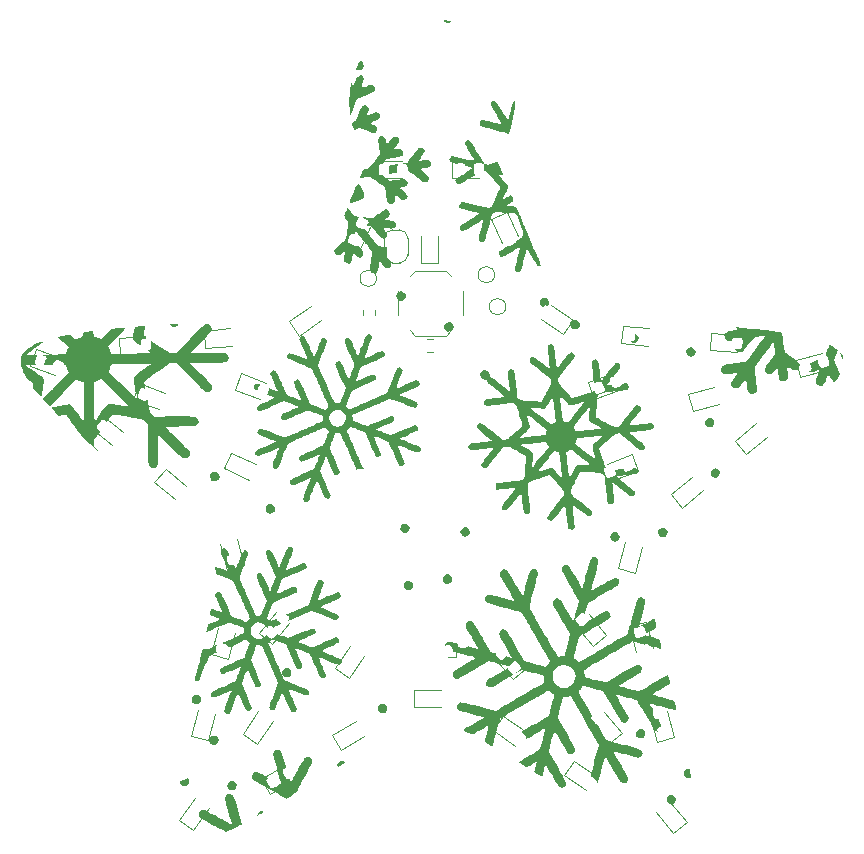
<source format=gbr>
%TF.GenerationSoftware,KiCad,Pcbnew,9.0.6*%
%TF.CreationDate,2025-11-13T15:57:48+01:00*%
%TF.ProjectId,advent_star,61647665-6e74-45f7-9374-61722e6b6963,rev?*%
%TF.SameCoordinates,Original*%
%TF.FileFunction,Legend,Bot*%
%TF.FilePolarity,Positive*%
%FSLAX46Y46*%
G04 Gerber Fmt 4.6, Leading zero omitted, Abs format (unit mm)*
G04 Created by KiCad (PCBNEW 9.0.6) date 2025-11-13 15:57:48*
%MOMM*%
%LPD*%
G01*
G04 APERTURE LIST*
%ADD10C,0.120000*%
%ADD11C,0.000000*%
G04 APERTURE END LIST*
D10*
%TO.C,D6*%
X180875368Y-92324391D02*
X183082509Y-91732989D01*
X181255832Y-93744302D02*
X180875368Y-92324391D01*
X183462973Y-93152900D02*
X181255832Y-93744302D01*
%TO.C,D36*%
X148565000Y-120215000D02*
X150850000Y-120215000D01*
X148565000Y-121685000D02*
X148565000Y-120215000D01*
X150850000Y-121685000D02*
X148565000Y-121685000D01*
%TO.C,D62*%
X123556591Y-90447223D02*
X125832896Y-90248073D01*
X123684710Y-91911629D02*
X123556591Y-90447223D01*
X125961016Y-91712478D02*
X123684710Y-91911629D01*
D11*
%TO.C,G\u002A\u002A\u002A*%
G36*
X141282631Y-83417979D02*
G01*
X141261429Y-83439181D01*
X141240227Y-83417979D01*
X141261429Y-83396777D01*
X141282631Y-83417979D01*
G37*
G36*
X184698154Y-91721114D02*
G01*
X184784179Y-91834422D01*
X184863418Y-91993219D01*
X184918616Y-92163805D01*
X184935743Y-92266754D01*
X184925244Y-92298188D01*
X184889573Y-92258249D01*
X184831997Y-92150641D01*
X184755779Y-91979068D01*
X184738839Y-91937970D01*
X184684220Y-91792255D01*
X184666573Y-91715495D01*
X184686738Y-91710955D01*
X184698154Y-91721114D01*
G37*
G36*
X135723260Y-130508783D02*
G01*
X135809327Y-130528152D01*
X135816144Y-130572099D01*
X135743360Y-130641525D01*
X135590624Y-130737329D01*
X135539988Y-130765909D01*
X135389219Y-130847304D01*
X135300555Y-130883863D01*
X135265806Y-130875013D01*
X135276786Y-130820182D01*
X135325307Y-130718800D01*
X135378913Y-130635113D01*
X135505470Y-130538156D01*
X135680012Y-130507628D01*
X135723260Y-130508783D01*
G37*
G36*
X128559110Y-89240808D02*
G01*
X128608257Y-89273369D01*
X128584719Y-89330557D01*
X128492105Y-89415068D01*
X128472524Y-89429552D01*
X128310022Y-89495501D01*
X128138147Y-89485609D01*
X127980739Y-89400551D01*
X127960333Y-89382417D01*
X127897542Y-89315688D01*
X127882965Y-89279037D01*
X127890455Y-89275805D01*
X127962185Y-89263469D01*
X128090483Y-89249740D01*
X128254000Y-89237036D01*
X128433673Y-89230177D01*
X128559110Y-89240808D01*
G37*
G36*
X153027956Y-106490733D02*
G01*
X153160335Y-106566745D01*
X153263414Y-106707248D01*
X153308125Y-106856507D01*
X153284349Y-107016583D01*
X153177158Y-107167874D01*
X153054406Y-107247834D01*
X152896853Y-107273106D01*
X152740182Y-107236166D01*
X152607326Y-107142908D01*
X152521219Y-106999230D01*
X152497700Y-106853330D01*
X152531805Y-106703188D01*
X152618201Y-106585438D01*
X152740570Y-106506499D01*
X152882595Y-106472790D01*
X153027956Y-106490733D01*
G37*
G36*
X172170334Y-91263957D02*
G01*
X172303090Y-91345601D01*
X172375761Y-91454489D01*
X172408124Y-91612370D01*
X172383111Y-91773794D01*
X172305486Y-91913230D01*
X172180014Y-92005147D01*
X172014977Y-92039676D01*
X171858816Y-92009299D01*
X171733464Y-91924102D01*
X171648877Y-91799175D01*
X171615008Y-91649610D01*
X171641812Y-91490497D01*
X171739243Y-91336927D01*
X171853397Y-91263199D01*
X172009973Y-91236329D01*
X172170334Y-91263957D01*
G37*
G36*
X173729989Y-97246724D02*
G01*
X173875921Y-97329914D01*
X173973386Y-97453806D01*
X174014344Y-97601650D01*
X173990754Y-97756701D01*
X173894574Y-97902209D01*
X173787068Y-97982611D01*
X173629209Y-98029517D01*
X173474535Y-98011088D01*
X173341369Y-97934492D01*
X173248032Y-97806900D01*
X173212848Y-97635479D01*
X173239755Y-97497271D01*
X173320798Y-97358941D01*
X173436560Y-97258958D01*
X173567260Y-97220483D01*
X173729989Y-97246724D01*
G37*
G36*
X131734822Y-124123822D02*
G01*
X131870764Y-124189687D01*
X131976951Y-124320510D01*
X132028525Y-124462145D01*
X132019859Y-124623647D01*
X131928778Y-124779834D01*
X131855002Y-124855277D01*
X131763560Y-124899549D01*
X131630023Y-124910299D01*
X131523303Y-124901042D01*
X131365500Y-124835899D01*
X131266922Y-124712654D01*
X131232882Y-124536309D01*
X131251586Y-124406081D01*
X131327507Y-124264044D01*
X131445290Y-124166193D01*
X131587029Y-124117721D01*
X131734822Y-124123822D01*
G37*
G36*
X137942174Y-118396829D02*
G01*
X138076637Y-118470523D01*
X138167513Y-118610536D01*
X138190375Y-118682805D01*
X138192072Y-118858886D01*
X138124718Y-119017873D01*
X137996321Y-119135224D01*
X137974873Y-119146529D01*
X137814493Y-119185415D01*
X137660758Y-119156088D01*
X137529299Y-119072316D01*
X137435750Y-118947865D01*
X137395742Y-118796502D01*
X137424907Y-118631994D01*
X137485825Y-118524274D01*
X137618558Y-118416388D01*
X137796524Y-118380082D01*
X137942174Y-118396829D01*
G37*
G36*
X146045794Y-121458252D02*
G01*
X146188343Y-121538601D01*
X146289960Y-121656216D01*
X146328708Y-121792449D01*
X146325057Y-121842834D01*
X146280827Y-121990237D01*
X146200956Y-122118960D01*
X146103867Y-122195943D01*
X145973847Y-122229574D01*
X145800136Y-122214568D01*
X145656643Y-122133825D01*
X145559048Y-121997598D01*
X145523032Y-121816141D01*
X145531570Y-121719380D01*
X145597892Y-121564473D01*
X145724752Y-121467021D01*
X145906002Y-121433171D01*
X146045794Y-121458252D01*
G37*
G36*
X147610708Y-86538118D02*
G01*
X147744652Y-86615169D01*
X147782638Y-86654861D01*
X147869027Y-86811028D01*
X147878799Y-86975195D01*
X147813854Y-87129592D01*
X147676092Y-87256448D01*
X147558377Y-87307667D01*
X147407068Y-87313681D01*
X147274124Y-87259783D01*
X147169271Y-87160290D01*
X147102236Y-87029523D01*
X147082744Y-86881799D01*
X147120521Y-86731438D01*
X147225292Y-86592759D01*
X147299813Y-86545651D01*
X147451189Y-86514461D01*
X147610708Y-86538118D01*
G37*
G36*
X151665712Y-89127795D02*
G01*
X151797972Y-89198873D01*
X151890930Y-89319220D01*
X151926037Y-89482612D01*
X151913434Y-89619737D01*
X151849820Y-89760045D01*
X151723552Y-89860894D01*
X151628453Y-89903901D01*
X151488880Y-89919459D01*
X151338530Y-89866568D01*
X151298303Y-89842863D01*
X151180728Y-89720291D01*
X151128922Y-89566371D01*
X151146474Y-89402838D01*
X151236972Y-89251428D01*
X151357468Y-89158332D01*
X151512695Y-89112207D01*
X151665712Y-89127795D01*
G37*
G36*
X162336095Y-88936561D02*
G01*
X162467094Y-89010342D01*
X162559933Y-89127313D01*
X162603870Y-89272188D01*
X162588162Y-89429682D01*
X162502067Y-89584508D01*
X162440901Y-89649164D01*
X162347352Y-89701481D01*
X162215840Y-89713625D01*
X162076031Y-89699617D01*
X161948428Y-89638230D01*
X161855501Y-89516342D01*
X161807583Y-89370044D01*
X161822022Y-89200754D01*
X161907819Y-89055262D01*
X162058083Y-88952742D01*
X162177677Y-88921254D01*
X162336095Y-88936561D01*
G37*
G36*
X167336663Y-90079845D02*
G01*
X167476391Y-90161123D01*
X167576939Y-90278919D01*
X167615519Y-90413484D01*
X167611868Y-90463869D01*
X167567638Y-90611272D01*
X167487767Y-90739995D01*
X167390678Y-90816978D01*
X167268878Y-90851387D01*
X167095177Y-90838459D01*
X166939963Y-90743271D01*
X166845922Y-90623225D01*
X166798694Y-90466281D01*
X166817384Y-90312943D01*
X166895190Y-90181176D01*
X167025307Y-90088942D01*
X167200933Y-90054206D01*
X167336663Y-90079845D01*
G37*
G36*
X174260884Y-101515437D02*
G01*
X174383968Y-101608433D01*
X174463371Y-101740987D01*
X174485404Y-101898889D01*
X174436374Y-102067928D01*
X174334512Y-102190038D01*
X174166938Y-102268866D01*
X174084745Y-102282294D01*
X173926652Y-102248124D01*
X173784837Y-102131062D01*
X173758790Y-102097189D01*
X173688857Y-101935165D01*
X173692892Y-101771528D01*
X173766948Y-101626061D01*
X173907076Y-101518543D01*
X173938437Y-101504957D01*
X174107810Y-101476208D01*
X174260884Y-101515437D01*
G37*
G36*
X130331713Y-120693099D02*
G01*
X130440936Y-120789458D01*
X130511498Y-120918691D01*
X130533655Y-121065705D01*
X130497661Y-121215406D01*
X130393770Y-121352702D01*
X130359971Y-121380950D01*
X130255905Y-121448543D01*
X130174873Y-121475575D01*
X130017372Y-121449319D01*
X129876645Y-121365302D01*
X129782439Y-121240617D01*
X129739469Y-121092948D01*
X129752448Y-120939976D01*
X129826091Y-120799383D01*
X129965113Y-120688850D01*
X130036270Y-120659372D01*
X130193576Y-120644706D01*
X130331713Y-120693099D01*
G37*
G36*
X133295241Y-127978744D02*
G01*
X133422844Y-128040132D01*
X133515772Y-128162019D01*
X133561848Y-128321342D01*
X133543493Y-128488085D01*
X133466210Y-128632412D01*
X133337944Y-128728992D01*
X133334674Y-128730332D01*
X133227394Y-128750908D01*
X133098658Y-128748580D01*
X132973047Y-128712693D01*
X132853425Y-128620439D01*
X132784523Y-128493484D01*
X132765045Y-128349729D01*
X132793693Y-128207075D01*
X132869172Y-128083424D01*
X132990184Y-127996678D01*
X133155432Y-127964736D01*
X133295241Y-127978744D01*
G37*
G36*
X136488108Y-104528559D02*
G01*
X136627107Y-104602898D01*
X136743718Y-104718615D01*
X136808580Y-104851255D01*
X136815106Y-104901256D01*
X136786926Y-105059306D01*
X136698451Y-105200959D01*
X136565817Y-105296615D01*
X136541578Y-105306082D01*
X136371189Y-105331855D01*
X136222500Y-105291110D01*
X136105300Y-105199370D01*
X136029379Y-105072155D01*
X136004528Y-104924990D01*
X136040538Y-104773396D01*
X136147197Y-104632896D01*
X136272810Y-104548515D01*
X136403586Y-104513972D01*
X136488108Y-104528559D01*
G37*
G36*
X142572808Y-126253325D02*
G01*
X142665919Y-126292129D01*
X142703165Y-126349833D01*
X142699967Y-126360365D01*
X142647573Y-126418295D01*
X142544247Y-126500277D01*
X142407298Y-126592136D01*
X142288175Y-126665499D01*
X142187326Y-126722273D01*
X142129456Y-126741747D01*
X142098542Y-126728563D01*
X142078564Y-126687361D01*
X142069264Y-126599777D01*
X142108848Y-126467666D01*
X142192795Y-126346016D01*
X142304714Y-126265410D01*
X142330781Y-126256100D01*
X142451780Y-126239341D01*
X142572808Y-126253325D01*
G37*
G36*
X147935376Y-106180774D02*
G01*
X148073896Y-106248561D01*
X148175533Y-106384100D01*
X148178536Y-106390010D01*
X148220915Y-106558765D01*
X148180936Y-106720743D01*
X148060901Y-106866248D01*
X148042384Y-106881210D01*
X147883414Y-106960634D01*
X147722888Y-106955407D01*
X147563944Y-106865532D01*
X147549074Y-106852799D01*
X147439032Y-106728596D01*
X147402357Y-106600080D01*
X147431388Y-106442820D01*
X147498947Y-106308698D01*
X147627614Y-106203181D01*
X147803869Y-106167728D01*
X147935376Y-106180774D01*
G37*
G36*
X148201536Y-111019188D02*
G01*
X148349537Y-111102646D01*
X148452622Y-111237618D01*
X148491312Y-111404623D01*
X148491067Y-111421522D01*
X148460735Y-111559237D01*
X148367362Y-111683511D01*
X148353733Y-111696834D01*
X148229911Y-111782741D01*
X148088474Y-111807461D01*
X147975413Y-111790058D01*
X147827412Y-111706600D01*
X147724326Y-111571629D01*
X147685636Y-111404623D01*
X147703039Y-111291562D01*
X147786497Y-111143561D01*
X147921469Y-111040475D01*
X148088474Y-111001785D01*
X148201536Y-111019188D01*
G37*
G36*
X151312668Y-63569144D02*
G01*
X151489302Y-63598699D01*
X151573336Y-63614219D01*
X151680518Y-63641155D01*
X151722594Y-63668497D01*
X151712317Y-63702163D01*
X151669436Y-63737322D01*
X151573124Y-63776603D01*
X151514398Y-63788625D01*
X151466001Y-63800351D01*
X151449252Y-63800701D01*
X151374721Y-63772975D01*
X151278102Y-63719768D01*
X151191288Y-63659861D01*
X151146174Y-63612033D01*
X151137875Y-63581432D01*
X151151427Y-63559948D01*
X151204867Y-63556039D01*
X151312668Y-63569144D01*
G37*
G36*
X159820556Y-87099535D02*
G01*
X159939837Y-87205479D01*
X160006176Y-87358238D01*
X160012117Y-87426011D01*
X159983416Y-87583695D01*
X159908015Y-87721645D01*
X159800361Y-87808268D01*
X159784812Y-87814297D01*
X159626603Y-87833594D01*
X159457789Y-87798300D01*
X159319455Y-87716273D01*
X159247921Y-87614580D01*
X159214244Y-87457980D01*
X159242243Y-87295422D01*
X159331318Y-87155314D01*
X159361891Y-87127786D01*
X159509900Y-87054169D01*
X159670016Y-87046925D01*
X159820556Y-87099535D01*
G37*
G36*
X167938150Y-123593531D02*
G01*
X168052308Y-123682194D01*
X168131616Y-123803604D01*
X168164311Y-123944840D01*
X168138634Y-124092979D01*
X168042821Y-124235097D01*
X167957559Y-124304381D01*
X167797880Y-124362015D01*
X167635222Y-124337119D01*
X167479737Y-124229788D01*
X167476166Y-124226210D01*
X167395669Y-124132501D01*
X167366722Y-124045785D01*
X167374367Y-123922426D01*
X167409101Y-123788401D01*
X167509252Y-123648846D01*
X167652329Y-123566141D01*
X167800903Y-123550539D01*
X167938150Y-123593531D01*
G37*
G36*
X169662359Y-106520079D02*
G01*
X169743620Y-106538035D01*
X169895428Y-106620812D01*
X169996040Y-106746909D01*
X170038462Y-106897900D01*
X170015699Y-107055354D01*
X169920755Y-107200844D01*
X169832736Y-107268322D01*
X169670951Y-107317168D01*
X169503744Y-107290483D01*
X169350822Y-107188686D01*
X169287041Y-107112165D01*
X169226128Y-106955596D01*
X169248794Y-106793972D01*
X169354996Y-106633196D01*
X169373023Y-106614104D01*
X169459023Y-106538079D01*
X169541763Y-106511781D01*
X169662359Y-106520079D01*
G37*
G36*
X170580885Y-129200634D02*
G01*
X170678969Y-129289239D01*
X170756758Y-129439088D01*
X170763876Y-129599987D01*
X170700713Y-129752052D01*
X170567659Y-129875402D01*
X170524366Y-129900773D01*
X170406991Y-129947869D01*
X170300908Y-129938198D01*
X170169304Y-129871390D01*
X170123141Y-129839588D01*
X170007631Y-129705339D01*
X169961934Y-129547948D01*
X169988503Y-129386851D01*
X170089791Y-129241486D01*
X170092871Y-129238612D01*
X170248516Y-129141829D01*
X170412814Y-129129034D01*
X170580885Y-129200634D01*
G37*
G36*
X151529323Y-110475880D02*
G01*
X151674875Y-110574483D01*
X151688198Y-110588112D01*
X151774104Y-110711934D01*
X151798825Y-110853371D01*
X151798580Y-110870270D01*
X151768248Y-111007985D01*
X151674875Y-111132259D01*
X151590548Y-111197056D01*
X151435080Y-111250461D01*
X151275871Y-111243392D01*
X151136421Y-111178570D01*
X151040229Y-111058720D01*
X151025153Y-111022156D01*
X150995603Y-110848776D01*
X151030053Y-110694161D01*
X151114576Y-110568939D01*
X151235247Y-110483733D01*
X151378138Y-110449172D01*
X151529323Y-110475880D01*
G37*
G36*
X165673694Y-106874326D02*
G01*
X165779210Y-106912962D01*
X165881295Y-107006840D01*
X165970287Y-107138906D01*
X166004167Y-107265183D01*
X166001715Y-107298326D01*
X165951021Y-107438608D01*
X165853348Y-107568463D01*
X165733285Y-107652714D01*
X165633962Y-107684236D01*
X165530756Y-107680600D01*
X165405065Y-107627850D01*
X165342035Y-107587549D01*
X165232041Y-107457021D01*
X165185733Y-107297208D01*
X165212555Y-107132420D01*
X165299958Y-106981711D01*
X165421059Y-106895425D01*
X165589823Y-106869322D01*
X165673694Y-106874326D01*
G37*
G36*
X129489458Y-127766933D02*
G01*
X129526838Y-127843251D01*
X129536721Y-127976861D01*
X129536435Y-127998639D01*
X129508655Y-128145611D01*
X129422778Y-128268497D01*
X129280084Y-128362396D01*
X129108961Y-128389665D01*
X128940716Y-128343767D01*
X128918702Y-128329474D01*
X128846760Y-128253874D01*
X128786026Y-128155637D01*
X128751765Y-128063241D01*
X128759240Y-128005165D01*
X128765764Y-128000207D01*
X128835087Y-127962768D01*
X128956247Y-127905934D01*
X129107721Y-127839910D01*
X129285822Y-127771363D01*
X129412984Y-127744204D01*
X129489458Y-127766933D01*
G37*
G36*
X131880674Y-101819666D02*
G01*
X132017394Y-101916052D01*
X132103119Y-102052705D01*
X132122984Y-102204229D01*
X132078782Y-102352798D01*
X131972302Y-102480584D01*
X131805336Y-102569762D01*
X131753376Y-102586721D01*
X131708565Y-102601565D01*
X131692596Y-102602711D01*
X131614509Y-102576917D01*
X131512776Y-102522386D01*
X131418681Y-102457376D01*
X131363507Y-102400149D01*
X131348660Y-102368769D01*
X131316075Y-102204814D01*
X131341223Y-102038711D01*
X131420048Y-101905923D01*
X131548914Y-101809131D01*
X131707251Y-101773281D01*
X131880674Y-101819666D01*
G37*
G36*
X144053365Y-66989460D02*
G01*
X144143779Y-67042793D01*
X144232125Y-67143067D01*
X144294182Y-67264678D01*
X144315567Y-67434724D01*
X144266641Y-67601052D01*
X144150824Y-67730185D01*
X144131836Y-67742152D01*
X143997462Y-67784911D01*
X143849004Y-67784195D01*
X143729358Y-67739097D01*
X143703685Y-67715311D01*
X143690888Y-67675535D01*
X143704743Y-67610154D01*
X143749341Y-67502590D01*
X143828774Y-67336259D01*
X143869086Y-67255410D01*
X143942588Y-67117332D01*
X143999830Y-67021992D01*
X144030967Y-66986426D01*
X144053365Y-66989460D01*
G37*
G36*
X171898382Y-126913889D02*
G01*
X171899509Y-126922215D01*
X171911268Y-126993304D01*
X171933086Y-127120249D01*
X171961571Y-127283221D01*
X171990340Y-127459223D01*
X172001230Y-127584110D01*
X171988123Y-127657761D01*
X171947820Y-127696609D01*
X171877122Y-127717087D01*
X171799846Y-127725633D01*
X171636430Y-127689959D01*
X171495021Y-127573466D01*
X171470950Y-127542429D01*
X171399688Y-127379660D01*
X171405137Y-127214778D01*
X171483383Y-127065778D01*
X171630511Y-126950655D01*
X171686830Y-126928869D01*
X171781372Y-126907491D01*
X171863339Y-126900926D01*
X171898382Y-126913889D01*
G37*
G36*
X143851213Y-77342179D02*
G01*
X143896334Y-77405518D01*
X143967426Y-77525310D01*
X144053521Y-77681604D01*
X144145165Y-77856011D01*
X144232902Y-78030142D01*
X144307277Y-78185608D01*
X144358836Y-78304020D01*
X144378124Y-78366987D01*
X144360709Y-78451161D01*
X144316363Y-78559152D01*
X144284627Y-78607192D01*
X144220630Y-78665389D01*
X144120302Y-78724065D01*
X143972275Y-78788690D01*
X143765177Y-78864729D01*
X143487640Y-78957651D01*
X143451516Y-78969382D01*
X143301854Y-79017010D01*
X143188221Y-79051637D01*
X143132861Y-79066444D01*
X143118198Y-79064834D01*
X143111167Y-79047428D01*
X143117983Y-79004844D01*
X143141732Y-78928214D01*
X143185500Y-78808668D01*
X143252373Y-78637338D01*
X143345436Y-78405356D01*
X143467775Y-78103851D01*
X143479845Y-78074209D01*
X143592765Y-77800619D01*
X143680091Y-77597960D01*
X143745711Y-77458511D01*
X143793513Y-77374546D01*
X143827384Y-77338344D01*
X143851213Y-77342179D01*
G37*
G36*
X144223991Y-68304028D02*
G01*
X144244779Y-68321808D01*
X144314014Y-68425782D01*
X144331519Y-68567019D01*
X144297104Y-68755353D01*
X144210579Y-69000617D01*
X144198706Y-69030268D01*
X144148859Y-69168015D01*
X144121445Y-69267767D01*
X144122154Y-69309634D01*
X144134190Y-69309199D01*
X144209828Y-69285831D01*
X144334616Y-69236589D01*
X144488900Y-69169009D01*
X144594335Y-69122251D01*
X144788543Y-69048945D01*
X144935632Y-69018443D01*
X145052259Y-69028432D01*
X145155084Y-69076602D01*
X145197959Y-69110581D01*
X145275755Y-69234096D01*
X145290134Y-69378529D01*
X145242108Y-69518898D01*
X145132687Y-69630225D01*
X145090134Y-69653175D01*
X144973564Y-69708952D01*
X144804910Y-69785694D01*
X144599503Y-69876461D01*
X144372670Y-69974313D01*
X143709954Y-70256810D01*
X143486195Y-70837227D01*
X143454747Y-70918494D01*
X143373782Y-71124937D01*
X143302757Y-71302208D01*
X143248417Y-71433612D01*
X143217505Y-71502453D01*
X143201687Y-71528652D01*
X143179173Y-71536376D01*
X143160449Y-71481875D01*
X143139691Y-71354039D01*
X143113574Y-71103453D01*
X143097801Y-70711777D01*
X143103530Y-70282617D01*
X143129684Y-69841294D01*
X143175183Y-69413129D01*
X143238950Y-69023443D01*
X143285359Y-68791845D01*
X143360732Y-68937599D01*
X143436104Y-69083353D01*
X143497195Y-68935975D01*
X143516535Y-68888683D01*
X143575858Y-68739485D01*
X143635528Y-68585099D01*
X143683932Y-68476697D01*
X143797636Y-68318756D01*
X143930475Y-68234978D01*
X144075057Y-68228891D01*
X144223991Y-68304028D01*
G37*
G36*
X144526426Y-70767211D02*
G01*
X144664351Y-70868928D01*
X144671268Y-70876857D01*
X144733730Y-70967228D01*
X144754004Y-71060264D01*
X144732314Y-71179729D01*
X144668883Y-71349383D01*
X144633202Y-71441737D01*
X144602485Y-71541840D01*
X144599174Y-71589224D01*
X144600403Y-71590052D01*
X144652023Y-71581699D01*
X144757316Y-71544951D01*
X144895104Y-71487115D01*
X144981826Y-71448684D01*
X145169488Y-71372398D01*
X145305048Y-71333971D01*
X145405129Y-71332043D01*
X145486355Y-71365251D01*
X145565348Y-71432235D01*
X145577517Y-71444699D01*
X145673413Y-71587354D01*
X145684827Y-71724965D01*
X145611943Y-71857183D01*
X145454944Y-71983657D01*
X145214012Y-72104038D01*
X145194334Y-72112287D01*
X145058228Y-72174949D01*
X144961676Y-72229097D01*
X144924490Y-72263797D01*
X144942470Y-72287248D01*
X145020777Y-72334655D01*
X145140400Y-72386961D01*
X145259823Y-72442787D01*
X145399326Y-72557561D01*
X145460913Y-72692875D01*
X145442287Y-72841747D01*
X145341151Y-72997194D01*
X145255541Y-73062463D01*
X145158805Y-73092603D01*
X145145144Y-73091311D01*
X145052841Y-73068213D01*
X144904302Y-73020635D01*
X144716875Y-72954370D01*
X144507911Y-72875213D01*
X143952037Y-72657823D01*
X143751840Y-72737400D01*
X143679847Y-72766126D01*
X143576550Y-72807803D01*
X143524213Y-72829588D01*
X143522076Y-72829840D01*
X143494270Y-72791376D01*
X143452929Y-72697793D01*
X143406343Y-72572656D01*
X143362804Y-72439527D01*
X143330600Y-72321970D01*
X143318024Y-72243548D01*
X143322947Y-72224005D01*
X143382869Y-72158578D01*
X143493333Y-72092767D01*
X143526392Y-72077058D01*
X143588073Y-72041700D01*
X143638976Y-71995243D01*
X143687418Y-71924103D01*
X143741715Y-71814699D01*
X143810186Y-71653446D01*
X143901147Y-71426762D01*
X143904094Y-71419355D01*
X144001515Y-71180828D01*
X144077911Y-71010175D01*
X144139715Y-70895409D01*
X144193363Y-70824543D01*
X144245286Y-70785591D01*
X144369543Y-70746341D01*
X144526426Y-70767211D01*
G37*
G36*
X183778190Y-91038421D02*
G01*
X183859027Y-91072434D01*
X183974417Y-91133236D01*
X184103561Y-91209041D01*
X184225660Y-91288062D01*
X184319915Y-91358514D01*
X184465546Y-91482000D01*
X184293675Y-91907196D01*
X184121804Y-92332392D01*
X184376432Y-92929652D01*
X184631060Y-93526913D01*
X184431462Y-93847154D01*
X184389567Y-93912483D01*
X184297608Y-94043053D01*
X184222002Y-94133547D01*
X184175969Y-94167395D01*
X184145027Y-94163494D01*
X184039583Y-94096741D01*
X183930361Y-93949849D01*
X183820054Y-93726154D01*
X183791174Y-93657333D01*
X183743660Y-93551227D01*
X183706149Y-93498876D01*
X183670448Y-93505322D01*
X183628367Y-93575604D01*
X183571714Y-93714763D01*
X183492299Y-93927839D01*
X183432911Y-94075258D01*
X183321567Y-94284739D01*
X183204878Y-94417045D01*
X183079120Y-94477128D01*
X183020578Y-94489119D01*
X182972178Y-94500852D01*
X182955597Y-94502614D01*
X182877906Y-94474920D01*
X182778922Y-94413717D01*
X182687480Y-94338651D01*
X182632413Y-94269366D01*
X182628041Y-94259601D01*
X182596650Y-94165410D01*
X182590266Y-94066126D01*
X182611864Y-93943932D01*
X182664416Y-93781011D01*
X182750896Y-93559549D01*
X182802977Y-93429027D01*
X182857653Y-93284636D01*
X182891275Y-93186131D01*
X182898033Y-93149698D01*
X182857239Y-93162890D01*
X182758971Y-93201154D01*
X182626538Y-93255708D01*
X182420313Y-93330250D01*
X182253898Y-93356490D01*
X182117905Y-93330424D01*
X181993731Y-93251939D01*
X181927449Y-93188868D01*
X181876029Y-93095168D01*
X181863266Y-92962502D01*
X181863269Y-92959575D01*
X181870039Y-92864291D01*
X181896417Y-92784032D01*
X181952304Y-92711156D01*
X182047600Y-92638023D01*
X182192205Y-92556990D01*
X182396019Y-92460419D01*
X182668942Y-92340666D01*
X182793082Y-92286657D01*
X182993731Y-92196977D01*
X183159908Y-92119692D01*
X183277052Y-92061645D01*
X183330602Y-92029680D01*
X183361190Y-91978897D01*
X183415458Y-91864312D01*
X183484411Y-91704530D01*
X183560168Y-91517144D01*
X183630875Y-91337619D01*
X183691647Y-91185127D01*
X183734488Y-91079672D01*
X183752972Y-91037248D01*
X183778190Y-91038421D01*
G37*
G36*
X133058074Y-129042216D02*
G01*
X133202638Y-129118897D01*
X133214158Y-129129906D01*
X133251111Y-129178820D01*
X133291220Y-129255975D01*
X133337659Y-129370305D01*
X133393605Y-129530745D01*
X133462234Y-129746229D01*
X133546722Y-130025692D01*
X133650244Y-130378068D01*
X133667610Y-130437745D01*
X133753374Y-130733825D01*
X133830262Y-131001452D01*
X133895279Y-131230040D01*
X133945428Y-131409002D01*
X133977714Y-131527752D01*
X133989142Y-131575704D01*
X133970615Y-131593240D01*
X133888173Y-131645126D01*
X133751168Y-131722507D01*
X133572153Y-131818358D01*
X133363683Y-131925655D01*
X133218164Y-131998174D01*
X133016232Y-132095265D01*
X132845902Y-132172971D01*
X132721729Y-132224726D01*
X132658266Y-132243962D01*
X132641636Y-132240910D01*
X132553763Y-132206202D01*
X132409088Y-132137976D01*
X132219429Y-132042685D01*
X131996600Y-131926779D01*
X131752419Y-131796710D01*
X131498700Y-131658929D01*
X131247260Y-131519889D01*
X131009916Y-131386040D01*
X130798482Y-131263834D01*
X130624775Y-131159723D01*
X130500611Y-131080159D01*
X130437806Y-131031592D01*
X130400066Y-130982692D01*
X130345257Y-130831312D01*
X130360299Y-130675373D01*
X130439823Y-130537446D01*
X130578462Y-130440102D01*
X130599800Y-130431777D01*
X130722118Y-130401980D01*
X130817748Y-130404445D01*
X130844188Y-130414816D01*
X130917997Y-130449706D01*
X131035929Y-130509757D01*
X131202989Y-130597635D01*
X131424181Y-130716006D01*
X131704510Y-130867536D01*
X132048981Y-131054893D01*
X132462598Y-131280741D01*
X132558528Y-131333424D01*
X132748856Y-131438790D01*
X132920957Y-131534953D01*
X133026445Y-131591070D01*
X133121049Y-131633863D01*
X133164542Y-131643191D01*
X133164781Y-131642795D01*
X133156982Y-131594761D01*
X133128083Y-131476667D01*
X133080974Y-131299172D01*
X133018542Y-131072931D01*
X132943676Y-130808601D01*
X132859264Y-130516841D01*
X132835854Y-130436663D01*
X132744384Y-130121174D01*
X132674645Y-129874595D01*
X132624446Y-129686846D01*
X132591595Y-129547850D01*
X132573902Y-129447528D01*
X132569174Y-129375802D01*
X132575220Y-129322592D01*
X132589848Y-129277820D01*
X132628050Y-129206904D01*
X132747601Y-129092231D01*
X132898669Y-129035331D01*
X133058074Y-129042216D01*
G37*
G36*
X157092831Y-70371528D02*
G01*
X157108596Y-70481955D01*
X157109766Y-70675060D01*
X157095930Y-70951201D01*
X157095904Y-70951596D01*
X157052884Y-71415427D01*
X156986173Y-71836427D01*
X156888300Y-72252599D01*
X156751796Y-72701950D01*
X156684449Y-72903453D01*
X156632246Y-73049774D01*
X156594080Y-73136848D01*
X156563830Y-73175761D01*
X156535381Y-73177597D01*
X156502613Y-73153443D01*
X156468515Y-73135148D01*
X156357396Y-73094385D01*
X156184376Y-73040138D01*
X155961688Y-72976020D01*
X155701560Y-72905643D01*
X155416222Y-72832617D01*
X155220094Y-72783475D01*
X154946794Y-72713878D01*
X154704160Y-72650792D01*
X154505119Y-72597634D01*
X154362597Y-72557822D01*
X154289521Y-72534771D01*
X154202562Y-72475965D01*
X154141572Y-72364377D01*
X154136445Y-72236241D01*
X154186995Y-72117891D01*
X154293035Y-72035662D01*
X154306890Y-72030362D01*
X154363219Y-72017940D01*
X154438653Y-72017686D01*
X154545736Y-72031618D01*
X154697016Y-72061753D01*
X154905038Y-72110110D01*
X155182348Y-72178708D01*
X155425745Y-72239301D01*
X155642944Y-72292361D01*
X155818916Y-72334289D01*
X155940006Y-72361831D01*
X155992557Y-72371735D01*
X155993823Y-72371423D01*
X155983595Y-72330533D01*
X155932948Y-72226349D01*
X155846275Y-72066597D01*
X155727974Y-71859004D01*
X155582438Y-71611297D01*
X155414065Y-71331203D01*
X155227248Y-71026447D01*
X155172976Y-70934104D01*
X155085804Y-70739934D01*
X155065236Y-70588152D01*
X155111234Y-70471613D01*
X155223759Y-70383169D01*
X155281932Y-70358802D01*
X155349857Y-70353302D01*
X155420470Y-70380862D01*
X155500177Y-70448335D01*
X155595382Y-70562573D01*
X155712489Y-70730428D01*
X155857902Y-70958754D01*
X156038027Y-71254401D01*
X156111811Y-71375930D01*
X156247119Y-71593112D01*
X156365297Y-71775450D01*
X156459894Y-71913372D01*
X156524457Y-71997303D01*
X156552534Y-72017673D01*
X156566272Y-71977278D01*
X156598264Y-71864734D01*
X156643441Y-71696081D01*
X156697960Y-71485715D01*
X156757980Y-71248029D01*
X156809378Y-71046972D01*
X156891989Y-70749403D01*
X156962048Y-70532715D01*
X157019148Y-70397267D01*
X157062878Y-70343418D01*
X157092831Y-70371528D01*
G37*
G36*
X137145699Y-125355051D02*
G01*
X137290963Y-125450950D01*
X137310537Y-125473216D01*
X137348902Y-125532435D01*
X137390994Y-125620813D01*
X137439882Y-125747135D01*
X137498633Y-125920187D01*
X137570315Y-126148753D01*
X137657997Y-126441618D01*
X137764746Y-126807567D01*
X137802008Y-126935917D01*
X137889659Y-127234353D01*
X137969308Y-127500750D01*
X138037902Y-127725206D01*
X138092391Y-127897815D01*
X138129724Y-128008676D01*
X138146849Y-128047884D01*
X138146873Y-128047884D01*
X138172616Y-128011995D01*
X138233075Y-127911150D01*
X138322764Y-127755015D01*
X138436195Y-127553260D01*
X138567880Y-127315554D01*
X138712330Y-127051565D01*
X138853425Y-126795610D01*
X138993525Y-126548355D01*
X139119047Y-126333753D01*
X139223687Y-126162364D01*
X139301143Y-126044748D01*
X139345110Y-125991465D01*
X139449495Y-125947022D01*
X139577966Y-125927996D01*
X139701232Y-125955012D01*
X139832971Y-126039537D01*
X139930192Y-126159192D01*
X139968107Y-126290919D01*
X139957223Y-126335538D01*
X139908827Y-126454300D01*
X139825594Y-126631650D01*
X139711782Y-126858912D01*
X139571651Y-127127416D01*
X139409461Y-127428488D01*
X139266647Y-127690038D01*
X139117000Y-127964408D01*
X138979911Y-128216057D01*
X138862416Y-128432062D01*
X138771546Y-128599503D01*
X138714337Y-128705458D01*
X138647975Y-128821117D01*
X138578282Y-128914691D01*
X138489680Y-128998188D01*
X138363815Y-129088797D01*
X138182335Y-129203705D01*
X138046299Y-129287191D01*
X137909492Y-129370231D01*
X137814646Y-129426695D01*
X137776821Y-129447528D01*
X137754471Y-129436808D01*
X137676405Y-129393381D01*
X137563546Y-129327968D01*
X137483838Y-129282087D01*
X137323259Y-129192146D01*
X137132014Y-129086965D01*
X136936221Y-128980990D01*
X136763816Y-128888405D01*
X136286169Y-128630344D01*
X135882119Y-128409424D01*
X135550113Y-128224762D01*
X135288596Y-128075476D01*
X135096012Y-127960682D01*
X134970808Y-127879497D01*
X134911429Y-127831040D01*
X134907581Y-127826218D01*
X134857607Y-127717997D01*
X134837222Y-127584987D01*
X134852484Y-127483008D01*
X134929211Y-127340370D01*
X135052300Y-127238810D01*
X135201149Y-127200116D01*
X135208770Y-127200575D01*
X135302303Y-127228683D01*
X135464944Y-127299359D01*
X135693816Y-127411207D01*
X135986042Y-127562829D01*
X136338745Y-127752826D01*
X136354319Y-127761333D01*
X136619156Y-127905377D01*
X136857921Y-128034094D01*
X137060967Y-128142372D01*
X137218648Y-128225102D01*
X137321318Y-128277174D01*
X137359328Y-128293477D01*
X137357596Y-128282307D01*
X137337487Y-128203812D01*
X137297469Y-128058707D01*
X137240343Y-127856849D01*
X137168909Y-127608092D01*
X137085970Y-127322290D01*
X136994325Y-127009298D01*
X136952044Y-126865279D01*
X136854920Y-126531558D01*
X136779581Y-126266346D01*
X136723883Y-126060460D01*
X136685679Y-125904717D01*
X136662822Y-125789932D01*
X136653167Y-125706922D01*
X136654569Y-125646505D01*
X136664880Y-125599496D01*
X136720071Y-125487829D01*
X136839607Y-125378389D01*
X136988365Y-125332497D01*
X137145699Y-125355051D01*
G37*
G36*
X146075653Y-73426164D02*
G01*
X146172279Y-73567380D01*
X146227154Y-73774625D01*
X146234906Y-73825592D01*
X146258520Y-73935084D01*
X146281693Y-73993363D01*
X146294948Y-73992237D01*
X146351872Y-73944867D01*
X146439157Y-73848909D01*
X146544070Y-73717737D01*
X146627936Y-73608849D01*
X146719043Y-73501348D01*
X146790747Y-73439633D01*
X146860470Y-73409834D01*
X146945630Y-73398087D01*
X147041757Y-73399687D01*
X147185384Y-73449247D01*
X147273738Y-73549538D01*
X147302605Y-73688365D01*
X147267769Y-73853532D01*
X147165015Y-74032844D01*
X147118020Y-74095336D01*
X147014201Y-74235803D01*
X146929573Y-74353186D01*
X146833115Y-74490063D01*
X147015552Y-74460554D01*
X147022672Y-74459409D01*
X147236957Y-74433730D01*
X147390450Y-74439091D01*
X147501934Y-74478587D01*
X147590189Y-74555317D01*
X147616424Y-74587472D01*
X147670150Y-74691519D01*
X147667320Y-74806135D01*
X147655391Y-74858032D01*
X147622008Y-74942647D01*
X147565528Y-75007437D01*
X147473703Y-75058148D01*
X147334285Y-75100529D01*
X147135025Y-75140328D01*
X146863674Y-75183294D01*
X146239473Y-75276410D01*
X146007480Y-75594440D01*
X145966333Y-75651864D01*
X145873546Y-75793195D01*
X145826453Y-75886789D01*
X145829627Y-75924167D01*
X145855552Y-75923835D01*
X145957519Y-75913746D01*
X146123178Y-75893329D01*
X146340167Y-75864208D01*
X146596119Y-75828009D01*
X146878672Y-75786354D01*
X147058681Y-75759425D01*
X147325451Y-75719990D01*
X147557559Y-75686254D01*
X147742710Y-75659977D01*
X147868607Y-75642920D01*
X147922955Y-75636844D01*
X147955876Y-75611347D01*
X148032021Y-75527152D01*
X148140783Y-75394742D01*
X148273186Y-75225089D01*
X148420250Y-75029163D01*
X148547216Y-74858070D01*
X148683857Y-74676710D01*
X148798297Y-74527826D01*
X148881283Y-74423435D01*
X148923562Y-74375555D01*
X148955913Y-74358838D01*
X149051089Y-74353923D01*
X149208175Y-74381282D01*
X149238920Y-74388561D01*
X149384252Y-74439380D01*
X149468670Y-74509487D01*
X149492029Y-74606679D01*
X149454188Y-74738749D01*
X149355005Y-74913492D01*
X149194337Y-75138703D01*
X149142652Y-75207786D01*
X149053208Y-75331818D01*
X148994091Y-75420227D01*
X148976078Y-75457280D01*
X148989774Y-75458882D01*
X149070127Y-75453971D01*
X149205169Y-75439986D01*
X149375537Y-75418793D01*
X149565827Y-75398037D01*
X149749274Y-75395861D01*
X149875103Y-75424721D01*
X149956565Y-75488210D01*
X150006913Y-75589918D01*
X150019866Y-75634474D01*
X150034537Y-75778093D01*
X149991096Y-75890447D01*
X149882947Y-75977532D01*
X149703495Y-76045349D01*
X149446143Y-76099896D01*
X149045453Y-76166894D01*
X149386494Y-76417173D01*
X149474301Y-76483270D01*
X149618445Y-76599246D01*
X149730824Y-76699138D01*
X149792562Y-76766697D01*
X149832057Y-76864513D01*
X149823555Y-77001404D01*
X149755607Y-77124746D01*
X149641069Y-77213892D01*
X149492794Y-77248196D01*
X149443059Y-77242836D01*
X149367014Y-77216969D01*
X149267147Y-77163779D01*
X149132889Y-77076813D01*
X148953670Y-76949620D01*
X148718921Y-76775745D01*
X148088474Y-76303295D01*
X147028374Y-76458158D01*
X146788172Y-76493116D01*
X146519770Y-76531840D01*
X146288774Y-76564791D01*
X146106809Y-76590328D01*
X145985500Y-76606805D01*
X145936471Y-76612579D01*
X145901879Y-76627803D01*
X145932225Y-76683221D01*
X146035479Y-76778503D01*
X146210993Y-76912942D01*
X146517318Y-77135744D01*
X146921260Y-77082465D01*
X146983700Y-77074255D01*
X147270765Y-77037717D01*
X147487847Y-77013458D01*
X147646663Y-77001355D01*
X147758929Y-77001290D01*
X147836364Y-77013144D01*
X147890684Y-77036796D01*
X147933607Y-77072127D01*
X148029845Y-77208033D01*
X148053124Y-77354851D01*
X147994257Y-77495710D01*
X147982313Y-77511321D01*
X147917344Y-77577669D01*
X147832226Y-77625553D01*
X147705579Y-77664241D01*
X147516020Y-77702999D01*
X147325202Y-77738030D01*
X147635870Y-77965315D01*
X147797385Y-78091598D01*
X147930138Y-78223241D01*
X148002779Y-78342877D01*
X148024868Y-78462732D01*
X148021588Y-78485220D01*
X147969978Y-78575601D01*
X147876657Y-78670107D01*
X147768845Y-78744550D01*
X147673765Y-78774740D01*
X147662829Y-78773852D01*
X147570645Y-78740539D01*
X147440855Y-78668413D01*
X147297004Y-78570251D01*
X147264714Y-78546070D01*
X147107189Y-78428286D01*
X147006304Y-78359890D01*
X146950886Y-78341749D01*
X146929764Y-78374731D01*
X146931769Y-78459705D01*
X146945730Y-78597536D01*
X146951317Y-78655658D01*
X146960366Y-78792867D01*
X146952492Y-78879679D01*
X146922663Y-78941748D01*
X146865846Y-79004729D01*
X146858295Y-79012072D01*
X146720828Y-79093958D01*
X146570714Y-79108711D01*
X146432387Y-79058951D01*
X146330282Y-78947298D01*
X146325882Y-78937174D01*
X146302323Y-78849169D01*
X146272245Y-78699578D01*
X146239055Y-78506490D01*
X146206157Y-78287998D01*
X146196687Y-78221176D01*
X146166830Y-78018536D01*
X146140769Y-77853273D01*
X146121032Y-77740940D01*
X146110145Y-77697093D01*
X146080502Y-77674715D01*
X145992724Y-77608752D01*
X145858057Y-77507666D01*
X145687629Y-77379811D01*
X145492569Y-77233540D01*
X144889651Y-76781514D01*
X144435963Y-76845200D01*
X144283729Y-76865879D01*
X144125328Y-76885609D01*
X144015672Y-76897096D01*
X143972348Y-76898324D01*
X143981923Y-76856932D01*
X144017586Y-76759924D01*
X144070217Y-76629004D01*
X144130665Y-76485846D01*
X144189777Y-76352121D01*
X144238401Y-76249501D01*
X144267386Y-76199659D01*
X144306036Y-76181278D01*
X144409369Y-76152477D01*
X144547896Y-76124490D01*
X144795874Y-76082086D01*
X145247479Y-75472297D01*
X145699084Y-74862508D01*
X145666621Y-74645419D01*
X145654377Y-74564344D01*
X145637818Y-74457790D01*
X145629265Y-74407127D01*
X145627237Y-74395776D01*
X145614975Y-74318003D01*
X145594785Y-74185331D01*
X145569794Y-74018216D01*
X145552664Y-73885852D01*
X145543397Y-73677740D01*
X145569416Y-73530906D01*
X145633842Y-73433513D01*
X145739797Y-73373725D01*
X145780772Y-73361252D01*
X145943182Y-73355836D01*
X146075653Y-73426164D01*
G37*
G36*
X175993098Y-89556694D02*
G01*
X176140933Y-89568657D01*
X176348939Y-89588616D01*
X176625192Y-89616670D01*
X176977770Y-89652921D01*
X177266067Y-89683044D01*
X177673414Y-89727346D01*
X178067484Y-89772119D01*
X178439391Y-89816223D01*
X178780248Y-89858518D01*
X179081170Y-89897865D01*
X179333270Y-89933126D01*
X179527662Y-89963159D01*
X179655461Y-89986826D01*
X179707779Y-90002987D01*
X179708596Y-90003929D01*
X179729064Y-90061869D01*
X179754510Y-90178557D01*
X179779621Y-90329832D01*
X179793137Y-90423568D01*
X179822760Y-90629448D01*
X179856479Y-90864185D01*
X179889311Y-91093104D01*
X179913015Y-91254031D01*
X179939662Y-91424087D01*
X179961072Y-91548807D01*
X179974068Y-91608854D01*
X179996386Y-91634361D01*
X180077833Y-91705719D01*
X180207511Y-91810755D01*
X180373734Y-91940064D01*
X180564815Y-92084243D01*
X180702969Y-92188468D01*
X180882252Y-92328442D01*
X181030231Y-92449548D01*
X181134443Y-92541498D01*
X181182423Y-92594003D01*
X181184801Y-92598521D01*
X181226120Y-92755954D01*
X181202956Y-92915124D01*
X181126673Y-93054937D01*
X181008638Y-93154295D01*
X180860214Y-93192102D01*
X180811580Y-93190415D01*
X180622553Y-93143027D01*
X180442731Y-93022799D01*
X180360284Y-92957350D01*
X180248149Y-92879287D01*
X180138375Y-92809672D01*
X180194229Y-93181104D01*
X180202448Y-93237359D01*
X180226902Y-93426060D01*
X180244191Y-93592444D01*
X180250997Y-93705833D01*
X180223982Y-93860611D01*
X180134423Y-93999810D01*
X179999418Y-94087527D01*
X179836866Y-94112808D01*
X179664666Y-94064698D01*
X179658366Y-94061419D01*
X179572790Y-94008079D01*
X179512771Y-93942040D01*
X179470230Y-93845342D01*
X179437085Y-93700025D01*
X179405257Y-93488130D01*
X179380324Y-93301541D01*
X179354958Y-93127876D01*
X179331484Y-93025262D01*
X179303358Y-92986534D01*
X179264035Y-93004528D01*
X179206970Y-93072079D01*
X179125618Y-93182023D01*
X179120548Y-93188805D01*
X179009569Y-93321385D01*
X178899150Y-93428662D01*
X178812486Y-93487974D01*
X178700278Y-93517649D01*
X178533561Y-93501933D01*
X178392697Y-93421127D01*
X178295333Y-93287213D01*
X178259116Y-93112177D01*
X178264366Y-93055803D01*
X178287900Y-92980779D01*
X178336762Y-92885824D01*
X178417854Y-92759359D01*
X178538085Y-92589805D01*
X178704358Y-92365582D01*
X178827114Y-92200733D01*
X178955763Y-92024998D01*
X179057853Y-91882164D01*
X179125147Y-91783783D01*
X179149409Y-91741407D01*
X179144791Y-91691865D01*
X179129874Y-91578872D01*
X179107741Y-91425786D01*
X179081596Y-91253282D01*
X179054639Y-91082035D01*
X179030073Y-90932718D01*
X179011100Y-90826008D01*
X179000920Y-90782578D01*
X178978097Y-90806811D01*
X178911592Y-90889596D01*
X178808966Y-91021516D01*
X178677708Y-91192617D01*
X178525306Y-91392941D01*
X178359250Y-91612533D01*
X178187030Y-91841437D01*
X178016133Y-92069697D01*
X177854049Y-92287356D01*
X177708267Y-92484459D01*
X177586276Y-92651050D01*
X177495566Y-92777172D01*
X177443624Y-92852870D01*
X177421142Y-92894671D01*
X177407259Y-92945376D01*
X177403031Y-93017050D01*
X177409200Y-93122249D01*
X177426508Y-93273530D01*
X177455697Y-93483447D01*
X177497509Y-93764556D01*
X177524636Y-93946272D01*
X177569800Y-94265521D01*
X177599706Y-94516015D01*
X177613880Y-94707731D01*
X177611842Y-94850648D01*
X177593117Y-94954743D01*
X177557228Y-95029994D01*
X177503697Y-95086378D01*
X177432047Y-95133874D01*
X177285317Y-95180029D01*
X177113820Y-95166348D01*
X176965712Y-95089682D01*
X176922178Y-95046606D01*
X176876136Y-94977649D01*
X176838185Y-94880931D01*
X176804224Y-94742291D01*
X176770149Y-94547572D01*
X176731857Y-94282612D01*
X176730182Y-94270395D01*
X176704521Y-94096910D01*
X176678230Y-93993412D01*
X176641577Y-93959707D01*
X176584828Y-93995598D01*
X176498250Y-94100890D01*
X176372111Y-94275388D01*
X176363782Y-94286996D01*
X176254725Y-94429503D01*
X176149396Y-94552563D01*
X176069523Y-94630665D01*
X176027321Y-94660161D01*
X175862195Y-94717276D01*
X175694391Y-94695048D01*
X175541807Y-94594696D01*
X175493992Y-94542605D01*
X175430333Y-94437324D01*
X175415923Y-94324116D01*
X175453292Y-94189822D01*
X175544969Y-94021283D01*
X175693483Y-93805338D01*
X175735535Y-93747437D01*
X175855581Y-93578514D01*
X175929270Y-93465996D01*
X175960994Y-93401568D01*
X175955141Y-93376914D01*
X175916104Y-93383720D01*
X175909227Y-93386130D01*
X175795730Y-93413736D01*
X175632004Y-93440543D01*
X175440371Y-93464401D01*
X175243149Y-93483159D01*
X175062660Y-93494665D01*
X174921224Y-93496768D01*
X174841160Y-93487317D01*
X174827615Y-93481943D01*
X174677247Y-93380267D01*
X174592694Y-93236520D01*
X174579514Y-93067488D01*
X174643269Y-92889956D01*
X174676784Y-92840048D01*
X174721417Y-92796348D01*
X174785727Y-92759598D01*
X174880453Y-92726830D01*
X175016334Y-92695075D01*
X175204108Y-92661365D01*
X175454514Y-92622731D01*
X175778291Y-92576204D01*
X176001922Y-92544324D01*
X176231340Y-92511022D01*
X176422663Y-92482609D01*
X176560592Y-92461361D01*
X176629827Y-92449554D01*
X176652565Y-92436378D01*
X176730461Y-92360418D01*
X176851398Y-92221140D01*
X177011951Y-92022716D01*
X177208692Y-91769320D01*
X177438195Y-91465125D01*
X177460079Y-91435771D01*
X177649071Y-91181731D01*
X177823871Y-90945845D01*
X177977155Y-90738062D01*
X178101602Y-90568332D01*
X178189889Y-90446607D01*
X178234691Y-90382837D01*
X178238524Y-90376982D01*
X178284676Y-90300677D01*
X178282672Y-90271240D01*
X178231999Y-90266546D01*
X178202620Y-90268027D01*
X178084300Y-90280785D01*
X177909268Y-90304469D01*
X177696127Y-90336472D01*
X177463478Y-90374191D01*
X177461157Y-90374590D01*
X177403725Y-90392232D01*
X177342731Y-90430869D01*
X177269037Y-90500114D01*
X177173511Y-90609577D01*
X177047015Y-90768867D01*
X176880415Y-90987597D01*
X176760929Y-91143832D01*
X176618994Y-91323357D01*
X176497066Y-91470920D01*
X176405218Y-91574398D01*
X176353525Y-91621666D01*
X176203166Y-91666182D01*
X176033138Y-91641376D01*
X175881039Y-91541608D01*
X175836968Y-91493186D01*
X175765773Y-91364758D01*
X175760176Y-91224744D01*
X175821446Y-91060761D01*
X175950853Y-90860426D01*
X175972557Y-90830737D01*
X176057668Y-90709640D01*
X176114198Y-90621419D01*
X176130854Y-90583452D01*
X176100840Y-90582709D01*
X176001783Y-90592032D01*
X175850964Y-90610839D01*
X175666180Y-90637076D01*
X175591430Y-90648029D01*
X175396896Y-90672742D01*
X175260865Y-90681341D01*
X175164512Y-90674317D01*
X175089010Y-90652164D01*
X175045918Y-90630670D01*
X174928192Y-90518289D01*
X174865052Y-90365361D01*
X174862632Y-90195383D01*
X174927066Y-90031852D01*
X174952327Y-90001231D01*
X175071248Y-89921814D01*
X175236001Y-89864529D01*
X175417857Y-89840572D01*
X175484275Y-89835004D01*
X175620589Y-89815099D01*
X175775705Y-89786112D01*
X176027544Y-89733739D01*
X175907800Y-89639548D01*
X175873795Y-89613268D01*
X175841929Y-89586771D01*
X175829849Y-89567764D01*
X175845632Y-89556348D01*
X175897356Y-89552624D01*
X175993098Y-89556694D01*
G37*
G36*
X142971873Y-79449073D02*
G01*
X143042279Y-79521189D01*
X143143238Y-79636641D01*
X143263453Y-79783004D01*
X143561593Y-80155864D01*
X144044066Y-80210781D01*
X144193335Y-80227198D01*
X144431665Y-80251511D01*
X144652850Y-80272055D01*
X144823366Y-80285612D01*
X145120194Y-80305527D01*
X145565436Y-79942750D01*
X145599598Y-79915078D01*
X145770740Y-79781202D01*
X145923877Y-79668742D01*
X146043412Y-79588798D01*
X146113750Y-79552473D01*
X146128992Y-79549005D01*
X146265599Y-79561556D01*
X146395420Y-79638721D01*
X146491555Y-79765342D01*
X146514679Y-79828801D01*
X146510509Y-79969195D01*
X146427144Y-80111572D01*
X146262217Y-80261042D01*
X146194816Y-80314742D01*
X146122995Y-80390860D01*
X146123488Y-80432699D01*
X146131777Y-80436550D01*
X146211802Y-80455388D01*
X146346649Y-80475567D01*
X146512240Y-80493334D01*
X146645842Y-80507156D01*
X146786613Y-80532033D01*
X146880618Y-80568227D01*
X146950523Y-80622416D01*
X146978839Y-80654240D01*
X147043840Y-80796993D01*
X147032646Y-80948816D01*
X146945494Y-81087686D01*
X146922656Y-81109433D01*
X146858726Y-81154495D01*
X146779104Y-81179915D01*
X146666752Y-81187418D01*
X146504632Y-81178733D01*
X146275703Y-81155587D01*
X146271054Y-81155072D01*
X146129028Y-81141276D01*
X146027966Y-81135075D01*
X145989476Y-81137810D01*
X146010876Y-81171693D01*
X146072063Y-81254337D01*
X146159092Y-81366440D01*
X146270807Y-81530159D01*
X146323123Y-81678004D01*
X146304736Y-81806536D01*
X146216916Y-81928056D01*
X146159052Y-81977267D01*
X146008117Y-82037173D01*
X145843381Y-82013669D01*
X145834440Y-82008529D01*
X145772457Y-81950918D01*
X145673841Y-81842531D01*
X145550199Y-81696524D01*
X145413139Y-81526052D01*
X145376829Y-81480033D01*
X145241415Y-81312990D01*
X145122086Y-81172569D01*
X145030641Y-81072360D01*
X144978882Y-81025953D01*
X144909495Y-81005394D01*
X144788892Y-80984594D01*
X144639850Y-80965837D01*
X144484829Y-80951236D01*
X144346291Y-80942903D01*
X144246697Y-80942951D01*
X144208508Y-80953492D01*
X144209625Y-80957059D01*
X144244447Y-81010387D01*
X144320756Y-81113783D01*
X144428678Y-81254128D01*
X144558341Y-81418302D01*
X144687306Y-81580115D01*
X144876324Y-81818386D01*
X145064704Y-82056889D01*
X145226204Y-82262454D01*
X145283385Y-82335221D01*
X145405871Y-82486240D01*
X145496591Y-82585621D01*
X145569114Y-82645373D01*
X145637011Y-82677504D01*
X145713850Y-82694024D01*
X145750346Y-82699197D01*
X145883523Y-82716880D01*
X146072404Y-82741044D01*
X146297329Y-82769191D01*
X146538638Y-82798824D01*
X146757130Y-82826216D01*
X146950868Y-82853800D01*
X147085364Y-82878993D01*
X147174289Y-82905043D01*
X147231313Y-82935201D01*
X147270107Y-82972717D01*
X147289878Y-82999843D01*
X147343323Y-83149379D01*
X147326447Y-83305436D01*
X147241087Y-83438530D01*
X147211829Y-83465254D01*
X147163992Y-83498848D01*
X147105174Y-83516837D01*
X147017015Y-83521100D01*
X146881154Y-83513510D01*
X146679234Y-83495946D01*
X146526321Y-83482746D01*
X146365588Y-83470711D01*
X146253378Y-83464541D01*
X146207636Y-83465397D01*
X146210576Y-83476120D01*
X146250788Y-83539452D01*
X146327634Y-83645910D01*
X146430257Y-83780142D01*
X146504429Y-83877424D01*
X146601427Y-84021445D01*
X146652852Y-84131969D01*
X146667940Y-84226338D01*
X146665936Y-84264657D01*
X146613055Y-84409674D01*
X146498751Y-84506460D01*
X146337016Y-84541685D01*
X146332310Y-84541665D01*
X146231548Y-84526246D01*
X146138485Y-84471423D01*
X146025975Y-84361468D01*
X145962090Y-84289787D01*
X145850495Y-84155827D01*
X145765849Y-84043728D01*
X145746644Y-84016550D01*
X145682991Y-83937747D01*
X145643449Y-83905915D01*
X145637035Y-83913806D01*
X145619856Y-83984038D01*
X145601482Y-84111359D01*
X145584929Y-84276660D01*
X145571529Y-84424838D01*
X145547963Y-84606993D01*
X145517743Y-84733962D01*
X145475920Y-84824044D01*
X145417544Y-84895539D01*
X145319708Y-84947951D01*
X145178525Y-84965326D01*
X145037286Y-84939384D01*
X144971970Y-84887270D01*
X144907391Y-84794595D01*
X144899047Y-84777623D01*
X144877866Y-84716388D01*
X144868325Y-84637864D01*
X144870496Y-84525383D01*
X144884451Y-84362275D01*
X144910263Y-84131871D01*
X144936501Y-83907411D01*
X144962674Y-83680259D01*
X144984863Y-83484453D01*
X145000048Y-83346426D01*
X145025710Y-83105258D01*
X144797870Y-82816376D01*
X144758214Y-82766204D01*
X144653913Y-82635291D01*
X144571854Y-82533778D01*
X144527081Y-82480335D01*
X144508069Y-82457820D01*
X144440763Y-82374926D01*
X144337061Y-82245550D01*
X144206930Y-82082147D01*
X144060339Y-81897170D01*
X143978693Y-81793726D01*
X143834276Y-81613048D01*
X143731808Y-81497176D01*
X143662860Y-81445823D01*
X143619004Y-81458700D01*
X143591811Y-81535517D01*
X143572852Y-81675987D01*
X143553698Y-81879820D01*
X143550836Y-81910847D01*
X143539701Y-82069192D01*
X143543632Y-82171057D01*
X143565781Y-82240313D01*
X143609300Y-82300826D01*
X143747183Y-82463085D01*
X143968994Y-82739301D01*
X144130909Y-82967637D01*
X144235175Y-83153750D01*
X144284037Y-83303300D01*
X144279743Y-83421946D01*
X144224537Y-83515348D01*
X144120667Y-83589163D01*
X144066229Y-83615327D01*
X143963852Y-83643566D01*
X143870662Y-83624913D01*
X143766618Y-83552396D01*
X143631679Y-83419043D01*
X143412142Y-83186885D01*
X143387218Y-83366038D01*
X143379100Y-83425378D01*
X143356377Y-83597357D01*
X143334516Y-83769173D01*
X143318626Y-83867519D01*
X143274796Y-83992270D01*
X143200651Y-84076602D01*
X143185094Y-84088314D01*
X143031430Y-84154388D01*
X142878034Y-84139358D01*
X142740261Y-84044304D01*
X142739011Y-84042954D01*
X142681820Y-83972991D01*
X142653348Y-83903248D01*
X142647804Y-83805636D01*
X142659398Y-83652066D01*
X142673474Y-83516331D01*
X142692857Y-83354553D01*
X142709806Y-83237762D01*
X142711881Y-83225427D01*
X142721536Y-83136409D01*
X142715543Y-83099949D01*
X142675740Y-83122832D01*
X142587388Y-83183821D01*
X142469943Y-83269565D01*
X142396464Y-83323295D01*
X142271020Y-83401999D01*
X142174395Y-83430755D01*
X142082612Y-83413667D01*
X141971696Y-83354838D01*
X141889329Y-83295509D01*
X141844253Y-83219388D01*
X141833883Y-83098547D01*
X141833897Y-83087435D01*
X141836807Y-83016133D01*
X141851268Y-82955145D01*
X141886547Y-82894123D01*
X141951914Y-82822716D01*
X142056636Y-82730575D01*
X142209984Y-82607348D01*
X142421225Y-82442687D01*
X142557727Y-82333751D01*
X142690730Y-82220763D01*
X142785099Y-82132593D01*
X142826213Y-82082253D01*
X142829277Y-82070870D01*
X142844240Y-81984770D01*
X142865043Y-81836908D01*
X142889356Y-81644557D01*
X142914851Y-81424990D01*
X142921501Y-81365400D01*
X142946643Y-81142965D01*
X142969323Y-80946481D01*
X142987275Y-80795397D01*
X142998234Y-80709165D01*
X142994099Y-80619081D01*
X142947643Y-80510640D01*
X142848756Y-80366079D01*
X142769334Y-80253480D01*
X142706173Y-80147794D01*
X142681963Y-80084188D01*
X142682577Y-80077245D01*
X142703640Y-80001909D01*
X142747259Y-79879888D01*
X142803265Y-79736509D01*
X142861494Y-79597101D01*
X142911777Y-79486991D01*
X142943949Y-79431508D01*
X142971873Y-79449073D01*
G37*
G36*
X153171184Y-73686828D02*
G01*
X153238867Y-73701198D01*
X153305670Y-73742169D01*
X153379774Y-73819374D01*
X153469362Y-73942446D01*
X153582616Y-74121018D01*
X153727718Y-74364723D01*
X153743011Y-74390801D01*
X153855289Y-74580915D01*
X153956810Y-74750647D01*
X154036954Y-74882350D01*
X154085096Y-74958379D01*
X154098393Y-74978612D01*
X154162769Y-75082210D01*
X154249563Y-75226909D01*
X154343873Y-75387972D01*
X154412939Y-75505385D01*
X154488580Y-75620266D01*
X154552845Y-75688825D01*
X154622642Y-75727726D01*
X154714880Y-75753633D01*
X154765525Y-75764098D01*
X154857663Y-75772459D01*
X154956092Y-75760262D01*
X155084751Y-75723343D01*
X155267577Y-75657542D01*
X155355906Y-75625539D01*
X155506183Y-75576672D01*
X155615935Y-75548480D01*
X155666025Y-75546305D01*
X155672725Y-75556054D01*
X155709467Y-75629581D01*
X155769095Y-75761170D01*
X155845035Y-75936088D01*
X155930715Y-76139604D01*
X155977321Y-76252051D01*
X156053968Y-76439774D01*
X156101864Y-76565873D01*
X156123719Y-76641659D01*
X156122237Y-76678444D01*
X156100126Y-76687539D01*
X156060093Y-76680255D01*
X155968881Y-76658370D01*
X155837806Y-76627588D01*
X155721195Y-76600637D01*
X155829975Y-76722997D01*
X155845951Y-76740957D01*
X155936767Y-76842874D01*
X156056980Y-76977612D01*
X156185012Y-77120984D01*
X156219419Y-77160191D01*
X156338208Y-77306028D01*
X156435058Y-77440208D01*
X156491680Y-77537867D01*
X156494357Y-77544153D01*
X156516088Y-77603761D01*
X156522888Y-77661777D01*
X156510561Y-77733885D01*
X156474915Y-77835773D01*
X156411755Y-77983124D01*
X156316888Y-78191624D01*
X156295979Y-78237371D01*
X156213532Y-78421786D01*
X156148717Y-78573253D01*
X156107645Y-78677152D01*
X156096430Y-78718867D01*
X156106089Y-78717860D01*
X156172348Y-78687668D01*
X156285978Y-78626047D01*
X156429708Y-78542155D01*
X156491014Y-78505783D01*
X156631120Y-78426437D01*
X156737769Y-78371337D01*
X156791647Y-78350700D01*
X156818764Y-78371419D01*
X156867777Y-78451027D01*
X156921165Y-78565590D01*
X156967956Y-78688426D01*
X156997178Y-78792854D01*
X156997861Y-78852194D01*
X156995143Y-78855753D01*
X156939649Y-78900555D01*
X156833809Y-78971867D01*
X156697809Y-79055978D01*
X156672389Y-79071219D01*
X156545347Y-79150952D01*
X156455737Y-79213151D01*
X156421602Y-79245441D01*
X156437060Y-79253846D01*
X156519478Y-79271058D01*
X156657051Y-79290395D01*
X156831666Y-79309047D01*
X157242471Y-79347194D01*
X157399476Y-79728830D01*
X157425023Y-79790987D01*
X157499859Y-79973377D01*
X157596455Y-80209089D01*
X157707783Y-80480963D01*
X157826815Y-80771839D01*
X157946524Y-81064556D01*
X157987287Y-81164238D01*
X158103630Y-81448088D01*
X158203519Y-81690062D01*
X158293389Y-81905048D01*
X158379674Y-82107938D01*
X158468807Y-82313620D01*
X158567224Y-82536984D01*
X158681357Y-82792920D01*
X158817641Y-83096317D01*
X158982510Y-83462065D01*
X159013945Y-83531936D01*
X159119886Y-83770388D01*
X159211335Y-83980752D01*
X159283093Y-84150772D01*
X159329960Y-84268189D01*
X159346738Y-84320746D01*
X159343124Y-84338351D01*
X159292088Y-84369911D01*
X159202490Y-84367633D01*
X159102331Y-84335292D01*
X159019617Y-84276660D01*
X158980023Y-84224486D01*
X158900925Y-84106744D01*
X158795280Y-83941482D01*
X158671949Y-83742597D01*
X158539792Y-83523989D01*
X158422723Y-83328027D01*
X158311244Y-83141749D01*
X158222071Y-82993098D01*
X158162245Y-82893814D01*
X158138810Y-82855634D01*
X158134989Y-82864265D01*
X158113811Y-82937572D01*
X158077017Y-83075999D01*
X158027577Y-83268078D01*
X157968463Y-83502341D01*
X157902645Y-83767320D01*
X157840025Y-84017593D01*
X157768997Y-84287772D01*
X157710331Y-84490647D01*
X157661174Y-84635224D01*
X157618670Y-84730509D01*
X157579966Y-84785508D01*
X157511609Y-84842692D01*
X157396177Y-84877794D01*
X157264124Y-84835935D01*
X157206590Y-84798822D01*
X157164899Y-84749846D01*
X157142128Y-84680150D01*
X157138876Y-84579560D01*
X157155740Y-84437902D01*
X157193320Y-84245002D01*
X157252214Y-83990685D01*
X157333021Y-83664776D01*
X157366315Y-83532008D01*
X157428882Y-83278997D01*
X157481655Y-83060877D01*
X157521839Y-82889467D01*
X157546635Y-82776588D01*
X157553248Y-82734060D01*
X157552605Y-82733908D01*
X157508482Y-82754908D01*
X157404229Y-82812870D01*
X157251134Y-82901283D01*
X157060484Y-83013636D01*
X156843567Y-83143417D01*
X156671407Y-83245524D01*
X156438758Y-83377511D01*
X156247869Y-83478160D01*
X156108466Y-83542424D01*
X156030276Y-83565258D01*
X155958317Y-83555792D01*
X155843225Y-83489757D01*
X155769096Y-83380885D01*
X155748849Y-83253100D01*
X155795402Y-83130325D01*
X155804937Y-83120657D01*
X155878018Y-83066080D01*
X156008935Y-82978742D01*
X156186105Y-82866054D01*
X156397948Y-82735431D01*
X156632882Y-82594285D01*
X156695628Y-82557060D01*
X156937339Y-82413656D01*
X157161551Y-82280626D01*
X157354403Y-82166195D01*
X157502035Y-82078586D01*
X157590588Y-82026024D01*
X157668867Y-81974255D01*
X157760025Y-81876231D01*
X157815862Y-81737290D01*
X157822504Y-81713108D01*
X157838314Y-81640163D01*
X157840992Y-81569024D01*
X157826989Y-81483533D01*
X157792757Y-81367530D01*
X157734745Y-81204858D01*
X157649407Y-80979356D01*
X157631691Y-80932904D01*
X157544612Y-80702793D01*
X157462399Y-80482886D01*
X157393596Y-80296161D01*
X157346750Y-80165593D01*
X157337389Y-80138100D01*
X157312092Y-80063045D01*
X157285831Y-80005338D01*
X157248160Y-79961962D01*
X157188633Y-79929900D01*
X157096803Y-79906136D01*
X156962223Y-79887653D01*
X156774447Y-79871434D01*
X156523027Y-79854463D01*
X156197519Y-79833722D01*
X155966378Y-79819124D01*
X155766044Y-79808355D01*
X155622816Y-79804816D01*
X155521961Y-79809252D01*
X155448745Y-79822410D01*
X155388432Y-79845037D01*
X155326291Y-79877881D01*
X155166051Y-79967940D01*
X154898551Y-81035697D01*
X154834322Y-81288191D01*
X154762398Y-81561782D01*
X154696901Y-81801443D01*
X154641235Y-81995053D01*
X154598799Y-82130495D01*
X154572996Y-82195648D01*
X154517484Y-82262258D01*
X154393930Y-82318660D01*
X154241896Y-82296113D01*
X154220150Y-82287403D01*
X154151770Y-82248655D01*
X154107140Y-82193267D01*
X154086232Y-82110435D01*
X154089017Y-81989355D01*
X154115467Y-81819223D01*
X154165553Y-81589235D01*
X154239247Y-81288587D01*
X154295785Y-81059381D01*
X154347340Y-80840594D01*
X154386949Y-80661599D01*
X154411499Y-80536497D01*
X154417879Y-80479388D01*
X154402972Y-80474118D01*
X154324345Y-80501327D01*
X154182585Y-80571869D01*
X153982327Y-80683363D01*
X153728207Y-80833431D01*
X153643517Y-80884497D01*
X153358328Y-81055855D01*
X153134424Y-81187938D01*
X152962813Y-81284372D01*
X152834502Y-81348781D01*
X152740498Y-81384791D01*
X152671807Y-81396026D01*
X152619438Y-81386110D01*
X152574396Y-81358670D01*
X152527689Y-81317329D01*
X152525842Y-81315590D01*
X152453727Y-81197532D01*
X152440284Y-81058708D01*
X152489239Y-80936054D01*
X152493664Y-80931374D01*
X152557278Y-80883362D01*
X152679938Y-80801628D01*
X152849722Y-80693772D01*
X153054706Y-80567395D01*
X153282965Y-80430097D01*
X153328400Y-80403062D01*
X153553136Y-80268441D01*
X153752594Y-80147526D01*
X153914827Y-80047659D01*
X154027892Y-79976178D01*
X154079843Y-79940424D01*
X154085536Y-79926321D01*
X154056089Y-79900290D01*
X153974180Y-79866250D01*
X153832218Y-79821646D01*
X153622613Y-79763921D01*
X153337773Y-79690518D01*
X153324154Y-79687071D01*
X153072563Y-79620778D01*
X152846598Y-79556564D01*
X152660476Y-79498826D01*
X152528415Y-79451964D01*
X152464631Y-79420377D01*
X152409453Y-79335466D01*
X152396359Y-79206823D01*
X152437888Y-79080443D01*
X152529233Y-78988468D01*
X152546920Y-78979183D01*
X152587638Y-78964441D01*
X152640048Y-78958403D01*
X152714218Y-78962819D01*
X152820220Y-78979436D01*
X152968124Y-79010004D01*
X153167998Y-79056271D01*
X153429913Y-79119987D01*
X153763939Y-79202901D01*
X154883094Y-79481897D01*
X155043886Y-79372142D01*
X155085053Y-79341611D01*
X155140760Y-79287961D01*
X155196849Y-79213481D01*
X155259880Y-79106727D01*
X155336414Y-78956256D01*
X155433009Y-78750625D01*
X155556227Y-78478389D01*
X155623548Y-78328052D01*
X155724862Y-78099380D01*
X155796533Y-77931058D01*
X155842069Y-77812070D01*
X155864976Y-77731397D01*
X155868764Y-77678024D01*
X155856940Y-77640933D01*
X155833012Y-77609107D01*
X155815745Y-77589301D01*
X155741823Y-77503977D01*
X155629672Y-77374165D01*
X155491185Y-77213640D01*
X155338257Y-77036176D01*
X155243723Y-76926582D01*
X155064527Y-76720885D01*
X154926899Y-76567911D01*
X154821769Y-76459234D01*
X154740068Y-76386427D01*
X154672726Y-76341064D01*
X154610676Y-76314717D01*
X154544847Y-76298960D01*
X154538387Y-76297783D01*
X154491523Y-76292563D01*
X154440423Y-76296184D01*
X154377511Y-76312566D01*
X154295209Y-76345630D01*
X154185942Y-76399296D01*
X154042133Y-76477484D01*
X153856204Y-76584116D01*
X153620580Y-76723110D01*
X153327684Y-76898388D01*
X152969939Y-77113871D01*
X152776381Y-77226604D01*
X152583248Y-77329008D01*
X152436393Y-77394655D01*
X152347557Y-77417812D01*
X152288273Y-77409699D01*
X152173070Y-77342655D01*
X152098446Y-77229524D01*
X152085872Y-77096655D01*
X152095604Y-77059329D01*
X152119245Y-77013221D01*
X152163578Y-76962816D01*
X152237339Y-76901664D01*
X152349261Y-76823315D01*
X152508078Y-76721318D01*
X152722526Y-76589223D01*
X153001339Y-76420579D01*
X153588995Y-76066630D01*
X153425379Y-76023540D01*
X153369699Y-76009170D01*
X153228839Y-75973520D01*
X153035370Y-75925017D01*
X152807165Y-75868138D01*
X152562097Y-75807356D01*
X152392015Y-75764802D01*
X152165521Y-75706602D01*
X151972322Y-75655193D01*
X151828796Y-75614958D01*
X151751320Y-75590283D01*
X151682068Y-75551165D01*
X151599196Y-75444565D01*
X151576743Y-75315188D01*
X151616326Y-75188468D01*
X151719557Y-75089838D01*
X151739254Y-75079807D01*
X151783811Y-75066108D01*
X151844017Y-75062687D01*
X151930944Y-75071389D01*
X152055664Y-75094057D01*
X152229248Y-75132534D01*
X152462768Y-75188664D01*
X152767295Y-75264290D01*
X152919464Y-75302074D01*
X153172307Y-75363499D01*
X153388984Y-75414406D01*
X153557995Y-75452181D01*
X153667836Y-75474210D01*
X153707005Y-75477878D01*
X153706727Y-75476634D01*
X153681411Y-75427810D01*
X153619715Y-75319116D01*
X153528301Y-75162012D01*
X153413830Y-74967959D01*
X153282965Y-74748418D01*
X153271042Y-74728486D01*
X153140719Y-74507123D01*
X153027581Y-74308764D01*
X152938393Y-74145747D01*
X152879920Y-74030409D01*
X152858925Y-73975086D01*
X152869415Y-73918623D01*
X152936463Y-73809010D01*
X153040334Y-73721816D01*
X153151439Y-73686259D01*
X153171184Y-73686828D01*
G37*
G36*
X127329737Y-92976660D02*
G01*
X127200631Y-93069120D01*
X126847050Y-93322361D01*
X126554740Y-93532060D01*
X126317975Y-93702713D01*
X126131026Y-93838814D01*
X125988165Y-93944861D01*
X125883664Y-94025349D01*
X125811794Y-94084775D01*
X125766828Y-94127635D01*
X125743037Y-94158424D01*
X125734693Y-94181639D01*
X125736068Y-94201775D01*
X125741434Y-94223330D01*
X125742939Y-94230165D01*
X125759295Y-94310250D01*
X125789035Y-94459815D01*
X125829915Y-94667432D01*
X125879690Y-94921675D01*
X125936116Y-95211114D01*
X125996949Y-95524323D01*
X126140181Y-96263121D01*
X126231245Y-96732837D01*
X126419325Y-96921378D01*
X126607406Y-97109918D01*
X128322808Y-97098133D01*
X128720609Y-97096012D01*
X129141151Y-97095633D01*
X129482825Y-97097817D01*
X129748900Y-97102629D01*
X129942650Y-97110133D01*
X130067346Y-97120392D01*
X130126259Y-97133471D01*
X130146987Y-97146386D01*
X130240867Y-97246846D01*
X130313345Y-97384241D01*
X130342397Y-97519264D01*
X130341244Y-97543325D01*
X130293747Y-97689121D01*
X130194559Y-97818374D01*
X130068429Y-97896968D01*
X130002049Y-97907348D01*
X129859631Y-97918261D01*
X129656793Y-97928182D01*
X129406295Y-97936603D01*
X129120896Y-97943015D01*
X128813356Y-97946912D01*
X128526084Y-97950011D01*
X128245728Y-97954785D01*
X128002098Y-97960744D01*
X127807215Y-97967535D01*
X127673098Y-97974805D01*
X127611768Y-97982201D01*
X127602791Y-97990206D01*
X127610204Y-98022687D01*
X127651341Y-98082923D01*
X127730861Y-98175991D01*
X127853423Y-98306965D01*
X128023686Y-98480921D01*
X128246309Y-98702934D01*
X128525952Y-98978080D01*
X128669643Y-99119251D01*
X128901237Y-99348551D01*
X129110212Y-99557633D01*
X129288924Y-99738724D01*
X129429726Y-99884052D01*
X129524974Y-99985847D01*
X129567022Y-100036336D01*
X129578479Y-100057386D01*
X129623065Y-100225004D01*
X129596143Y-100386444D01*
X129508473Y-100523858D01*
X129370816Y-100619395D01*
X129193931Y-100655208D01*
X129138260Y-100653647D01*
X129076203Y-100642755D01*
X129011988Y-100614083D01*
X128934017Y-100559229D01*
X128830694Y-100469791D01*
X128690422Y-100337365D01*
X128501605Y-100153548D01*
X128268474Y-99925651D01*
X127940677Y-99606163D01*
X127651769Y-99325785D01*
X127405314Y-99087941D01*
X127204878Y-98896055D01*
X127054026Y-98753550D01*
X126956325Y-98663851D01*
X126915341Y-98630381D01*
X126912798Y-98634521D01*
X126906433Y-98699655D01*
X126901526Y-98835714D01*
X126898207Y-99032416D01*
X126896611Y-99279482D01*
X126896870Y-99566631D01*
X126899118Y-99883581D01*
X126900305Y-100002996D01*
X126903347Y-100339422D01*
X126904701Y-100603887D01*
X126903795Y-100806214D01*
X126900061Y-100956223D01*
X126892931Y-101063736D01*
X126881834Y-101138577D01*
X126866201Y-101190566D01*
X126845464Y-101229527D01*
X126819054Y-101265279D01*
X126815406Y-101269859D01*
X126724941Y-101361109D01*
X126636791Y-101419325D01*
X126573992Y-101440498D01*
X126483633Y-101458037D01*
X126396628Y-101437622D01*
X126277781Y-101371937D01*
X126169929Y-101283537D01*
X126106733Y-101195839D01*
X126104318Y-101185840D01*
X126095542Y-101100331D01*
X126086137Y-100942544D01*
X126076454Y-100722150D01*
X126066845Y-100448824D01*
X126057658Y-100132236D01*
X126049245Y-99782060D01*
X126041956Y-99407967D01*
X126012732Y-97715485D01*
X125855945Y-97569708D01*
X125804667Y-97523136D01*
X125695829Y-97430393D01*
X125614351Y-97368688D01*
X125561850Y-97350683D01*
X125436163Y-97321041D01*
X125252040Y-97283340D01*
X125022370Y-97239734D01*
X124760045Y-97192379D01*
X124477953Y-97143428D01*
X124188985Y-97095037D01*
X123906031Y-97049360D01*
X123641980Y-97008553D01*
X123409722Y-96974769D01*
X123222147Y-96950164D01*
X123092146Y-96936892D01*
X123032607Y-96937109D01*
X123022548Y-96945425D01*
X122967849Y-97011701D01*
X122875135Y-97136250D01*
X122750642Y-97310285D01*
X122600607Y-97525021D01*
X122431264Y-97771670D01*
X122248850Y-98041447D01*
X121522364Y-99123808D01*
X121522364Y-99375177D01*
X121522364Y-99626546D01*
X121829793Y-99934705D01*
X121925267Y-100031918D01*
X121999864Y-100113509D01*
X122012271Y-100138195D01*
X121962724Y-100106156D01*
X121851456Y-100017574D01*
X121678704Y-99872626D01*
X121444702Y-99671493D01*
X121149685Y-99414355D01*
X121062306Y-99337708D01*
X120878135Y-99174234D01*
X120727320Y-99034885D01*
X120598078Y-98906336D01*
X120478630Y-98775264D01*
X120357196Y-98628345D01*
X120221995Y-98452255D01*
X120061246Y-98233670D01*
X119863169Y-97959265D01*
X119712700Y-97749735D01*
X119551414Y-97524285D01*
X119411748Y-97328129D01*
X119300704Y-97171137D01*
X119225285Y-97063176D01*
X119192494Y-97014115D01*
X119169269Y-96989358D01*
X119115781Y-96977214D01*
X119016941Y-96984433D01*
X118854098Y-97010834D01*
X118548164Y-97065507D01*
X118203218Y-96720561D01*
X118077049Y-96589961D01*
X117971173Y-96470990D01*
X117904878Y-96385022D01*
X117888945Y-96344943D01*
X117927620Y-96328830D01*
X118037827Y-96300307D01*
X118201386Y-96264921D01*
X118401460Y-96225638D01*
X118621208Y-96185423D01*
X118843792Y-96147244D01*
X119052372Y-96114068D01*
X119230110Y-96088860D01*
X119360168Y-96074587D01*
X119425705Y-96074215D01*
X119446028Y-96080115D01*
X119504199Y-96103316D01*
X119562386Y-96141270D01*
X119628728Y-96203070D01*
X119711366Y-96297813D01*
X119818437Y-96434594D01*
X119958083Y-96622508D01*
X120138442Y-96870650D01*
X120169544Y-96913620D01*
X120318761Y-97118737D01*
X120449082Y-97296209D01*
X120552854Y-97435732D01*
X120622426Y-97527002D01*
X120650147Y-97559715D01*
X120653877Y-97548234D01*
X120655805Y-97475628D01*
X120651080Y-97358296D01*
X120648804Y-97298574D01*
X120645806Y-97152910D01*
X120642960Y-96942463D01*
X120640375Y-96678691D01*
X120638158Y-96373052D01*
X120636417Y-96037004D01*
X120635262Y-95682007D01*
X120634819Y-95505424D01*
X120633457Y-95144984D01*
X120631302Y-94857454D01*
X120630220Y-94786022D01*
X121480341Y-94786022D01*
X121482017Y-95066876D01*
X121485899Y-95417945D01*
X121491837Y-95846516D01*
X121493557Y-95960680D01*
X121499551Y-96322250D01*
X121505859Y-96653902D01*
X121512255Y-96946487D01*
X121518509Y-97190860D01*
X121524394Y-97377872D01*
X121529682Y-97498376D01*
X121534145Y-97543227D01*
X121534458Y-97543416D01*
X121564094Y-97512420D01*
X121632254Y-97421494D01*
X121731439Y-97281232D01*
X121854151Y-97102229D01*
X121992893Y-96895078D01*
X122106848Y-96724011D01*
X122270799Y-96483015D01*
X122399912Y-96302156D01*
X122500307Y-96173823D01*
X122578106Y-96090405D01*
X122639430Y-96044291D01*
X122690402Y-96027870D01*
X122713482Y-96025791D01*
X122805085Y-96016283D01*
X122806355Y-96016181D01*
X122867967Y-96021770D01*
X122998402Y-96039442D01*
X123183772Y-96067127D01*
X123410190Y-96102756D01*
X123663766Y-96144257D01*
X123687215Y-96148157D01*
X123935548Y-96188502D01*
X124152644Y-96222086D01*
X124325418Y-96247015D01*
X124440780Y-96261393D01*
X124485643Y-96263322D01*
X124485749Y-96263121D01*
X124457973Y-96229071D01*
X124377421Y-96144125D01*
X124251939Y-96016027D01*
X124089371Y-95852525D01*
X123897564Y-95661364D01*
X123684363Y-95450290D01*
X123457614Y-95227050D01*
X123225163Y-94999389D01*
X122994855Y-94775054D01*
X122774536Y-94561791D01*
X122572051Y-94367345D01*
X122395247Y-94199463D01*
X122102019Y-93923193D01*
X121843995Y-94045260D01*
X121710208Y-94104944D01*
X121593396Y-94150085D01*
X121526544Y-94167361D01*
X121525041Y-94167440D01*
X121510319Y-94179995D01*
X121498707Y-94219053D01*
X121490054Y-94291899D01*
X121484208Y-94405819D01*
X121481021Y-94568098D01*
X121480341Y-94786022D01*
X120630220Y-94786022D01*
X120627923Y-94634475D01*
X120622886Y-94467688D01*
X120615757Y-94348733D01*
X120606105Y-94269252D01*
X120593495Y-94220885D01*
X120577495Y-94195272D01*
X120557673Y-94184056D01*
X120494388Y-94161336D01*
X120373444Y-94114069D01*
X120229042Y-94055189D01*
X119974618Y-93949403D01*
X118863127Y-95080167D01*
X118837746Y-95105975D01*
X118587718Y-95358841D01*
X118356519Y-95590257D01*
X118150871Y-95793672D01*
X117977494Y-95962532D01*
X117843112Y-96090285D01*
X117754446Y-96170378D01*
X117718219Y-96196258D01*
X117706822Y-96189079D01*
X117645407Y-96134601D01*
X117553238Y-96042650D01*
X117445382Y-95929517D01*
X117336909Y-95811495D01*
X117242885Y-95704877D01*
X117178380Y-95625954D01*
X117158462Y-95591019D01*
X117176194Y-95572899D01*
X117246196Y-95501292D01*
X117361286Y-95383532D01*
X117513140Y-95228139D01*
X117693434Y-95043630D01*
X117893842Y-94838524D01*
X117978494Y-94751887D01*
X118209931Y-94515024D01*
X118440993Y-94278552D01*
X118656957Y-94057538D01*
X118843099Y-93867049D01*
X118984696Y-93722152D01*
X119357661Y-93340516D01*
X119316162Y-93258349D01*
X122727526Y-93258349D01*
X122728549Y-93263428D01*
X122769156Y-93317102D01*
X122862708Y-93421165D01*
X123002814Y-93569032D01*
X123183080Y-93754119D01*
X123397114Y-93969843D01*
X123638523Y-94209619D01*
X123900914Y-94466863D01*
X123973765Y-94537806D01*
X124233309Y-94789982D01*
X124472396Y-95021417D01*
X124684328Y-95225687D01*
X124862409Y-95396367D01*
X124999940Y-95527032D01*
X125090226Y-95611258D01*
X125126568Y-95642619D01*
X125127512Y-95642597D01*
X125127484Y-95599427D01*
X125112038Y-95486990D01*
X125083268Y-95317694D01*
X125043269Y-95103943D01*
X124994134Y-94858145D01*
X124979828Y-94788434D01*
X124919537Y-94488400D01*
X124876371Y-94257404D01*
X124849114Y-94084031D01*
X124836552Y-93956869D01*
X124837467Y-93864506D01*
X124850644Y-93795527D01*
X124874868Y-93738519D01*
X124877442Y-93734185D01*
X124939354Y-93668613D01*
X125063802Y-93562839D01*
X125243238Y-93422620D01*
X125470114Y-93253714D01*
X125736881Y-93061878D01*
X126035991Y-92852870D01*
X126071172Y-92828401D01*
X126194239Y-92739084D01*
X126280601Y-92670470D01*
X126313363Y-92635782D01*
X126302047Y-92627667D01*
X126229744Y-92619030D01*
X126112598Y-92620459D01*
X126055191Y-92622436D01*
X125910984Y-92625204D01*
X125701822Y-92627922D01*
X125439213Y-92630481D01*
X125134665Y-92632775D01*
X124799685Y-92634693D01*
X124445782Y-92636129D01*
X122980386Y-92640850D01*
X122864363Y-92927077D01*
X122859439Y-92939220D01*
X122800151Y-93084539D01*
X122752899Y-93198857D01*
X122727526Y-93258349D01*
X119316162Y-93258349D01*
X119231498Y-93090718D01*
X119170904Y-92963614D01*
X119123495Y-92848938D01*
X119105336Y-92783289D01*
X119102700Y-92758270D01*
X119076878Y-92730299D01*
X119006749Y-92718152D01*
X118872114Y-92716001D01*
X118813431Y-92716233D01*
X118676274Y-92716702D01*
X118474233Y-92717356D01*
X118217895Y-92718162D01*
X117917845Y-92719087D01*
X117584671Y-92720098D01*
X117228958Y-92721161D01*
X116897545Y-92722915D01*
X116575284Y-92726230D01*
X116290423Y-92730825D01*
X116052444Y-92736473D01*
X115870828Y-92742947D01*
X115755058Y-92750018D01*
X115714614Y-92757461D01*
X115715689Y-92759811D01*
X115760743Y-92798970D01*
X115864251Y-92875721D01*
X116015504Y-92982482D01*
X116203791Y-93111672D01*
X116418403Y-93255708D01*
X116442263Y-93271589D01*
X116660845Y-93419998D01*
X116856720Y-93558000D01*
X117017763Y-93676683D01*
X117131846Y-93767136D01*
X117186842Y-93820445D01*
X117188916Y-93823598D01*
X117232634Y-93943533D01*
X117244456Y-94096071D01*
X117241903Y-94136187D01*
X117225868Y-94290361D01*
X117199795Y-94479838D01*
X117166786Y-94687573D01*
X117129945Y-94896524D01*
X117092376Y-95089647D01*
X117057183Y-95249901D01*
X117027469Y-95360242D01*
X117006337Y-95403627D01*
X117005911Y-95403718D01*
X116962684Y-95376079D01*
X116878303Y-95295159D01*
X116764768Y-95173242D01*
X116634079Y-95022610D01*
X116632057Y-95020205D01*
X116494227Y-94855140D01*
X116402519Y-94738495D01*
X116348558Y-94653994D01*
X116323967Y-94585365D01*
X116320371Y-94516335D01*
X116329394Y-94430629D01*
X116354562Y-94231001D01*
X116094623Y-94065523D01*
X116012547Y-94011452D01*
X115851385Y-93885998D01*
X115724950Y-93747671D01*
X115614388Y-93573444D01*
X115500849Y-93340293D01*
X115431535Y-93176210D01*
X115312158Y-92803884D01*
X115264257Y-92470630D01*
X115287489Y-92172323D01*
X115381510Y-91904836D01*
X115398565Y-91873024D01*
X115564638Y-91647822D01*
X115805738Y-91423842D01*
X116113469Y-91207106D01*
X116479435Y-91003633D01*
X116895239Y-90819445D01*
X116940102Y-90802187D01*
X117081637Y-90756937D01*
X117150852Y-90753800D01*
X117148257Y-90791860D01*
X117074361Y-90870200D01*
X116929673Y-90987905D01*
X116714703Y-91144060D01*
X116672703Y-91173556D01*
X116460220Y-91324352D01*
X116232119Y-91488195D01*
X116031045Y-91634494D01*
X115691813Y-91883673D01*
X117091145Y-91870398D01*
X117104219Y-91870274D01*
X117568677Y-91865644D01*
X117955539Y-91861112D01*
X118271835Y-91856303D01*
X118524593Y-91850842D01*
X118720844Y-91844352D01*
X118867617Y-91836459D01*
X118971941Y-91826786D01*
X119040845Y-91814958D01*
X119081359Y-91800600D01*
X119100513Y-91783336D01*
X119105336Y-91762790D01*
X119119145Y-91700921D01*
X119160396Y-91584187D01*
X119219495Y-91442984D01*
X119333654Y-91188603D01*
X118896288Y-90773863D01*
X118458922Y-90359122D01*
X118771528Y-90290882D01*
X118930633Y-90255994D01*
X119142306Y-90210635D01*
X119294466Y-90183408D01*
X119402003Y-90175395D01*
X119479808Y-90187674D01*
X119542772Y-90221328D01*
X119605787Y-90277436D01*
X119683744Y-90357079D01*
X119792052Y-90460582D01*
X119881879Y-90534755D01*
X119933285Y-90563054D01*
X119936521Y-90562824D01*
X120002237Y-90542389D01*
X120116573Y-90496492D01*
X120254814Y-90435920D01*
X120392244Y-90371460D01*
X120504148Y-90313899D01*
X120545413Y-90258904D01*
X120554167Y-90127165D01*
X120549475Y-90048938D01*
X120565099Y-89994348D01*
X120623580Y-89966980D01*
X120745504Y-89947500D01*
X120806721Y-89939055D01*
X120993719Y-89912822D01*
X121173304Y-89887146D01*
X121276534Y-89873758D01*
X121361304Y-89877451D01*
X121408169Y-89918800D01*
X121431912Y-90013439D01*
X121447311Y-90177007D01*
X121447947Y-90184701D01*
X121466540Y-90277190D01*
X121518286Y-90330334D01*
X121628374Y-90371142D01*
X121648842Y-90377397D01*
X121796958Y-90431194D01*
X121925202Y-90489539D01*
X122052414Y-90557804D01*
X122497656Y-90117677D01*
X122942898Y-89677550D01*
X123578958Y-89615538D01*
X123694076Y-89604442D01*
X123901049Y-89585202D01*
X124067978Y-89570629D01*
X124180081Y-89561987D01*
X124222580Y-89560537D01*
X124209502Y-89577954D01*
X124145264Y-89649070D01*
X124033854Y-89768097D01*
X123882307Y-89927672D01*
X123697658Y-90120431D01*
X123486942Y-90339008D01*
X123257194Y-90576040D01*
X123015448Y-90824164D01*
X122698249Y-91148879D01*
X122828332Y-91460224D01*
X122958416Y-91771568D01*
X124222777Y-91771568D01*
X124258956Y-91771560D01*
X124603247Y-91770673D01*
X124940442Y-91768468D01*
X125254998Y-91765139D01*
X125531374Y-91760882D01*
X125754026Y-91755892D01*
X125907414Y-91750366D01*
X126327689Y-91729164D01*
X125622525Y-91250597D01*
X125591672Y-91229612D01*
X125374050Y-91078936D01*
X125179381Y-90939715D01*
X125019597Y-90820802D01*
X124906632Y-90731050D01*
X124852417Y-90679309D01*
X124835270Y-90652685D01*
X124805123Y-90581010D01*
X124792138Y-90488122D01*
X124796413Y-90358582D01*
X124818044Y-90176948D01*
X124857128Y-89927783D01*
X124926784Y-89508364D01*
X125079749Y-89486560D01*
X125088896Y-89485263D01*
X125304211Y-89458279D01*
X125499440Y-89440039D01*
X125658625Y-89431421D01*
X125765809Y-89433306D01*
X125805033Y-89446574D01*
X125803510Y-89462556D01*
X125790879Y-89548676D01*
X125768237Y-89687746D01*
X125738948Y-89858788D01*
X125725537Y-89940806D01*
X125705579Y-90098407D01*
X125698961Y-90214004D01*
X125707280Y-90267007D01*
X125716592Y-90274118D01*
X125785221Y-90322303D01*
X125911746Y-90409288D01*
X126087289Y-90529025D01*
X126302970Y-90675468D01*
X126549907Y-90842568D01*
X126819223Y-91024278D01*
X127896884Y-91750366D01*
X128154538Y-91750366D01*
X128412193Y-91750366D01*
X128830338Y-91315725D01*
X128964963Y-91176046D01*
X129291218Y-90839677D01*
X129602292Y-90521895D01*
X129892774Y-90228055D01*
X130157252Y-89963512D01*
X130390314Y-89733620D01*
X130586548Y-89543734D01*
X130740543Y-89399209D01*
X130846886Y-89305401D01*
X130900167Y-89267663D01*
X131007324Y-89249026D01*
X131172922Y-89279044D01*
X131312537Y-89372109D01*
X131408939Y-89514755D01*
X131444902Y-89693513D01*
X131443531Y-89718587D01*
X131428891Y-89778108D01*
X131393600Y-89849358D01*
X131331946Y-89939135D01*
X131238222Y-90054236D01*
X131106719Y-90201460D01*
X130931727Y-90387604D01*
X130707537Y-90619466D01*
X130428441Y-90903845D01*
X130426458Y-90905866D01*
X130382184Y-90951340D01*
X130292492Y-91043617D01*
X130169260Y-91170475D01*
X130024367Y-91319686D01*
X129642731Y-91712767D01*
X131116849Y-91702517D01*
X131440401Y-91700376D01*
X131771615Y-91698771D01*
X132034232Y-91698721D01*
X132237220Y-91700651D01*
X132389546Y-91704984D01*
X132500179Y-91712142D01*
X132578085Y-91722549D01*
X132632234Y-91736629D01*
X132671592Y-91754805D01*
X132705128Y-91777501D01*
X132731476Y-91798968D01*
X132834473Y-91941757D01*
X132868735Y-92113012D01*
X132828182Y-92287524D01*
X132812162Y-92320409D01*
X132776985Y-92381873D01*
X132733965Y-92431429D01*
X132674551Y-92470401D01*
X132590190Y-92500114D01*
X132472331Y-92521893D01*
X132312422Y-92537061D01*
X132101912Y-92546945D01*
X131832249Y-92552868D01*
X131494882Y-92556155D01*
X131081258Y-92558132D01*
X129646586Y-92563694D01*
X130553924Y-93464291D01*
X130629220Y-93539287D01*
X130854025Y-93766385D01*
X131057374Y-93976475D01*
X131231406Y-94161124D01*
X131368262Y-94311901D01*
X131460081Y-94420374D01*
X131499002Y-94478110D01*
X131508286Y-94582329D01*
X131468368Y-94730720D01*
X131384995Y-94869908D01*
X131272833Y-94968122D01*
X131270110Y-94969620D01*
X131206342Y-95000915D01*
X131144845Y-95018196D01*
X131079380Y-95016883D01*
X131003705Y-94992399D01*
X130911580Y-94940163D01*
X130796766Y-94855597D01*
X130653022Y-94734123D01*
X130474106Y-94571160D01*
X130253780Y-94362130D01*
X129985803Y-94102454D01*
X129663933Y-93787552D01*
X128455419Y-92602647D01*
X128156615Y-92600547D01*
X127857811Y-92598446D01*
X127805681Y-92635782D01*
X127329737Y-92976660D01*
G37*
G36*
X136711597Y-115168417D02*
G01*
X136698993Y-115404210D01*
X136923617Y-115489202D01*
X136977887Y-115509784D01*
X137144458Y-115573234D01*
X137344033Y-115649517D01*
X137544506Y-115726369D01*
X137940771Y-115878544D01*
X138917112Y-115452047D01*
X139122251Y-115362872D01*
X139417063Y-115237673D01*
X139649087Y-115145163D01*
X139827224Y-115083403D01*
X139960378Y-115050454D01*
X140057451Y-115044376D01*
X140127346Y-115063230D01*
X140178964Y-115105078D01*
X140221208Y-115167979D01*
X140253824Y-115233410D01*
X140262196Y-115308784D01*
X140220970Y-115401201D01*
X140199981Y-115431193D01*
X140141907Y-115483806D01*
X140045882Y-115544923D01*
X139901654Y-115620154D01*
X139698969Y-115715111D01*
X139427577Y-115835404D01*
X139417755Y-115839691D01*
X139192599Y-115940048D01*
X138999751Y-116029859D01*
X138850652Y-116103483D01*
X138756745Y-116155278D01*
X138729472Y-116179602D01*
X138775906Y-116203809D01*
X138886635Y-116251276D01*
X139042968Y-116314312D01*
X139227152Y-116386169D01*
X139421433Y-116460096D01*
X139608059Y-116529344D01*
X139769275Y-116587163D01*
X139887328Y-116626804D01*
X139944464Y-116641518D01*
X139975177Y-116632741D01*
X140076394Y-116593787D01*
X140235502Y-116528026D01*
X140441247Y-116440216D01*
X140682372Y-116335114D01*
X140947622Y-116217478D01*
X141136035Y-116134074D01*
X141390315Y-116024289D01*
X141614931Y-115930517D01*
X141798017Y-115857573D01*
X141927711Y-115810274D01*
X141992146Y-115793438D01*
X142014602Y-115794899D01*
X142130928Y-115844934D01*
X142221461Y-115944962D01*
X142257923Y-116065986D01*
X142250358Y-116122335D01*
X142219622Y-116179644D01*
X142156462Y-116239356D01*
X142051659Y-116307398D01*
X141895993Y-116389701D01*
X141680245Y-116492193D01*
X141395196Y-116620803D01*
X141218750Y-116700142D01*
X141024399Y-116789694D01*
X140869999Y-116863337D01*
X140768131Y-116915042D01*
X140731379Y-116938784D01*
X140737485Y-116943887D01*
X140803328Y-116976186D01*
X140932315Y-117032487D01*
X141113051Y-117107998D01*
X141334143Y-117197927D01*
X141584198Y-117297481D01*
X141589168Y-117299440D01*
X141893801Y-117421024D01*
X142127141Y-117519239D01*
X142297354Y-117599954D01*
X142412609Y-117669037D01*
X142481071Y-117732354D01*
X142510908Y-117795774D01*
X142510287Y-117865165D01*
X142487374Y-117946394D01*
X142472829Y-117984616D01*
X142442243Y-118040958D01*
X142399756Y-118079719D01*
X142337979Y-118099263D01*
X142249521Y-118097952D01*
X142126992Y-118074151D01*
X141963001Y-118026223D01*
X141750159Y-117952532D01*
X141481076Y-117851441D01*
X141148360Y-117721315D01*
X140744621Y-117560517D01*
X140671921Y-117531529D01*
X140563788Y-117490938D01*
X140512166Y-117480565D01*
X140501836Y-117499489D01*
X140517577Y-117546789D01*
X140532588Y-117583492D01*
X140579578Y-117694402D01*
X140649698Y-117857727D01*
X140736358Y-118058140D01*
X140832966Y-118280315D01*
X140896580Y-118428551D01*
X140982562Y-118637300D01*
X141051166Y-118814197D01*
X141096585Y-118944080D01*
X141113015Y-119011784D01*
X141110264Y-119039723D01*
X141058846Y-119147091D01*
X140965575Y-119234478D01*
X140860956Y-119270566D01*
X140839178Y-119269444D01*
X140771387Y-119248515D01*
X140702747Y-119195145D01*
X140628409Y-119101516D01*
X140543523Y-118959811D01*
X140443241Y-118762212D01*
X140322713Y-118500901D01*
X140177091Y-118168062D01*
X140110521Y-118014207D01*
X140001653Y-117766126D01*
X139904724Y-117549582D01*
X139825035Y-117376208D01*
X139767884Y-117257636D01*
X139738571Y-117205498D01*
X139735899Y-117202936D01*
X139672342Y-117166022D01*
X139547971Y-117107823D01*
X139379497Y-117035808D01*
X139183633Y-116957448D01*
X139167137Y-116951056D01*
X138966936Y-116873468D01*
X138789759Y-116804780D01*
X138654292Y-116752239D01*
X138579221Y-116723090D01*
X138576300Y-116721935D01*
X138543638Y-116707322D01*
X138519948Y-116698558D01*
X138508259Y-116704666D01*
X138511598Y-116734671D01*
X138532994Y-116797596D01*
X138575475Y-116902466D01*
X138642068Y-117058305D01*
X138735802Y-117274137D01*
X138859704Y-117558986D01*
X138906505Y-117668107D01*
X138990934Y-117872567D01*
X139058658Y-118046753D01*
X139103686Y-118174959D01*
X139120027Y-118241479D01*
X139098717Y-118318601D01*
X139012435Y-118415445D01*
X138880358Y-118482616D01*
X138825820Y-118490756D01*
X138762825Y-118473344D01*
X138696928Y-118419873D01*
X138623540Y-118323158D01*
X138538071Y-118176017D01*
X138435934Y-117971268D01*
X138312538Y-117701726D01*
X138163295Y-117360209D01*
X137751246Y-116403941D01*
X137136660Y-116163009D01*
X136522073Y-115922077D01*
X136359431Y-116089669D01*
X136196789Y-116257260D01*
X136698823Y-117392878D01*
X136699942Y-117395410D01*
X136839748Y-117712000D01*
X136978838Y-118027585D01*
X137110485Y-118326859D01*
X137227964Y-118594514D01*
X137324546Y-118815243D01*
X137393507Y-118973738D01*
X137586157Y-119418980D01*
X138575713Y-119804825D01*
X138786229Y-119887835D01*
X139045168Y-119992629D01*
X139271668Y-120087326D01*
X139454024Y-120166908D01*
X139580528Y-120226361D01*
X139639476Y-120260668D01*
X139694222Y-120341197D01*
X139711065Y-120464864D01*
X139674020Y-120585134D01*
X139592443Y-120676211D01*
X139475687Y-120712303D01*
X139419866Y-120701314D01*
X139294008Y-120663599D01*
X139116844Y-120603856D01*
X138903181Y-120527105D01*
X138667824Y-120438368D01*
X138457670Y-120358223D01*
X138255362Y-120283049D01*
X138093585Y-120225097D01*
X137985147Y-120188948D01*
X137942855Y-120179180D01*
X137943099Y-120184277D01*
X137965120Y-120247197D01*
X138015784Y-120372192D01*
X138090212Y-120547697D01*
X138183525Y-120762150D01*
X138290845Y-121003987D01*
X138321166Y-121071963D01*
X138426954Y-121313509D01*
X138518296Y-121528778D01*
X138589985Y-121705058D01*
X138636816Y-121829636D01*
X138653583Y-121889800D01*
X138616773Y-122021453D01*
X138518511Y-122117348D01*
X138380744Y-122154039D01*
X138375618Y-122154004D01*
X138265848Y-122137445D01*
X138194897Y-122099781D01*
X138191468Y-122094967D01*
X138155049Y-122027400D01*
X138091486Y-121897316D01*
X138006732Y-121717325D01*
X137906741Y-121500037D01*
X137797468Y-121258059D01*
X137773043Y-121203635D01*
X137666361Y-120969590D01*
X137570814Y-120765693D01*
X137492147Y-120603818D01*
X137436102Y-120495841D01*
X137408422Y-120453636D01*
X137386447Y-120478448D01*
X137338627Y-120570715D01*
X137271669Y-120719305D01*
X137191077Y-120911940D01*
X137102356Y-121136343D01*
X137077555Y-121200440D01*
X136966291Y-121477113D01*
X136873707Y-121683503D01*
X136794320Y-121828519D01*
X136722648Y-121921072D01*
X136653211Y-121970070D01*
X136580524Y-121984423D01*
X136576166Y-121984375D01*
X136453397Y-121945598D01*
X136359068Y-121853001D01*
X136321362Y-121733836D01*
X136329184Y-121689851D01*
X136364144Y-121569475D01*
X136423237Y-121391541D01*
X136502180Y-121168392D01*
X136596688Y-120912371D01*
X136702478Y-120635819D01*
X137083593Y-119656369D01*
X136393737Y-118076207D01*
X135703880Y-116496046D01*
X135465841Y-116488722D01*
X135227801Y-116481397D01*
X134988946Y-117098596D01*
X134750091Y-117715794D01*
X135177947Y-118684422D01*
X135264636Y-118881630D01*
X135391845Y-119177854D01*
X135485904Y-119411253D01*
X135548752Y-119590716D01*
X135582329Y-119725133D01*
X135588571Y-119823392D01*
X135569419Y-119894382D01*
X135526809Y-119946992D01*
X135462681Y-119990112D01*
X135398713Y-120022094D01*
X135322908Y-120031306D01*
X135231429Y-119990914D01*
X135205707Y-119973174D01*
X135153046Y-119915882D01*
X135091362Y-119819569D01*
X135015196Y-119674242D01*
X134919092Y-119469907D01*
X134797589Y-119196571D01*
X134774339Y-119143193D01*
X134663428Y-118885983D01*
X134580797Y-118704150D01*
X134517526Y-118597654D01*
X134464692Y-118566456D01*
X134413377Y-118610518D01*
X134354657Y-118729801D01*
X134279614Y-118924266D01*
X134179325Y-119193873D01*
X133976290Y-119732038D01*
X134406756Y-120706022D01*
X134498146Y-120915255D01*
X134607616Y-121172984D01*
X134700983Y-121400930D01*
X134773522Y-121587227D01*
X134820510Y-121720008D01*
X134837222Y-121787406D01*
X134813624Y-121883084D01*
X134731783Y-121971272D01*
X134615672Y-122016567D01*
X134490889Y-122010180D01*
X134383031Y-121943325D01*
X134353194Y-121898417D01*
X134290839Y-121782397D01*
X134208129Y-121614391D01*
X134112239Y-121409074D01*
X134010344Y-121181120D01*
X133926962Y-120992580D01*
X133838088Y-120796724D01*
X133764969Y-120641219D01*
X133713512Y-120538586D01*
X133689628Y-120501350D01*
X133686572Y-120504076D01*
X133657899Y-120560811D01*
X133605622Y-120682136D01*
X133534544Y-120856343D01*
X133449469Y-121071720D01*
X133355200Y-121316560D01*
X133334486Y-121370801D01*
X133238119Y-121617806D01*
X133148950Y-121838150D01*
X133072544Y-122018615D01*
X133014466Y-122145985D01*
X132980279Y-122207044D01*
X132979804Y-122207589D01*
X132880616Y-122266297D01*
X132756639Y-122270554D01*
X132634776Y-122229413D01*
X132541929Y-122151925D01*
X132505002Y-122047140D01*
X132517043Y-122002290D01*
X132554818Y-121890362D01*
X132613073Y-121726744D01*
X132686426Y-121525756D01*
X132769497Y-121301720D01*
X132856905Y-121068957D01*
X132943269Y-120841788D01*
X133023208Y-120634535D01*
X133091340Y-120461520D01*
X133142286Y-120337062D01*
X133170664Y-120275485D01*
X133174561Y-120266623D01*
X133167130Y-120261958D01*
X133136462Y-120269721D01*
X133073525Y-120293609D01*
X132969288Y-120337318D01*
X132814721Y-120404546D01*
X132600791Y-120498990D01*
X132318469Y-120624347D01*
X132194131Y-120678978D01*
X131949621Y-120779929D01*
X131764590Y-120842961D01*
X131628267Y-120869484D01*
X131529879Y-120860909D01*
X131458654Y-120818646D01*
X131403820Y-120744106D01*
X131379760Y-120696690D01*
X131359324Y-120627574D01*
X131367804Y-120563038D01*
X131412241Y-120497738D01*
X131499676Y-120426332D01*
X131637148Y-120343476D01*
X131831698Y-120243828D01*
X132090366Y-120122044D01*
X132420194Y-119972782D01*
X132617174Y-119884314D01*
X132866404Y-119771752D01*
X133082944Y-119673231D01*
X133255604Y-119593875D01*
X133373190Y-119538806D01*
X133424509Y-119513147D01*
X133434464Y-119504729D01*
X133462810Y-119464126D01*
X133501671Y-119386926D01*
X133554691Y-119264488D01*
X133625513Y-119088175D01*
X133717780Y-118849347D01*
X133835134Y-118539364D01*
X133942737Y-118253404D01*
X133806924Y-118311665D01*
X133779782Y-118323386D01*
X133666454Y-118372786D01*
X133500558Y-118445447D01*
X133299844Y-118533588D01*
X133082063Y-118629428D01*
X132981756Y-118673077D01*
X132778019Y-118758330D01*
X132603686Y-118826805D01*
X132474684Y-118872379D01*
X132406938Y-118888930D01*
X132338777Y-118874469D01*
X132243316Y-118818752D01*
X132197396Y-118750350D01*
X132168704Y-118632483D01*
X132175033Y-118514472D01*
X132218775Y-118433832D01*
X132221539Y-118431909D01*
X132282726Y-118399656D01*
X132406266Y-118339895D01*
X132578811Y-118258705D01*
X132787012Y-118162165D01*
X133017522Y-118056356D01*
X133256990Y-117947355D01*
X133492069Y-117841243D01*
X133709410Y-117744099D01*
X133895665Y-117662002D01*
X134037483Y-117601032D01*
X134121518Y-117567268D01*
X134154495Y-117551439D01*
X134199777Y-117510514D01*
X134247898Y-117437536D01*
X134305230Y-117320532D01*
X134378139Y-117147530D01*
X134472995Y-116906558D01*
X134713298Y-116285619D01*
X134552639Y-116126491D01*
X134391980Y-115967364D01*
X133755920Y-116246034D01*
X133385164Y-116408542D01*
X132932048Y-116607453D01*
X132547110Y-116776921D01*
X132224763Y-116919490D01*
X131959423Y-117037703D01*
X131745505Y-117134104D01*
X131577423Y-117211237D01*
X131449592Y-117271646D01*
X131356428Y-117317875D01*
X131292344Y-117352467D01*
X131251756Y-117377967D01*
X131229078Y-117396918D01*
X131213255Y-117421153D01*
X131164935Y-117519529D01*
X131095088Y-117678350D01*
X131008853Y-117885440D01*
X130911364Y-118128621D01*
X130807759Y-118395718D01*
X130749375Y-118547457D01*
X130648559Y-118803690D01*
X130556828Y-119029755D01*
X130479319Y-119213330D01*
X130421171Y-119342090D01*
X130387522Y-119403713D01*
X130302488Y-119472898D01*
X130181246Y-119503639D01*
X130071676Y-119468823D01*
X130068228Y-119466126D01*
X130046569Y-119438276D01*
X130038033Y-119391376D01*
X130044373Y-119312846D01*
X130067340Y-119190112D01*
X130108686Y-119010595D01*
X130170163Y-118761718D01*
X130202636Y-118633496D01*
X130261507Y-118407462D01*
X130314697Y-118211007D01*
X130357391Y-118061734D01*
X130384773Y-117977244D01*
X130420945Y-117859749D01*
X130445984Y-117722820D01*
X130447070Y-117711485D01*
X130466979Y-117576339D01*
X130500349Y-117409411D01*
X130542189Y-117229865D01*
X130587509Y-117056862D01*
X130631319Y-116909563D01*
X130668628Y-116807132D01*
X130694447Y-116768730D01*
X130695343Y-116768739D01*
X130765444Y-116782450D01*
X130869437Y-116814433D01*
X130900586Y-116823237D01*
X130947657Y-116827036D01*
X131009316Y-116818776D01*
X131094515Y-116795183D01*
X131212207Y-116752983D01*
X131371345Y-116688901D01*
X131580884Y-116599665D01*
X131849775Y-116482000D01*
X132186972Y-116332632D01*
X132245730Y-116306531D01*
X132565294Y-116164719D01*
X132877943Y-116026197D01*
X133169564Y-115897203D01*
X133426043Y-115783974D01*
X133633267Y-115692750D01*
X133777122Y-115629768D01*
X134179960Y-115454408D01*
X134170773Y-115307235D01*
X134731006Y-115307235D01*
X134782214Y-115512919D01*
X134895065Y-115696394D01*
X135070588Y-115840947D01*
X135110208Y-115862331D01*
X135332675Y-115933393D01*
X135551753Y-115931185D01*
X135754295Y-115864496D01*
X135927150Y-115742116D01*
X136057168Y-115572835D01*
X136131201Y-115365441D01*
X136136098Y-115128724D01*
X136093753Y-114963797D01*
X135979152Y-114769874D01*
X135813036Y-114627228D01*
X135609641Y-114543687D01*
X135383200Y-114527083D01*
X135147949Y-114585242D01*
X135122006Y-114596699D01*
X134936941Y-114724075D01*
X134809399Y-114896099D01*
X134740411Y-115096057D01*
X134731006Y-115307235D01*
X134170773Y-115307235D01*
X134165952Y-115230007D01*
X134151944Y-115005606D01*
X133558176Y-114777597D01*
X133457878Y-114739354D01*
X133256839Y-114664436D01*
X133089207Y-114604287D01*
X132970172Y-114564287D01*
X132914922Y-114549814D01*
X132889041Y-114557128D01*
X132792780Y-114593716D01*
X132637845Y-114656842D01*
X132435589Y-114741778D01*
X132197365Y-114843794D01*
X131934525Y-114958163D01*
X131753718Y-115037186D01*
X131511181Y-115142347D01*
X131303282Y-115231493D01*
X131140759Y-115300063D01*
X131034346Y-115343499D01*
X130994780Y-115357241D01*
X130992153Y-115344623D01*
X131001648Y-115268907D01*
X131027372Y-115147993D01*
X131062880Y-115006658D01*
X131101730Y-114869673D01*
X131137476Y-114761815D01*
X131163677Y-114707858D01*
X131216878Y-114675067D01*
X131332213Y-114616953D01*
X131491734Y-114542497D01*
X131678124Y-114460039D01*
X131679790Y-114459320D01*
X131861212Y-114380620D01*
X132011385Y-114314600D01*
X132114741Y-114268166D01*
X132155710Y-114248223D01*
X132133916Y-114234706D01*
X132047741Y-114196265D01*
X131910793Y-114139833D01*
X131738671Y-114072001D01*
X131310490Y-113906460D01*
X131336821Y-113704524D01*
X131342756Y-113660791D01*
X131372462Y-113496269D01*
X131405935Y-113404741D01*
X131446448Y-113376410D01*
X131483881Y-113386407D01*
X131587041Y-113421949D01*
X131736875Y-113477171D01*
X131915742Y-113545707D01*
X132066375Y-113603561D01*
X132215527Y-113658795D01*
X132318505Y-113694468D01*
X132358982Y-113704722D01*
X132347208Y-113669383D01*
X132305784Y-113568281D01*
X132239755Y-113413877D01*
X132154428Y-113218574D01*
X132055113Y-112994773D01*
X131966390Y-112792049D01*
X131876867Y-112577653D01*
X131805851Y-112396538D01*
X131759025Y-112263276D01*
X131742075Y-112192436D01*
X131777731Y-112059520D01*
X131877496Y-111968229D01*
X132025900Y-111934673D01*
X132067547Y-111934463D01*
X132108625Y-111938352D01*
X132146047Y-111954450D01*
X132184617Y-111990899D01*
X132229138Y-112055843D01*
X132284412Y-112157425D01*
X132355242Y-112303788D01*
X132446432Y-112503075D01*
X132562785Y-112763430D01*
X132709103Y-113092994D01*
X133119860Y-114018093D01*
X133713516Y-114247717D01*
X133814674Y-114286606D01*
X134014782Y-114362045D01*
X134181031Y-114422726D01*
X134298398Y-114463228D01*
X134351859Y-114478127D01*
X134371315Y-114471965D01*
X134442863Y-114421782D01*
X134533666Y-114337442D01*
X134554080Y-114316154D01*
X134626105Y-114228826D01*
X134646886Y-114160837D01*
X134627485Y-114082081D01*
X134616409Y-114053875D01*
X134566070Y-113932953D01*
X134490065Y-113756162D01*
X134392998Y-113533771D01*
X134279472Y-113276047D01*
X134154092Y-112993258D01*
X134021462Y-112695672D01*
X133886186Y-112393556D01*
X133752869Y-112097179D01*
X133626113Y-111816807D01*
X133510525Y-111562709D01*
X133410707Y-111345152D01*
X133331263Y-111174404D01*
X133276798Y-111060732D01*
X133251917Y-111014406D01*
X133211696Y-110989873D01*
X133102135Y-110938182D01*
X132938612Y-110867655D01*
X132734958Y-110784230D01*
X132505002Y-110693841D01*
X131805336Y-110424262D01*
X131778941Y-110129968D01*
X131778179Y-110121418D01*
X131766777Y-109975322D01*
X131761358Y-109868397D01*
X131763090Y-109823257D01*
X131767775Y-109823238D01*
X131829427Y-109842045D01*
X131950740Y-109885765D01*
X132117162Y-109949031D01*
X132314138Y-110026475D01*
X132372310Y-110049533D01*
X132565347Y-110123790D01*
X132726023Y-110182197D01*
X132838967Y-110219316D01*
X132888808Y-110229711D01*
X132890436Y-110224285D01*
X132873940Y-110160618D01*
X132828724Y-110034863D01*
X132759270Y-109858522D01*
X132670060Y-109643099D01*
X132565574Y-109400095D01*
X132534263Y-109328215D01*
X132430441Y-109085549D01*
X132340832Y-108869543D01*
X132270526Y-108692894D01*
X132224610Y-108568296D01*
X132208174Y-108508445D01*
X132229027Y-108406919D01*
X132308061Y-108306789D01*
X132423313Y-108254206D01*
X132550417Y-108258697D01*
X132665011Y-108329790D01*
X132671912Y-108338411D01*
X132719241Y-108418612D01*
X132791940Y-108560608D01*
X132883677Y-108751317D01*
X132988123Y-108977657D01*
X133098947Y-109226544D01*
X133206200Y-109469245D01*
X133306210Y-109687817D01*
X133380946Y-109839594D01*
X133433830Y-109931015D01*
X133468281Y-109968523D01*
X133487722Y-109958556D01*
X133503332Y-109919582D01*
X133547416Y-109807365D01*
X133612027Y-109641744D01*
X133691299Y-109437766D01*
X133779366Y-109210477D01*
X133811226Y-109128644D01*
X133916051Y-108870484D01*
X134002890Y-108680867D01*
X134077993Y-108550160D01*
X134147613Y-108468726D01*
X134217999Y-108426931D01*
X134295405Y-108415141D01*
X134325569Y-108418947D01*
X134425466Y-108474194D01*
X134506800Y-108570950D01*
X134540394Y-108677920D01*
X134531326Y-108721448D01*
X134495144Y-108838597D01*
X134435258Y-109013551D01*
X134355864Y-109234450D01*
X134261157Y-109489433D01*
X134155331Y-109766639D01*
X134111741Y-109879676D01*
X133996594Y-110183171D01*
X133910756Y-110419151D01*
X133851630Y-110595728D01*
X133816618Y-110721017D01*
X133803125Y-110803132D01*
X133808553Y-110850187D01*
X133811370Y-110856623D01*
X133843826Y-110930137D01*
X133905834Y-111070216D01*
X133993430Y-111267916D01*
X134102648Y-111514293D01*
X134229525Y-111800401D01*
X134370093Y-112117297D01*
X134520390Y-112456035D01*
X135193942Y-113973891D01*
X135406734Y-113961377D01*
X135619527Y-113948864D01*
X135861773Y-113320950D01*
X136104020Y-112693036D01*
X135899803Y-112218446D01*
X135811753Y-112014974D01*
X135692894Y-111742487D01*
X135569304Y-111460975D01*
X135456903Y-111206805D01*
X135439361Y-111167239D01*
X135347251Y-110953923D01*
X135287429Y-110800726D01*
X135255616Y-110693734D01*
X135247536Y-110619037D01*
X135258913Y-110562722D01*
X135322156Y-110462689D01*
X135443377Y-110388420D01*
X135587009Y-110385075D01*
X135602545Y-110391043D01*
X135663861Y-110444955D01*
X135741051Y-110554696D01*
X135836673Y-110725066D01*
X135953281Y-110960861D01*
X136093431Y-111266881D01*
X136259680Y-111647923D01*
X136264429Y-111658929D01*
X136330258Y-111795938D01*
X136381453Y-111873433D01*
X136411335Y-111881145D01*
X136417056Y-111869305D01*
X136451163Y-111788174D01*
X136506804Y-111649107D01*
X136577707Y-111467910D01*
X136657601Y-111260391D01*
X136874715Y-110692119D01*
X136449625Y-109723759D01*
X136362415Y-109522424D01*
X136253416Y-109262554D01*
X136160389Y-109031191D01*
X136088074Y-108840528D01*
X136041209Y-108702760D01*
X136024534Y-108630079D01*
X136024536Y-108629348D01*
X136062906Y-108503307D01*
X136160033Y-108409510D01*
X136290321Y-108372737D01*
X136298143Y-108372925D01*
X136368003Y-108393389D01*
X136439951Y-108453344D01*
X136519183Y-108560898D01*
X136610892Y-108724159D01*
X136720274Y-108951235D01*
X136852523Y-109250234D01*
X136938959Y-109447087D01*
X137026694Y-109638263D01*
X137099046Y-109786588D01*
X137150238Y-109880265D01*
X137174489Y-109907496D01*
X137176959Y-109903682D01*
X137205219Y-109841325D01*
X137257438Y-109714653D01*
X137328670Y-109536033D01*
X137413973Y-109317827D01*
X137508402Y-109072403D01*
X137511472Y-109064367D01*
X137630095Y-108759874D01*
X137727277Y-108526689D01*
X137808339Y-108355896D01*
X137878605Y-108238579D01*
X137943394Y-108165820D01*
X138008029Y-108128703D01*
X138077831Y-108118313D01*
X138130862Y-108127205D01*
X138236650Y-108184559D01*
X138321340Y-108272357D01*
X138354690Y-108363788D01*
X138352697Y-108375853D01*
X138327538Y-108459408D01*
X138277175Y-108604743D01*
X138206211Y-108799158D01*
X138119251Y-109029951D01*
X138020900Y-109284423D01*
X137982839Y-109381949D01*
X137889747Y-109622497D01*
X137810367Y-109830486D01*
X137749052Y-109994334D01*
X137710158Y-110102458D01*
X137698038Y-110143275D01*
X137737223Y-110130535D01*
X137841665Y-110088322D01*
X137999111Y-110021788D01*
X138197324Y-109936105D01*
X138424066Y-109836443D01*
X138643439Y-109741154D01*
X138857282Y-109652110D01*
X139036335Y-109581574D01*
X139166470Y-109535100D01*
X139233560Y-109518242D01*
X139296649Y-109536530D01*
X139391499Y-109608206D01*
X139469360Y-109706376D01*
X139501663Y-109800917D01*
X139501106Y-109812040D01*
X139480114Y-109868734D01*
X139423477Y-109930969D01*
X139323973Y-110002972D01*
X139174380Y-110088968D01*
X138967475Y-110193184D01*
X138696036Y-110319847D01*
X138352842Y-110473183D01*
X137394838Y-110895281D01*
X137155043Y-111506967D01*
X137107396Y-111629447D01*
X137033002Y-111825003D01*
X136975028Y-111983079D01*
X136938469Y-112089909D01*
X136928320Y-112131726D01*
X136968853Y-112119783D01*
X137074601Y-112078391D01*
X137233208Y-112012634D01*
X137432343Y-111927627D01*
X137659674Y-111828482D01*
X137881632Y-111732062D01*
X138090681Y-111643917D01*
X138262884Y-111574112D01*
X138384735Y-111528117D01*
X138442729Y-111511400D01*
X138449173Y-111511420D01*
X138572532Y-111551458D01*
X138661683Y-111651630D01*
X138695987Y-111789287D01*
X138695895Y-111804286D01*
X138691583Y-111858088D01*
X138674823Y-111906157D01*
X138637439Y-111953412D01*
X138571254Y-112004769D01*
X138468090Y-112065147D01*
X138319769Y-112139463D01*
X138118116Y-112232634D01*
X137854952Y-112349578D01*
X137522101Y-112495212D01*
X136622415Y-112887753D01*
X136379994Y-113516525D01*
X136137572Y-114145296D01*
X136289179Y-114296903D01*
X136440786Y-114448509D01*
X138042324Y-113747294D01*
X139643862Y-113046079D01*
X140033868Y-112045310D01*
X140121242Y-111822943D01*
X140224655Y-111564636D01*
X140316887Y-111339559D01*
X140393147Y-111159202D01*
X140448645Y-111035058D01*
X140478588Y-110978616D01*
X140569057Y-110925839D01*
X140691617Y-110923082D01*
X140812048Y-110966653D01*
X140897711Y-111050921D01*
X140900433Y-111055845D01*
X140919713Y-111099250D01*
X140927058Y-111148918D01*
X140919354Y-111216985D01*
X140893486Y-111315591D01*
X140846340Y-111456872D01*
X140774803Y-111652965D01*
X140675761Y-111916008D01*
X140670686Y-111929415D01*
X140583140Y-112163659D01*
X140508525Y-112368686D01*
X140451227Y-112532014D01*
X140415629Y-112641162D01*
X140406117Y-112683646D01*
X140411413Y-112683435D01*
X140474916Y-112661592D01*
X140600521Y-112611295D01*
X140776651Y-112537378D01*
X140991731Y-112444672D01*
X141234183Y-112338009D01*
X141302411Y-112307841D01*
X141545346Y-112202579D01*
X141762570Y-112111691D01*
X141941209Y-112040359D01*
X142068389Y-111993761D01*
X142131237Y-111977077D01*
X142157880Y-111978744D01*
X142272123Y-112029334D01*
X142349673Y-112132342D01*
X142378045Y-112263199D01*
X142344757Y-112397333D01*
X142336434Y-112406888D01*
X142263248Y-112455787D01*
X142126754Y-112530059D01*
X141938150Y-112624058D01*
X141708636Y-112732140D01*
X141449411Y-112848659D01*
X141435476Y-112854788D01*
X141150513Y-112981611D01*
X140937374Y-113080102D01*
X140789580Y-113153688D01*
X140700656Y-113205798D01*
X140664126Y-113239857D01*
X140673512Y-113259295D01*
X140715505Y-113276722D01*
X140829651Y-113322655D01*
X140996804Y-113389179D01*
X141202149Y-113470405D01*
X141430873Y-113560443D01*
X141572710Y-113616616D01*
X141796360Y-113708613D01*
X141956958Y-113781267D01*
X142065755Y-113840347D01*
X142133999Y-113891620D01*
X142172943Y-113940853D01*
X142204049Y-114002995D01*
X142212810Y-114078639D01*
X142171778Y-114171485D01*
X142111118Y-114247566D01*
X141985406Y-114302107D01*
X141973917Y-114303394D01*
X141933796Y-114306069D01*
X141889598Y-114303143D01*
X141831967Y-114291440D01*
X141751545Y-114267784D01*
X141638975Y-114228998D01*
X141484898Y-114171907D01*
X141279959Y-114093333D01*
X141014799Y-113990102D01*
X140680061Y-113859036D01*
X139886673Y-113548105D01*
X138305437Y-114240364D01*
X136724200Y-114932624D01*
X136713719Y-115128724D01*
X136711597Y-115168417D01*
G37*
G36*
X143381630Y-97441486D02*
G01*
X143975286Y-97672937D01*
X144072976Y-97710317D01*
X144279175Y-97784470D01*
X144455501Y-97841569D01*
X144585757Y-97876567D01*
X144653750Y-97884414D01*
X144684089Y-97874164D01*
X144788201Y-97832837D01*
X144950373Y-97765234D01*
X145158675Y-97676410D01*
X145401179Y-97571423D01*
X145665953Y-97455330D01*
X145679417Y-97449395D01*
X145998397Y-97311564D01*
X146266675Y-97201189D01*
X146477873Y-97120703D01*
X146625612Y-97072543D01*
X146703513Y-97059144D01*
X146764758Y-97076115D01*
X146861773Y-97157639D01*
X146911308Y-97280465D01*
X146899015Y-97418236D01*
X146895358Y-97427902D01*
X146867661Y-97474496D01*
X146816581Y-97521771D01*
X146731114Y-97576055D01*
X146600255Y-97643679D01*
X146413000Y-97730970D01*
X146158345Y-97844261D01*
X145953716Y-97934132D01*
X145749505Y-98023594D01*
X145583151Y-98096228D01*
X145467906Y-98146246D01*
X145417022Y-98167865D01*
X145403755Y-98173874D01*
X145392400Y-98189789D01*
X145414376Y-98212637D01*
X145478914Y-98246948D01*
X145595242Y-98297253D01*
X145772591Y-98368083D01*
X146020190Y-98463969D01*
X146621949Y-98695418D01*
X147609636Y-98255501D01*
X147835674Y-98155668D01*
X148089696Y-98045621D01*
X148311570Y-97951837D01*
X148490018Y-97878996D01*
X148613764Y-97831778D01*
X148671529Y-97814862D01*
X148707131Y-97819291D01*
X148807468Y-97878413D01*
X148884546Y-97984598D01*
X148915352Y-98109990D01*
X148914085Y-98149724D01*
X148903127Y-98199630D01*
X148872675Y-98245977D01*
X148813028Y-98295024D01*
X148714486Y-98353028D01*
X148567347Y-98426247D01*
X148361910Y-98520937D01*
X148088474Y-98643357D01*
X147940880Y-98709553D01*
X147741732Y-98800456D01*
X147578766Y-98876754D01*
X147465803Y-98931944D01*
X147416662Y-98959522D01*
X147417759Y-98967006D01*
X147471043Y-99003229D01*
X147585602Y-99060089D01*
X147748479Y-99131435D01*
X147946712Y-99211116D01*
X147977972Y-99223201D01*
X148213838Y-99314373D01*
X148446651Y-99404352D01*
X148651062Y-99483343D01*
X148801721Y-99541547D01*
X148927143Y-99595740D01*
X149093141Y-99700957D01*
X149175768Y-99814476D01*
X149175813Y-99937731D01*
X149094065Y-100072152D01*
X149037718Y-100115442D01*
X148930843Y-100146359D01*
X148922378Y-100145646D01*
X148838949Y-100124581D01*
X148693189Y-100077767D01*
X148498631Y-100009894D01*
X148268809Y-99925653D01*
X148017257Y-99829734D01*
X147949284Y-99803419D01*
X147710184Y-99712405D01*
X147502020Y-99635527D01*
X147336773Y-99577056D01*
X147226422Y-99541261D01*
X147182947Y-99532410D01*
X147191805Y-99571484D01*
X147230354Y-99676181D01*
X147293898Y-99833711D01*
X147377365Y-100031515D01*
X147475680Y-100257034D01*
X147566279Y-100466122D01*
X147653806Y-100677721D01*
X147722461Y-100854411D01*
X147766795Y-100982114D01*
X147781357Y-101046749D01*
X147752896Y-101147596D01*
X147666909Y-101241794D01*
X147548567Y-101284934D01*
X147422621Y-101269535D01*
X147313821Y-101188112D01*
X147296790Y-101161714D01*
X147241916Y-101058259D01*
X147162807Y-100895899D01*
X147065382Y-100687197D01*
X146955560Y-100444715D01*
X146839263Y-100181017D01*
X146774317Y-100032635D01*
X146664543Y-99785754D01*
X146566626Y-99570388D01*
X146485953Y-99398149D01*
X146427909Y-99280645D01*
X146397878Y-99229486D01*
X146394414Y-99226494D01*
X146329989Y-99191015D01*
X146209010Y-99136463D01*
X146048321Y-99069327D01*
X145864766Y-98996095D01*
X145675189Y-98923254D01*
X145496432Y-98857294D01*
X145345340Y-98804701D01*
X145238756Y-98771965D01*
X145193524Y-98765573D01*
X145200504Y-98801111D01*
X145236708Y-98902954D01*
X145298030Y-99058042D01*
X145379406Y-99253618D01*
X145475776Y-99476926D01*
X145557989Y-99668691D01*
X145645973Y-99885038D01*
X145715755Y-100069368D01*
X145761683Y-100206629D01*
X145778102Y-100281768D01*
X145749501Y-100392818D01*
X145665108Y-100479749D01*
X145549052Y-100518984D01*
X145425871Y-100502909D01*
X145320100Y-100423908D01*
X145297536Y-100387803D01*
X145239181Y-100275974D01*
X145156992Y-100106370D01*
X145056716Y-99891191D01*
X144944101Y-99642636D01*
X144824897Y-99372907D01*
X144411568Y-98425992D01*
X143831050Y-98204874D01*
X143741607Y-98170978D01*
X143543312Y-98097142D01*
X143378915Y-98037738D01*
X143263485Y-97998148D01*
X143212089Y-97983755D01*
X143164975Y-98006537D01*
X143083020Y-98073510D01*
X142994327Y-98160862D01*
X142923337Y-98244293D01*
X142894493Y-98299502D01*
X142895832Y-98305095D01*
X142921119Y-98371403D01*
X142975073Y-98502260D01*
X143053260Y-98687496D01*
X143151245Y-98916938D01*
X143264594Y-99180415D01*
X143388873Y-99467754D01*
X143519648Y-99768785D01*
X143652485Y-100073335D01*
X143782949Y-100371232D01*
X143906606Y-100652305D01*
X144019022Y-100906382D01*
X144115762Y-101123291D01*
X144192394Y-101292861D01*
X144244481Y-101404919D01*
X144267591Y-101449294D01*
X144300453Y-101465140D01*
X144403339Y-101508269D01*
X144565400Y-101573775D01*
X144775829Y-101657340D01*
X145023818Y-101754643D01*
X145298559Y-101861364D01*
X145601996Y-101979522D01*
X145876090Y-102089775D01*
X146084453Y-102180220D01*
X146234445Y-102255859D01*
X146333425Y-102321693D01*
X146388754Y-102382724D01*
X146407793Y-102443954D01*
X146397903Y-102510384D01*
X146366442Y-102587015D01*
X146366228Y-102587463D01*
X146318650Y-102661764D01*
X146253732Y-102707351D01*
X146161549Y-102723049D01*
X146032172Y-102707686D01*
X145855675Y-102660087D01*
X145622131Y-102579078D01*
X145321613Y-102463487D01*
X145140802Y-102393615D01*
X144934980Y-102318675D01*
X144774313Y-102265761D01*
X144669827Y-102238446D01*
X144632548Y-102240300D01*
X144632811Y-102242829D01*
X144653285Y-102303822D01*
X144702674Y-102427892D01*
X144775685Y-102602368D01*
X144867026Y-102814573D01*
X144971406Y-103051835D01*
X144980784Y-103072979D01*
X145084991Y-103313673D01*
X145175496Y-103532909D01*
X145246883Y-103716781D01*
X145293736Y-103851385D01*
X145310638Y-103922812D01*
X145301975Y-103996432D01*
X145240421Y-104114669D01*
X145137992Y-104186732D01*
X145016394Y-104200924D01*
X144897336Y-104145546D01*
X144860087Y-104096346D01*
X144792223Y-103978021D01*
X144705184Y-103807850D01*
X144606226Y-103600105D01*
X144502607Y-103369064D01*
X144417368Y-103173998D01*
X144320158Y-102953585D01*
X144235920Y-102764775D01*
X144171541Y-102622986D01*
X144133907Y-102543634D01*
X144069651Y-102417870D01*
X143777445Y-103158492D01*
X143683109Y-103391342D01*
X143592449Y-103603296D01*
X143513392Y-103776396D01*
X143452098Y-103897164D01*
X143414729Y-103952119D01*
X143361813Y-103982800D01*
X143231466Y-104002613D01*
X143107636Y-103962301D01*
X143015139Y-103873494D01*
X142978791Y-103747821D01*
X142984231Y-103722141D01*
X143015912Y-103623189D01*
X143072073Y-103464562D01*
X143148342Y-103258213D01*
X143240347Y-103016095D01*
X143343716Y-102750161D01*
X143406285Y-102590645D01*
X143505324Y-102337034D01*
X143591763Y-102114310D01*
X143660969Y-101934475D01*
X143708311Y-101809528D01*
X143729158Y-101751470D01*
X143727270Y-101735198D01*
X143699848Y-101649847D01*
X143644362Y-101502853D01*
X143565138Y-101304215D01*
X143466499Y-101063932D01*
X143352771Y-100792004D01*
X143228276Y-100498428D01*
X143097339Y-100193205D01*
X142964284Y-99886332D01*
X142833437Y-99587810D01*
X142709120Y-99307637D01*
X142595658Y-99055813D01*
X142497375Y-98842336D01*
X142418596Y-98677205D01*
X142363645Y-98570419D01*
X142336845Y-98531978D01*
X142316117Y-98530911D01*
X142225893Y-98528316D01*
X142099313Y-98525921D01*
X141898299Y-98522892D01*
X141677773Y-99090803D01*
X141649312Y-99164690D01*
X141573466Y-99367866D01*
X141511950Y-99541843D01*
X141470474Y-99670103D01*
X141454747Y-99736125D01*
X141463842Y-99774500D01*
X141502793Y-99884653D01*
X141568145Y-100052018D01*
X141655266Y-100265100D01*
X141759525Y-100512400D01*
X141876287Y-100782420D01*
X141966571Y-100990242D01*
X142074331Y-101242713D01*
X142166234Y-101463085D01*
X142237632Y-101640009D01*
X142283879Y-101762135D01*
X142300327Y-101818113D01*
X142264054Y-101923561D01*
X142171512Y-102002189D01*
X142049340Y-102043892D01*
X141924181Y-102039623D01*
X141822674Y-101980333D01*
X141789880Y-101927807D01*
X141728130Y-101807664D01*
X141646164Y-101636016D01*
X141550661Y-101426884D01*
X141448300Y-101194290D01*
X141140683Y-100482455D01*
X140890717Y-101119855D01*
X140640750Y-101757255D01*
X141052355Y-102679268D01*
X141123852Y-102840014D01*
X141236070Y-103094808D01*
X141334650Y-103321691D01*
X141414289Y-103508311D01*
X141469683Y-103642317D01*
X141495529Y-103711358D01*
X141505281Y-103774809D01*
X141477044Y-103911670D01*
X141392265Y-104015076D01*
X141302475Y-104044239D01*
X141175067Y-104034654D01*
X141069094Y-103982549D01*
X141035955Y-103935253D01*
X140972621Y-103819940D01*
X140888853Y-103652669D01*
X140791575Y-103447327D01*
X140687715Y-103217801D01*
X140592535Y-103007414D01*
X140501954Y-102816868D01*
X140427125Y-102669637D01*
X140373927Y-102577270D01*
X140348244Y-102551311D01*
X140325423Y-102596924D01*
X140277288Y-102709489D01*
X140209518Y-102875551D01*
X140127463Y-103081995D01*
X140036471Y-103315705D01*
X139989778Y-103436790D01*
X139886784Y-103702926D01*
X139807744Y-103903719D01*
X139747918Y-104049141D01*
X139702563Y-104149167D01*
X139666938Y-104213770D01*
X139636303Y-104252925D01*
X139605915Y-104276605D01*
X139571032Y-104294784D01*
X139504346Y-104317634D01*
X139423988Y-104320308D01*
X139402327Y-104314016D01*
X139329668Y-104301952D01*
X139326533Y-104301573D01*
X139281084Y-104261546D01*
X139226530Y-104175693D01*
X139224176Y-104171121D01*
X139203020Y-104123370D01*
X139193649Y-104073134D01*
X139199231Y-104007658D01*
X139222931Y-103914184D01*
X139267915Y-103779957D01*
X139337351Y-103592219D01*
X139434404Y-103338214D01*
X139509176Y-103144110D01*
X139598353Y-102914099D01*
X139676660Y-102713720D01*
X139737632Y-102559503D01*
X139774801Y-102467979D01*
X139790296Y-102428709D01*
X139813938Y-102343100D01*
X139806336Y-102308964D01*
X139800126Y-102310152D01*
X139732624Y-102334879D01*
X139607248Y-102386753D01*
X139439258Y-102459339D01*
X139243914Y-102546200D01*
X139046149Y-102635030D01*
X138801210Y-102743529D01*
X138615691Y-102822510D01*
X138478973Y-102875623D01*
X138380439Y-102906518D01*
X138309470Y-102918846D01*
X138255450Y-102916256D01*
X138207759Y-102902399D01*
X138106249Y-102830222D01*
X138052333Y-102706914D01*
X138067682Y-102559368D01*
X138072880Y-102546774D01*
X138101089Y-102507468D01*
X138154741Y-102463075D01*
X138242598Y-102408904D01*
X138373425Y-102340262D01*
X138555984Y-102252459D01*
X138799040Y-102140803D01*
X139111356Y-102000600D01*
X140116521Y-101552302D01*
X140359496Y-100947425D01*
X140406203Y-100829909D01*
X140481454Y-100634473D01*
X140539457Y-100475686D01*
X140575203Y-100367474D01*
X140583687Y-100323765D01*
X140544483Y-100332797D01*
X140439628Y-100371373D01*
X140281886Y-100434784D01*
X140083810Y-100517977D01*
X139857950Y-100615899D01*
X139647738Y-100706459D01*
X139435986Y-100793568D01*
X139259261Y-100861891D01*
X139131630Y-100906009D01*
X139067161Y-100920503D01*
X138983560Y-100898490D01*
X138885813Y-100818096D01*
X138832404Y-100703681D01*
X138833035Y-100580723D01*
X138897406Y-100474698D01*
X138926772Y-100455536D01*
X139029034Y-100401368D01*
X139189721Y-100322565D01*
X139397050Y-100224745D01*
X139639237Y-100113526D01*
X139904501Y-99994526D01*
X140080892Y-99915851D01*
X140328958Y-99803596D01*
X140544681Y-99704060D01*
X140716721Y-99622561D01*
X140833741Y-99564417D01*
X140884401Y-99534946D01*
X140909263Y-99491193D01*
X140958771Y-99383214D01*
X141024671Y-99229563D01*
X141099876Y-99047848D01*
X141177300Y-98855680D01*
X141249855Y-98670669D01*
X141310455Y-98510425D01*
X141352012Y-98392558D01*
X141367439Y-98334678D01*
X141342889Y-98288639D01*
X141274215Y-98209481D01*
X141185764Y-98123492D01*
X141102162Y-98054456D01*
X141048032Y-98026159D01*
X141043222Y-98027054D01*
X140977671Y-98050932D01*
X140847256Y-98103979D01*
X140662178Y-98181722D01*
X140432634Y-98279685D01*
X140168824Y-98393394D01*
X139880946Y-98518372D01*
X139579198Y-98650146D01*
X139273781Y-98784240D01*
X138974892Y-98916178D01*
X138692729Y-99041487D01*
X138437493Y-99155691D01*
X138219381Y-99254314D01*
X138048593Y-99332882D01*
X137935327Y-99386920D01*
X137889782Y-99411952D01*
X137880190Y-99429219D01*
X137841932Y-99515790D01*
X137780843Y-99663628D01*
X137701621Y-99861096D01*
X137608965Y-100096559D01*
X137507575Y-100358379D01*
X137503467Y-100369068D01*
X137377350Y-100696487D01*
X137277022Y-100953722D01*
X137198176Y-101149576D01*
X137136508Y-101292848D01*
X137087713Y-101392342D01*
X137047484Y-101456858D01*
X137011515Y-101495197D01*
X136975503Y-101516160D01*
X136935140Y-101528550D01*
X136918767Y-101531876D01*
X136789380Y-101516257D01*
X136670535Y-101444230D01*
X136597745Y-101336055D01*
X136595721Y-101319873D01*
X136612011Y-101220776D01*
X136661029Y-101051495D01*
X136741106Y-100817387D01*
X136850577Y-100523806D01*
X136935948Y-100298132D01*
X137010476Y-100093854D01*
X137067253Y-99930193D01*
X137101854Y-99819920D01*
X137109851Y-99775805D01*
X137106575Y-99775211D01*
X137047922Y-99792176D01*
X136926339Y-99837841D01*
X136753736Y-99907430D01*
X136542023Y-99996168D01*
X136303112Y-100099278D01*
X136263878Y-100116377D01*
X136019864Y-100219980D01*
X135797978Y-100309731D01*
X135612009Y-100380361D01*
X135475745Y-100426603D01*
X135402975Y-100443187D01*
X135347551Y-100438569D01*
X135223205Y-100383021D01*
X135151983Y-100281307D01*
X135143721Y-100154600D01*
X135208257Y-100024074D01*
X135217807Y-100014974D01*
X135297646Y-99963741D01*
X135439311Y-99887956D01*
X135629986Y-99793992D01*
X135856852Y-99688226D01*
X136107093Y-99577031D01*
X136190157Y-99540954D01*
X136442519Y-99430399D01*
X136627329Y-99346898D01*
X136752870Y-99285804D01*
X136827422Y-99242472D01*
X136859267Y-99212255D01*
X136856687Y-99190507D01*
X136827961Y-99172581D01*
X136795112Y-99158601D01*
X136683555Y-99113468D01*
X136518242Y-99048033D01*
X136315499Y-98968740D01*
X136091649Y-98882028D01*
X135943544Y-98824004D01*
X135691947Y-98718099D01*
X135510631Y-98627478D01*
X135392091Y-98546368D01*
X135328822Y-98468998D01*
X135313321Y-98389595D01*
X135338081Y-98302386D01*
X135393837Y-98222292D01*
X135491544Y-98146995D01*
X135509136Y-98140377D01*
X135556249Y-98134188D01*
X135623608Y-98141629D01*
X135720961Y-98165680D01*
X135858056Y-98209324D01*
X136044641Y-98275541D01*
X136290465Y-98367312D01*
X136605274Y-98487620D01*
X136839171Y-98577060D01*
X137094918Y-98673612D01*
X137316105Y-98755764D01*
X137491611Y-98819435D01*
X137610313Y-98860543D01*
X137661090Y-98875007D01*
X137679815Y-98869480D01*
X137768191Y-98834926D01*
X137918980Y-98772222D01*
X138122591Y-98685471D01*
X138369429Y-98578775D01*
X138649901Y-98456236D01*
X138954412Y-98321957D01*
X139083008Y-98265001D01*
X139401322Y-98124022D01*
X139704784Y-97989630D01*
X139980857Y-97867376D01*
X140217003Y-97762812D01*
X140400683Y-97681491D01*
X140519359Y-97628964D01*
X140837389Y-97488252D01*
X140837389Y-97266367D01*
X140837389Y-97194839D01*
X141404258Y-97194839D01*
X141430907Y-97445107D01*
X141433161Y-97453868D01*
X141509348Y-97652184D01*
X141629073Y-97794078D01*
X141812681Y-97904005D01*
X141867028Y-97926873D01*
X142096879Y-97974624D01*
X142322123Y-97938896D01*
X142547770Y-97819110D01*
X142675820Y-97687851D01*
X142769918Y-97496957D01*
X142810458Y-97281635D01*
X142793081Y-97066688D01*
X142713424Y-96876921D01*
X142621232Y-96773564D01*
X142459284Y-96657406D01*
X142277459Y-96573985D01*
X142109509Y-96542019D01*
X141973007Y-96565698D01*
X141800426Y-96635731D01*
X141639545Y-96734006D01*
X141526122Y-96842129D01*
X141454775Y-96968634D01*
X141404258Y-97194839D01*
X140837389Y-97194839D01*
X140837389Y-97044482D01*
X140243733Y-96814886D01*
X140144199Y-96776696D01*
X139941940Y-96701059D01*
X139772277Y-96640242D01*
X139650637Y-96599691D01*
X139592444Y-96584857D01*
X139556579Y-96594919D01*
X139450180Y-96634772D01*
X139286168Y-96700649D01*
X139075739Y-96787954D01*
X138830093Y-96892091D01*
X138560426Y-97008463D01*
X138347026Y-97100755D01*
X138095565Y-97207923D01*
X137877054Y-97299280D01*
X137702655Y-97370227D01*
X137583534Y-97416168D01*
X137530853Y-97432503D01*
X137468548Y-97412229D01*
X137380860Y-97355734D01*
X137359815Y-97336496D01*
X137295719Y-97218146D01*
X137297202Y-97083839D01*
X137365561Y-96966510D01*
X137435484Y-96920325D01*
X137576749Y-96845787D01*
X137781189Y-96746918D01*
X138041003Y-96627387D01*
X138348390Y-96490864D01*
X138695548Y-96341016D01*
X138843523Y-96277965D01*
X138217071Y-96029583D01*
X137590620Y-95781201D01*
X136584956Y-96229300D01*
X136267070Y-96370074D01*
X136003325Y-96483418D01*
X135798852Y-96564814D01*
X135644596Y-96616064D01*
X135531507Y-96638972D01*
X135450530Y-96635338D01*
X135392613Y-96606967D01*
X135348704Y-96555661D01*
X135309749Y-96483222D01*
X135289705Y-96437688D01*
X135271208Y-96363532D01*
X135283508Y-96296758D01*
X135334564Y-96230808D01*
X135432334Y-96159125D01*
X135584780Y-96075152D01*
X135799861Y-95972331D01*
X136085536Y-95844104D01*
X136111548Y-95832587D01*
X136339021Y-95730594D01*
X136534834Y-95640574D01*
X136687462Y-95567997D01*
X136785380Y-95518329D01*
X136817061Y-95497039D01*
X136810472Y-95493401D01*
X136742813Y-95464177D01*
X136611978Y-95410710D01*
X136429735Y-95337725D01*
X136207850Y-95249949D01*
X135958089Y-95152104D01*
X135822064Y-95098835D01*
X135564830Y-94995977D01*
X135372654Y-94914834D01*
X135235336Y-94850409D01*
X135142678Y-94797704D01*
X135084481Y-94751724D01*
X135050547Y-94707472D01*
X135019051Y-94644931D01*
X135009264Y-94569299D01*
X135049242Y-94479261D01*
X135053852Y-94471196D01*
X135096673Y-94406674D01*
X135145844Y-94363542D01*
X135211697Y-94343272D01*
X135304563Y-94347334D01*
X135434772Y-94377197D01*
X135612657Y-94434331D01*
X135848547Y-94520208D01*
X136152775Y-94636296D01*
X136263456Y-94678793D01*
X136505659Y-94770747D01*
X136714930Y-94848769D01*
X136879749Y-94908644D01*
X136988591Y-94946158D01*
X137029934Y-94957097D01*
X137029982Y-94957041D01*
X137017260Y-94915390D01*
X136975226Y-94808683D01*
X136908977Y-94649193D01*
X136823611Y-94449196D01*
X136724225Y-94220966D01*
X136625556Y-93993541D01*
X136537691Y-93785323D01*
X136468231Y-93614604D01*
X136422587Y-93494690D01*
X136406170Y-93438884D01*
X136407974Y-93410998D01*
X136457294Y-93299669D01*
X136555382Y-93223775D01*
X136677033Y-93191196D01*
X136797046Y-93209814D01*
X136890217Y-93287511D01*
X136906012Y-93315711D01*
X136957539Y-93419314D01*
X137034432Y-93581257D01*
X137130973Y-93789287D01*
X137241447Y-94031154D01*
X137360135Y-94294607D01*
X137431348Y-94452757D01*
X137544226Y-94699272D01*
X137644875Y-94914035D01*
X137727810Y-95085579D01*
X137787547Y-95202437D01*
X137818601Y-95253143D01*
X137821614Y-95255663D01*
X137885937Y-95291305D01*
X138006510Y-95346604D01*
X138166558Y-95414927D01*
X138349306Y-95489639D01*
X138537980Y-95564107D01*
X138715805Y-95631696D01*
X138866006Y-95685773D01*
X138971808Y-95719704D01*
X139016438Y-95726855D01*
X139010596Y-95695960D01*
X138975668Y-95598509D01*
X138915139Y-95447422D01*
X138834203Y-95255597D01*
X138738059Y-95035931D01*
X138736243Y-95031850D01*
X138614021Y-94756167D01*
X138523506Y-94546681D01*
X138461839Y-94392305D01*
X138426161Y-94281951D01*
X138413614Y-94204535D01*
X138421339Y-94148968D01*
X138446478Y-94104164D01*
X138486172Y-94059037D01*
X138573778Y-93989667D01*
X138706653Y-93958455D01*
X138836646Y-94008379D01*
X138865099Y-94047254D01*
X138925620Y-94156040D01*
X139009946Y-94322298D01*
X139112646Y-94534984D01*
X139228291Y-94783055D01*
X139351451Y-95055465D01*
X139794196Y-96049545D01*
X140421803Y-96292845D01*
X141049409Y-96536146D01*
X141187222Y-96403552D01*
X141225169Y-96365154D01*
X141296664Y-96279075D01*
X141325035Y-96222285D01*
X141310211Y-96177442D01*
X141265061Y-96064297D01*
X141194019Y-95893663D01*
X141101570Y-95675789D01*
X140992202Y-95420924D01*
X140870400Y-95139314D01*
X140740651Y-94841210D01*
X140607441Y-94536858D01*
X140475256Y-94236508D01*
X140348582Y-93950408D01*
X140231906Y-93688806D01*
X140129714Y-93461950D01*
X140046492Y-93280089D01*
X139986726Y-93153472D01*
X139954902Y-93092346D01*
X139943615Y-93079111D01*
X139871041Y-93028667D01*
X139736417Y-92959906D01*
X139535126Y-92870746D01*
X139262553Y-92759106D01*
X138914083Y-92622902D01*
X138712207Y-92544296D01*
X138454785Y-92441046D01*
X138230164Y-92347497D01*
X138050004Y-92268650D01*
X137925963Y-92209505D01*
X137869700Y-92175060D01*
X137823486Y-92088544D01*
X137807383Y-91960869D01*
X137837955Y-91852123D01*
X137877978Y-91812212D01*
X137963308Y-91755870D01*
X137974443Y-91750625D01*
X138021694Y-91740472D01*
X138089780Y-91745979D01*
X138190265Y-91770358D01*
X138334710Y-91816822D01*
X138534679Y-91888586D01*
X138801736Y-91988862D01*
X138808206Y-91991318D01*
X139042011Y-92078676D01*
X139247244Y-92152793D01*
X139411280Y-92209314D01*
X139521494Y-92243887D01*
X139565260Y-92252156D01*
X139565379Y-92246051D01*
X139544489Y-92180324D01*
X139495295Y-92052619D01*
X139422516Y-91874564D01*
X139330871Y-91657787D01*
X139225079Y-91413916D01*
X139191456Y-91337087D01*
X139087639Y-91096785D01*
X138998087Y-90884892D01*
X138927857Y-90713674D01*
X138882010Y-90595397D01*
X138865603Y-90542328D01*
X138865699Y-90539733D01*
X138892802Y-90469760D01*
X138953489Y-90377954D01*
X138961135Y-90368565D01*
X139076556Y-90283796D01*
X139203839Y-90273792D01*
X139321719Y-90340706D01*
X139329011Y-90349543D01*
X139375570Y-90428248D01*
X139447389Y-90568797D01*
X139538267Y-90758344D01*
X139642002Y-90984041D01*
X139752393Y-91233037D01*
X139789679Y-91318085D01*
X139893730Y-91549282D01*
X139986037Y-91745601D01*
X140061271Y-91896237D01*
X140114102Y-91990384D01*
X140139201Y-92017238D01*
X140151578Y-91994888D01*
X140192105Y-91903252D01*
X140253022Y-91755327D01*
X140328515Y-91565343D01*
X140412774Y-91347528D01*
X140430062Y-91302303D01*
X140536529Y-91026520D01*
X140619403Y-90819333D01*
X140683519Y-90671058D01*
X140733710Y-90572008D01*
X140774812Y-90512499D01*
X140811657Y-90482846D01*
X140849079Y-90473363D01*
X140930651Y-90471526D01*
X141088658Y-90502341D01*
X141180278Y-90584669D01*
X141206965Y-90719508D01*
X141198194Y-90764255D01*
X141162060Y-90885291D01*
X141101984Y-91063844D01*
X141022284Y-91287578D01*
X140927278Y-91544157D01*
X140821285Y-91821245D01*
X140439516Y-92803809D01*
X140853592Y-93729425D01*
X140881366Y-93791549D01*
X141023498Y-94110431D01*
X141172761Y-94446689D01*
X141318679Y-94776641D01*
X141450774Y-95076607D01*
X141558570Y-95322904D01*
X141849472Y-95990767D01*
X142066106Y-95990767D01*
X142282739Y-95990767D01*
X142528865Y-95359523D01*
X142774991Y-94728279D01*
X142346841Y-93744449D01*
X142253289Y-93527075D01*
X142145190Y-93269308D01*
X142053047Y-93042130D01*
X141981494Y-92857266D01*
X141935164Y-92726435D01*
X141918691Y-92661360D01*
X141931274Y-92590904D01*
X141985326Y-92495465D01*
X142053340Y-92454871D01*
X142174402Y-92431393D01*
X142296440Y-92441755D01*
X142380466Y-92486811D01*
X142408611Y-92535635D01*
X142465810Y-92651205D01*
X142544477Y-92818611D01*
X142638246Y-93024289D01*
X142740753Y-93254673D01*
X142839527Y-93474383D01*
X142929079Y-93664159D01*
X143002479Y-93809899D01*
X143054023Y-93900277D01*
X143078004Y-93923970D01*
X143097247Y-93885687D01*
X143143727Y-93777232D01*
X143205823Y-93622655D01*
X143276812Y-93439796D01*
X143349967Y-93246494D01*
X143418562Y-93060589D01*
X143475874Y-92899922D01*
X143515176Y-92782331D01*
X143529743Y-92725658D01*
X143521141Y-92693780D01*
X143482327Y-92590750D01*
X143416604Y-92429998D01*
X143328752Y-92222918D01*
X143223553Y-91980901D01*
X143105787Y-91715341D01*
X143023085Y-91528686D01*
X142913162Y-91274103D01*
X142819258Y-91048909D01*
X142746204Y-90865029D01*
X142698829Y-90734391D01*
X142681963Y-90668919D01*
X142705731Y-90584315D01*
X142784784Y-90489046D01*
X142891324Y-90425926D01*
X142996055Y-90418329D01*
X143072218Y-90451386D01*
X143142857Y-90512198D01*
X143213706Y-90613052D01*
X143294054Y-90767276D01*
X143393189Y-90988199D01*
X143430413Y-91074224D01*
X143526965Y-91295648D01*
X143622352Y-91512413D01*
X143700474Y-91687865D01*
X143833474Y-91983588D01*
X143896788Y-91835174D01*
X143918763Y-91781556D01*
X143971632Y-91647738D01*
X144043362Y-91463006D01*
X144127414Y-91244233D01*
X144217247Y-91008296D01*
X144328218Y-90725280D01*
X144429890Y-90492503D01*
X144518286Y-90325634D01*
X144598438Y-90216526D01*
X144675375Y-90157034D01*
X144754129Y-90139014D01*
X144793406Y-90145289D01*
X144895325Y-90204267D01*
X144979285Y-90300008D01*
X145014184Y-90401160D01*
X145013180Y-90410831D01*
X144991087Y-90494040D01*
X144943536Y-90639460D01*
X144875156Y-90833845D01*
X144790573Y-91063948D01*
X144694415Y-91316523D01*
X144664524Y-91393998D01*
X144573335Y-91633693D01*
X144496068Y-91841843D01*
X144436997Y-92006601D01*
X144400397Y-92116121D01*
X144390544Y-92158557D01*
X144390608Y-92158614D01*
X144433303Y-92147041D01*
X144540957Y-92105991D01*
X144701224Y-92040506D01*
X144901763Y-91955629D01*
X145130229Y-91856400D01*
X145357911Y-91757539D01*
X145565416Y-91669745D01*
X145735147Y-91600347D01*
X145853884Y-91554747D01*
X145908412Y-91538346D01*
X145963925Y-91555020D01*
X146053573Y-91624941D01*
X146128018Y-91721318D01*
X146159092Y-91813259D01*
X146150775Y-91872880D01*
X146105417Y-91977177D01*
X146066466Y-92005854D01*
X145957524Y-92066579D01*
X145791081Y-92150999D01*
X145578199Y-92253681D01*
X145329940Y-92369190D01*
X145057366Y-92492091D01*
X144062989Y-92933600D01*
X143832459Y-93529901D01*
X143791280Y-93637563D01*
X143718901Y-93833276D01*
X143663242Y-93992659D01*
X143629156Y-94101546D01*
X143621497Y-94145770D01*
X143621841Y-94146012D01*
X143667935Y-94134558D01*
X143778587Y-94093642D01*
X143941466Y-94028211D01*
X144144239Y-93943215D01*
X144374574Y-93843601D01*
X144482548Y-93796383D01*
X144718220Y-93695149D01*
X144892796Y-93624268D01*
X145017790Y-93579950D01*
X145104713Y-93558406D01*
X145165079Y-93555846D01*
X145210398Y-93568482D01*
X145314679Y-93655582D01*
X145368979Y-93786789D01*
X145355975Y-93927441D01*
X145354945Y-93930050D01*
X145333527Y-93964455D01*
X145291920Y-94002935D01*
X145222881Y-94049102D01*
X145119166Y-94106569D01*
X144973532Y-94178945D01*
X144778734Y-94269844D01*
X144527529Y-94382876D01*
X144212674Y-94521652D01*
X143826924Y-94689786D01*
X143296927Y-94920014D01*
X143051655Y-95547340D01*
X142806383Y-96174666D01*
X142943309Y-96315938D01*
X142985768Y-96357698D01*
X143070693Y-96429010D01*
X143124459Y-96457211D01*
X143133583Y-96454833D01*
X143207867Y-96426474D01*
X143348137Y-96368938D01*
X143545922Y-96285822D01*
X143792753Y-96180727D01*
X144080159Y-96057250D01*
X144399672Y-95918992D01*
X144742821Y-95769551D01*
X146316959Y-95081890D01*
X146693863Y-94108042D01*
X146769068Y-93915690D01*
X146873790Y-93654318D01*
X146969221Y-93423449D01*
X147050191Y-93235291D01*
X147111527Y-93102051D01*
X147148058Y-93035936D01*
X147226093Y-92970146D01*
X147328280Y-92937678D01*
X147350886Y-92939048D01*
X147470453Y-92987761D01*
X147563412Y-93085589D01*
X147600828Y-93204232D01*
X147589546Y-93260817D01*
X147551490Y-93387031D01*
X147491402Y-93564483D01*
X147414301Y-93778429D01*
X147325202Y-94014127D01*
X147243383Y-94226353D01*
X147165863Y-94428689D01*
X147104491Y-94590262D01*
X147064113Y-94698306D01*
X147049576Y-94740055D01*
X147057293Y-94738361D01*
X147125457Y-94711592D01*
X147254969Y-94656990D01*
X147434792Y-94579304D01*
X147653887Y-94483282D01*
X147901214Y-94373674D01*
X148112163Y-94280232D01*
X148359372Y-94173681D01*
X148547997Y-94098363D01*
X148688814Y-94051498D01*
X148792601Y-94030305D01*
X148870136Y-94032006D01*
X148932196Y-94053820D01*
X148989559Y-94092968D01*
X149001877Y-94106036D01*
X149034684Y-94195789D01*
X149041333Y-94318460D01*
X149018528Y-94435117D01*
X149009801Y-94445097D01*
X148938028Y-94491324D01*
X148804436Y-94562684D01*
X148620674Y-94653356D01*
X148398393Y-94757521D01*
X148149246Y-94869359D01*
X148043812Y-94915911D01*
X147807353Y-95021860D01*
X147604073Y-95115091D01*
X147445134Y-95190360D01*
X147341698Y-95242421D01*
X147304927Y-95266032D01*
X147336442Y-95285271D01*
X147435655Y-95330031D01*
X147590258Y-95394426D01*
X147787641Y-95473216D01*
X148015194Y-95561163D01*
X148215159Y-95638751D01*
X148429887Y-95725570D01*
X148608349Y-95801562D01*
X148736112Y-95860552D01*
X148798741Y-95896366D01*
X148824037Y-95922494D01*
X148872550Y-96037424D01*
X148857765Y-96163752D01*
X148787033Y-96276090D01*
X148667701Y-96349051D01*
X148646925Y-96349194D01*
X148549977Y-96327065D01*
X148388147Y-96277144D01*
X148170577Y-96202508D01*
X147906408Y-96106233D01*
X147604782Y-95991395D01*
X147393403Y-95909939D01*
X147137328Y-95812815D01*
X146914322Y-95729984D01*
X146735849Y-95665635D01*
X146613371Y-95623955D01*
X146558353Y-95609131D01*
X146548495Y-95611309D01*
X146471655Y-95639200D01*
X146328886Y-95696369D01*
X146128785Y-95779202D01*
X145879948Y-95884085D01*
X145590969Y-96007407D01*
X145270445Y-96145552D01*
X144926971Y-96294908D01*
X143356632Y-96980685D01*
X143369131Y-97211085D01*
X143372958Y-97281635D01*
X143381630Y-97441486D01*
G37*
G36*
X164059606Y-95888131D02*
G01*
X164045277Y-96099953D01*
X164028899Y-96340752D01*
X164012334Y-96583094D01*
X164008444Y-96640508D01*
X163995505Y-96842923D01*
X163986158Y-97007885D01*
X163981239Y-97119684D01*
X163981581Y-97162605D01*
X163984177Y-97164282D01*
X164038018Y-97194381D01*
X164152716Y-97257058D01*
X164317011Y-97346199D01*
X164519644Y-97455691D01*
X164749355Y-97579422D01*
X164996880Y-97711730D01*
X165200129Y-97817423D01*
X165352888Y-97891662D01*
X165467332Y-97939503D01*
X165555641Y-97966003D01*
X165629991Y-97976218D01*
X165702561Y-97975204D01*
X165896388Y-97962553D01*
X166589883Y-97093271D01*
X166759871Y-96882324D01*
X166940129Y-96663427D01*
X167100749Y-96473362D01*
X167233572Y-96321615D01*
X167330437Y-96217673D01*
X167383184Y-96171023D01*
X167410215Y-96158654D01*
X167541945Y-96146032D01*
X167662719Y-96199121D01*
X167750953Y-96303269D01*
X167785059Y-96443822D01*
X167784557Y-96447806D01*
X167752239Y-96511460D01*
X167675331Y-96627692D01*
X167561991Y-96785124D01*
X167420376Y-96972379D01*
X167258641Y-97178079D01*
X167226725Y-97218069D01*
X167073032Y-97414756D01*
X166944527Y-97586005D01*
X166848363Y-97721786D01*
X166791694Y-97812070D01*
X166781673Y-97846826D01*
X166792987Y-97847450D01*
X166876023Y-97842705D01*
X167025422Y-97829594D01*
X167228174Y-97809390D01*
X167471267Y-97783369D01*
X167741690Y-97752804D01*
X168039928Y-97718880D01*
X168273583Y-97694292D01*
X168445628Y-97679512D01*
X168567457Y-97674035D01*
X168650462Y-97677358D01*
X168706035Y-97688977D01*
X168745569Y-97708386D01*
X168792155Y-97745592D01*
X168866622Y-97862164D01*
X168880381Y-97991596D01*
X168834279Y-98109028D01*
X168832108Y-98110692D01*
X168729164Y-98189602D01*
X168694038Y-98200891D01*
X168569753Y-98228364D01*
X168399426Y-98256785D01*
X168209175Y-98281536D01*
X168119727Y-98291579D01*
X167933206Y-98312873D01*
X167777410Y-98331111D01*
X167679125Y-98343177D01*
X167676068Y-98343575D01*
X167567484Y-98356023D01*
X167409030Y-98372365D01*
X167233883Y-98389174D01*
X167213144Y-98391137D01*
X167053811Y-98409663D01*
X166927546Y-98430030D01*
X166860102Y-98448172D01*
X166856455Y-98460371D01*
X166901016Y-98520501D01*
X167014756Y-98627512D01*
X167197051Y-98780842D01*
X167447281Y-98979926D01*
X167454730Y-98985748D01*
X167657506Y-99147214D01*
X167837769Y-99296260D01*
X167984272Y-99423154D01*
X168085770Y-99518165D01*
X168131015Y-99571562D01*
X168141329Y-99599685D01*
X168141420Y-99730794D01*
X168080551Y-99856131D01*
X167972367Y-99943689D01*
X167955035Y-99951364D01*
X167910943Y-99965934D01*
X167864249Y-99967668D01*
X167807024Y-99951519D01*
X167731338Y-99912438D01*
X167629263Y-99845378D01*
X167492871Y-99745292D01*
X167314232Y-99607133D01*
X167085418Y-99425851D01*
X166798499Y-99196401D01*
X165969932Y-98532699D01*
X165785630Y-98561316D01*
X165754005Y-98566447D01*
X165637973Y-98593206D01*
X165539544Y-98637579D01*
X165433068Y-98713889D01*
X165431379Y-98715366D01*
X165292894Y-98836460D01*
X165240615Y-98883612D01*
X165112930Y-98997549D01*
X164957289Y-99135427D01*
X164796420Y-99277077D01*
X164695137Y-99366123D01*
X164552167Y-99492386D01*
X164436349Y-99595337D01*
X164366023Y-99658713D01*
X164273884Y-99743521D01*
X164442951Y-100294773D01*
X164444472Y-100299734D01*
X164516622Y-100536135D01*
X164588500Y-100773543D01*
X164651859Y-100984612D01*
X164698450Y-101141993D01*
X164700868Y-101150204D01*
X164730169Y-101235829D01*
X164753341Y-101303546D01*
X164808172Y-101426556D01*
X164853874Y-101493268D01*
X164938674Y-101559624D01*
X165017673Y-101609397D01*
X165098649Y-101635640D01*
X165202151Y-101641640D01*
X165348727Y-101630684D01*
X165558925Y-101606060D01*
X165705128Y-101588343D01*
X165913796Y-101563436D01*
X166093320Y-101542430D01*
X166216187Y-101528569D01*
X166276504Y-101521991D01*
X166436110Y-101504313D01*
X166634420Y-101482126D01*
X166841977Y-101458720D01*
X166967654Y-101445915D01*
X167148879Y-101432604D01*
X167292327Y-101428283D01*
X167374850Y-101434023D01*
X167395652Y-101440559D01*
X167496563Y-101517730D01*
X167555305Y-101640542D01*
X167555821Y-101778441D01*
X167535715Y-101831053D01*
X167487937Y-101886826D01*
X167405966Y-101932654D01*
X167279705Y-101971471D01*
X167099058Y-102006209D01*
X166853927Y-102039800D01*
X166534217Y-102075178D01*
X166346500Y-102095502D01*
X166129080Y-102121601D01*
X165952483Y-102145748D01*
X165831242Y-102165919D01*
X165779893Y-102180094D01*
X165782414Y-102189937D01*
X165832960Y-102245078D01*
X165937551Y-102340295D01*
X166087134Y-102467782D01*
X166272657Y-102619731D01*
X166485069Y-102788334D01*
X166578936Y-102862154D01*
X166787263Y-103028898D01*
X166968602Y-103178033D01*
X167112884Y-103301050D01*
X167210038Y-103389439D01*
X167249993Y-103434691D01*
X167262001Y-103470526D01*
X167267485Y-103622069D01*
X167191479Y-103750700D01*
X167131182Y-103802281D01*
X167066514Y-103831097D01*
X166990656Y-103830760D01*
X166894691Y-103796992D01*
X166769699Y-103725513D01*
X166606762Y-103612043D01*
X166396962Y-103452303D01*
X166131379Y-103242013D01*
X166020134Y-103153664D01*
X165816693Y-102995330D01*
X165641023Y-102862834D01*
X165502616Y-102763112D01*
X165410964Y-102703100D01*
X165375559Y-102689733D01*
X165375549Y-102689764D01*
X165375857Y-102743231D01*
X165384951Y-102866941D01*
X165401545Y-103046962D01*
X165424357Y-103269360D01*
X165452101Y-103520202D01*
X165477406Y-103744569D01*
X165500768Y-103967062D01*
X165514233Y-104128039D01*
X165518140Y-104240218D01*
X165512829Y-104316319D01*
X165498641Y-104369063D01*
X165475916Y-104411168D01*
X165367272Y-104512709D01*
X165231644Y-104543509D01*
X165092845Y-104496908D01*
X165089888Y-104494990D01*
X165058796Y-104476290D01*
X165033046Y-104458965D01*
X165011295Y-104435227D01*
X164992198Y-104397289D01*
X164974410Y-104337365D01*
X164956586Y-104247668D01*
X164937382Y-104120411D01*
X164915452Y-103947808D01*
X164889454Y-103722071D01*
X164858040Y-103435415D01*
X164819868Y-103080052D01*
X164773592Y-102648196D01*
X164763092Y-102553006D01*
X164742262Y-102377437D01*
X164723902Y-102238694D01*
X164711061Y-102160550D01*
X164648956Y-102056114D01*
X164521231Y-101962864D01*
X164348264Y-101893506D01*
X164149999Y-101858768D01*
X164127100Y-101857215D01*
X163977730Y-101847091D01*
X163772955Y-101833215D01*
X163536747Y-101817212D01*
X163293075Y-101800707D01*
X163200801Y-101794613D01*
X162994325Y-101782200D01*
X162826532Y-101773832D01*
X162712723Y-101770209D01*
X162668197Y-101772034D01*
X162665652Y-101775845D01*
X162632828Y-101833724D01*
X162567761Y-101952050D01*
X162476580Y-102119571D01*
X162365420Y-102325031D01*
X162364729Y-102326315D01*
X162240409Y-102557177D01*
X162168720Y-102689648D01*
X162032915Y-102939793D01*
X161931273Y-103140216D01*
X161867004Y-103302743D01*
X161843318Y-103439201D01*
X161863425Y-103561417D01*
X161930536Y-103681217D01*
X162047859Y-103810427D01*
X162218605Y-103960873D01*
X162445984Y-104144384D01*
X162733207Y-104372784D01*
X162951800Y-104549314D01*
X163169643Y-104728486D01*
X163358167Y-104886951D01*
X163508050Y-105016759D01*
X163609973Y-105109961D01*
X163654616Y-105158608D01*
X163683458Y-105247729D01*
X163667851Y-105376963D01*
X163598024Y-105486068D01*
X163489858Y-105553571D01*
X163359238Y-105557995D01*
X163357359Y-105557501D01*
X163305480Y-105534163D01*
X163222946Y-105482338D01*
X163104030Y-105397701D01*
X162943005Y-105275925D01*
X162734141Y-105112681D01*
X162471712Y-104903644D01*
X162149989Y-104644485D01*
X161963757Y-104493899D01*
X161994195Y-104790162D01*
X162010898Y-104948726D01*
X162028216Y-105105667D01*
X162041010Y-105213638D01*
X162046592Y-105259111D01*
X162062020Y-105391962D01*
X162081960Y-105569109D01*
X162103505Y-105764890D01*
X162115740Y-105875024D01*
X162137876Y-106063875D01*
X162157575Y-106219878D01*
X162171659Y-106317282D01*
X162170550Y-106430078D01*
X162102865Y-106561105D01*
X162068806Y-106598460D01*
X161942122Y-106668963D01*
X161805250Y-106664468D01*
X161680610Y-106583773D01*
X161620948Y-106505120D01*
X161594150Y-106438392D01*
X161589883Y-106371851D01*
X161576615Y-106234033D01*
X161556328Y-106044856D01*
X161531043Y-105821277D01*
X161502784Y-105580255D01*
X161473573Y-105338750D01*
X161445432Y-105113721D01*
X161420385Y-104922127D01*
X161400454Y-104780926D01*
X161387662Y-104707078D01*
X161356723Y-104582155D01*
X161231881Y-104749482D01*
X161219738Y-104765736D01*
X161035504Y-105007428D01*
X160851683Y-105240291D01*
X160676652Y-105454463D01*
X160518787Y-105640080D01*
X160386463Y-105787280D01*
X160288056Y-105886198D01*
X160231943Y-105926971D01*
X160141325Y-105936085D01*
X160011584Y-105896540D01*
X159915134Y-105806904D01*
X159869072Y-105685933D01*
X159890496Y-105552384D01*
X159918591Y-105507083D01*
X159995481Y-105399722D01*
X160111736Y-105245020D01*
X160259563Y-105053181D01*
X160431171Y-104834405D01*
X160618768Y-104598893D01*
X161298516Y-103751898D01*
X161270456Y-103571082D01*
X161265667Y-103541510D01*
X161239130Y-103426477D01*
X161194842Y-103328489D01*
X161118518Y-103222092D01*
X160995870Y-103081831D01*
X160948717Y-103029552D01*
X160834781Y-102901867D01*
X160696903Y-102746226D01*
X160555252Y-102585356D01*
X160466565Y-102484362D01*
X160339896Y-102340359D01*
X160236401Y-102222987D01*
X160172442Y-102150818D01*
X160086461Y-102054538D01*
X159769604Y-102156378D01*
X159733621Y-102167881D01*
X159525883Y-102232814D01*
X159290268Y-102304676D01*
X159071112Y-102369915D01*
X159022756Y-102384105D01*
X158773615Y-102459321D01*
X158591016Y-102520236D01*
X158461641Y-102572983D01*
X158372175Y-102623693D01*
X158309299Y-102678498D01*
X158259698Y-102743529D01*
X158213132Y-102824554D01*
X158189882Y-102906302D01*
X158187970Y-103014700D01*
X158203727Y-103178246D01*
X158214435Y-103270201D01*
X158236434Y-103459165D01*
X158264027Y-103696220D01*
X158294734Y-103960064D01*
X158326076Y-104229398D01*
X158330792Y-104269928D01*
X158364511Y-104562403D01*
X158388445Y-104783694D01*
X158402609Y-104945457D01*
X158407017Y-105059345D01*
X158401685Y-105137014D01*
X158386626Y-105190118D01*
X158361857Y-105230311D01*
X158327390Y-105269248D01*
X158225180Y-105340923D01*
X158087658Y-105354192D01*
X157951004Y-105287845D01*
X157936826Y-105273663D01*
X157896290Y-105199620D01*
X157858528Y-105073753D01*
X157822388Y-104889475D01*
X157786720Y-104640200D01*
X157750375Y-104319343D01*
X157712203Y-103920316D01*
X157709886Y-103895359D01*
X157691917Y-103741675D01*
X157672221Y-103625640D01*
X157654660Y-103570728D01*
X157653339Y-103570015D01*
X157614365Y-103598510D01*
X157532966Y-103683505D01*
X157417585Y-103815383D01*
X157276666Y-103984526D01*
X157118652Y-104181316D01*
X156954617Y-104388006D01*
X156799006Y-104582052D01*
X156664256Y-104748063D01*
X156560847Y-104873130D01*
X156499258Y-104944344D01*
X156478058Y-104965818D01*
X156343469Y-105049769D01*
X156206812Y-105055025D01*
X156081630Y-104980416D01*
X156030313Y-104920665D01*
X156000525Y-104855286D01*
X156000048Y-104778852D01*
X156033128Y-104682414D01*
X156104013Y-104557027D01*
X156216946Y-104393744D01*
X156376175Y-104183618D01*
X156585944Y-103917702D01*
X156620167Y-103874698D01*
X156809007Y-103634911D01*
X156948277Y-103452416D01*
X157042410Y-103320701D01*
X157095836Y-103233259D01*
X157112987Y-103183580D01*
X157098296Y-103165155D01*
X157046278Y-103164984D01*
X156920344Y-103173185D01*
X156738484Y-103189128D01*
X156515883Y-103211465D01*
X156267726Y-103238849D01*
X156131550Y-103254388D01*
X155892766Y-103280218D01*
X155719133Y-103295754D01*
X155597686Y-103301348D01*
X155515460Y-103297352D01*
X155459491Y-103284120D01*
X155416815Y-103262005D01*
X155319184Y-103156483D01*
X155288956Y-103020643D01*
X155335421Y-102881782D01*
X155344490Y-102868070D01*
X155376620Y-102826043D01*
X155417088Y-102793804D01*
X155478555Y-102768186D01*
X155573682Y-102746020D01*
X155715131Y-102724140D01*
X155915563Y-102699377D01*
X156187640Y-102668564D01*
X156246389Y-102661982D01*
X156469609Y-102636730D01*
X156667464Y-102613986D01*
X156820311Y-102596023D01*
X156908508Y-102585116D01*
X156916256Y-102584100D01*
X157027895Y-102571396D01*
X157188562Y-102555106D01*
X157366225Y-102538493D01*
X157455621Y-102530088D01*
X157593939Y-102511450D01*
X157683949Y-102483671D01*
X157750322Y-102437117D01*
X157817732Y-102362150D01*
X157824689Y-102353631D01*
X157873435Y-102285989D01*
X157911044Y-102210726D01*
X157939803Y-102114984D01*
X157962001Y-101985904D01*
X157979927Y-101810630D01*
X157986492Y-101714130D01*
X159094817Y-101714130D01*
X159118171Y-101730549D01*
X159193953Y-101721361D01*
X159331337Y-101685670D01*
X159539497Y-101622582D01*
X159571468Y-101612662D01*
X159862734Y-101530629D01*
X160091868Y-101482541D01*
X160254033Y-101469187D01*
X160344394Y-101491356D01*
X160346194Y-101492810D01*
X160394051Y-101540940D01*
X160484385Y-101638326D01*
X160604943Y-101771583D01*
X160743475Y-101927328D01*
X160759980Y-101946032D01*
X160893558Y-102097518D01*
X161004402Y-102223420D01*
X161081378Y-102311079D01*
X161113348Y-102347834D01*
X161122789Y-102352459D01*
X161125887Y-102326315D01*
X161121186Y-102255525D01*
X161107790Y-102126920D01*
X161084806Y-101927328D01*
X161079956Y-101885780D01*
X161053463Y-101654843D01*
X161024595Y-101398183D01*
X160998789Y-101164056D01*
X160987885Y-101063271D01*
X160955625Y-100763829D01*
X160929629Y-100535441D01*
X160906652Y-100367927D01*
X160883453Y-100251107D01*
X160856789Y-100174802D01*
X160823416Y-100128832D01*
X160805543Y-100118182D01*
X161467002Y-100118182D01*
X161469830Y-100155194D01*
X161481045Y-100266628D01*
X161499292Y-100435912D01*
X161522957Y-100648147D01*
X161550427Y-100888430D01*
X161568013Y-101041753D01*
X161597756Y-101306424D01*
X161624818Y-101553521D01*
X161646781Y-101760827D01*
X161661227Y-101906126D01*
X161661883Y-101913154D01*
X161679309Y-102063722D01*
X161698608Y-102178360D01*
X161715722Y-102232744D01*
X161720122Y-102233060D01*
X161758129Y-102190223D01*
X161824867Y-102088304D01*
X161912379Y-101940024D01*
X162012704Y-101758102D01*
X162091536Y-101613046D01*
X162193868Y-101436479D01*
X162273826Y-101318541D01*
X162339442Y-101247891D01*
X162398753Y-101213188D01*
X162433569Y-101204832D01*
X162569978Y-101194348D01*
X162774503Y-101196575D01*
X163036119Y-101211540D01*
X163050389Y-101212597D01*
X163249051Y-101226049D01*
X163413336Y-101234910D01*
X163526526Y-101238423D01*
X163571904Y-101235829D01*
X163567992Y-101230416D01*
X163516257Y-101183530D01*
X163413110Y-101095923D01*
X163269213Y-100976250D01*
X163095227Y-100833165D01*
X162901813Y-100675326D01*
X162699632Y-100511386D01*
X162499346Y-100350002D01*
X162311616Y-100199829D01*
X162147102Y-100069522D01*
X162016467Y-99967737D01*
X161930371Y-99903130D01*
X161921246Y-99896943D01*
X161863037Y-99878130D01*
X161784911Y-99897322D01*
X161662036Y-99959760D01*
X161588681Y-100004405D01*
X161501126Y-100071262D01*
X161467002Y-100118182D01*
X160805543Y-100118182D01*
X160780091Y-100103016D01*
X160723572Y-100087176D01*
X160650616Y-100071132D01*
X160565324Y-100053776D01*
X160458012Y-100042182D01*
X160404610Y-100050999D01*
X160396556Y-100060802D01*
X160344257Y-100125902D01*
X160252177Y-100241141D01*
X160129340Y-100395178D01*
X159984766Y-100576672D01*
X159827478Y-100774283D01*
X159666496Y-100976671D01*
X159510844Y-101172494D01*
X159369543Y-101350412D01*
X159251614Y-101499084D01*
X159166080Y-101607169D01*
X159121962Y-101663327D01*
X159114717Y-101672998D01*
X159094817Y-101714130D01*
X157986492Y-101714130D01*
X157995869Y-101576303D01*
X158012116Y-101270066D01*
X158022443Y-101077805D01*
X158034988Y-100876261D01*
X158047006Y-100712372D01*
X158056903Y-100609674D01*
X158076485Y-100458130D01*
X157577304Y-100188831D01*
X157519467Y-100157571D01*
X157185690Y-99975811D01*
X156916039Y-99831301D01*
X156699591Y-99725016D01*
X156525427Y-99657930D01*
X156382623Y-99631020D01*
X156260259Y-99645261D01*
X156147413Y-99701629D01*
X156033164Y-99801098D01*
X155906590Y-99944645D01*
X155756770Y-100133245D01*
X155572781Y-100367873D01*
X155411770Y-100570627D01*
X155205689Y-100828940D01*
X155041586Y-101031769D01*
X154913086Y-101185817D01*
X154813812Y-101297782D01*
X154737388Y-101374366D01*
X154677439Y-101422268D01*
X154627589Y-101448188D01*
X154581463Y-101458826D01*
X154532684Y-101460884D01*
X154392608Y-101424360D01*
X154294753Y-101324964D01*
X154258257Y-101180520D01*
X154278760Y-101127455D01*
X154348272Y-101014296D01*
X154460794Y-100853714D01*
X154609917Y-100654810D01*
X154789231Y-100426683D01*
X154882146Y-100311378D01*
X155050118Y-100103121D01*
X155164844Y-99952419D01*
X155223868Y-99851580D01*
X155224733Y-99792908D01*
X155164984Y-99768709D01*
X155042165Y-99771289D01*
X154853818Y-99792952D01*
X154597489Y-99826005D01*
X154513676Y-99836341D01*
X154186347Y-99875029D01*
X153900062Y-99906158D01*
X153665556Y-99928679D01*
X153493568Y-99941540D01*
X153394831Y-99943690D01*
X153283326Y-99903193D01*
X153192176Y-99805704D01*
X153155753Y-99681339D01*
X153170926Y-99608176D01*
X153222712Y-99505848D01*
X157566100Y-99505848D01*
X157568698Y-99509800D01*
X157621637Y-99547033D01*
X157732407Y-99613408D01*
X157887285Y-99700913D01*
X158072545Y-99801533D01*
X158189746Y-99864855D01*
X158378007Y-99972535D01*
X158504866Y-100056485D01*
X158581017Y-100124199D01*
X158617153Y-100183169D01*
X158628162Y-100245404D01*
X158634670Y-100389196D01*
X158631893Y-100586986D01*
X158619759Y-100821493D01*
X158618470Y-100840535D01*
X158606074Y-101039480D01*
X158597731Y-101203477D01*
X158594168Y-101315981D01*
X158596110Y-101360450D01*
X158620925Y-101336144D01*
X158691878Y-101253667D01*
X158801813Y-101121177D01*
X158943680Y-100947255D01*
X159110432Y-100740486D01*
X159295019Y-100509450D01*
X159981691Y-99646212D01*
X159872609Y-99451044D01*
X159849896Y-99409451D01*
X159834890Y-99383208D01*
X162245249Y-99383208D01*
X162272057Y-99434822D01*
X162338948Y-99489097D01*
X162361989Y-99506524D01*
X162454843Y-99578735D01*
X162540578Y-99646212D01*
X162597444Y-99690968D01*
X162778560Y-99834339D01*
X162986957Y-99999965D01*
X163211401Y-100178965D01*
X163336719Y-100278557D01*
X163539723Y-100437478D01*
X163713631Y-100570574D01*
X163849243Y-100670955D01*
X163937358Y-100731732D01*
X163968775Y-100746016D01*
X163964012Y-100721075D01*
X163938190Y-100627006D01*
X163894979Y-100483701D01*
X163840115Y-100310572D01*
X163833986Y-100291555D01*
X163743121Y-99978728D01*
X163694534Y-99738004D01*
X163688055Y-99568140D01*
X163723511Y-99467895D01*
X163755797Y-99434805D01*
X163845010Y-99350891D01*
X163970688Y-99236829D01*
X164116643Y-99107461D01*
X164153916Y-99074820D01*
X164328754Y-98921861D01*
X164446861Y-98816330D01*
X164513465Y-98750180D01*
X164533796Y-98715366D01*
X164513084Y-98703840D01*
X164456558Y-98707556D01*
X164369447Y-98718468D01*
X164261034Y-98730963D01*
X164085706Y-98750887D01*
X163860928Y-98776267D01*
X163604123Y-98805138D01*
X163332715Y-98835530D01*
X163309759Y-98838104D01*
X163050612Y-98868354D01*
X162817553Y-98897632D01*
X162625144Y-98923956D01*
X162487949Y-98945341D01*
X162420530Y-98959803D01*
X162413683Y-98962682D01*
X162339848Y-99040973D01*
X162279546Y-99197980D01*
X162252430Y-99304387D01*
X162245249Y-99383208D01*
X159834890Y-99383208D01*
X159815150Y-99348686D01*
X159778506Y-99305421D01*
X159728184Y-99278399D01*
X159652404Y-99266365D01*
X159539385Y-99268062D01*
X159377347Y-99282235D01*
X159154509Y-99307628D01*
X158859092Y-99342985D01*
X158703853Y-99361269D01*
X158441092Y-99391475D01*
X158196962Y-99418688D01*
X157993312Y-99440489D01*
X157851997Y-99454459D01*
X157848445Y-99454781D01*
X157705958Y-99471212D01*
X157604597Y-99489537D01*
X157566100Y-99505848D01*
X153222712Y-99505848D01*
X153223396Y-99504496D01*
X153293156Y-99418790D01*
X153358824Y-99382516D01*
X153359926Y-99382491D01*
X153431656Y-99376881D01*
X153567181Y-99363101D01*
X153751694Y-99342912D01*
X153970387Y-99318074D01*
X154208452Y-99290348D01*
X154451082Y-99261493D01*
X154683469Y-99233271D01*
X154890805Y-99207442D01*
X155058283Y-99185766D01*
X155171094Y-99170004D01*
X155214432Y-99161915D01*
X155214654Y-99161131D01*
X155182387Y-99126279D01*
X155094078Y-99048373D01*
X154959600Y-98935699D01*
X154788828Y-98796547D01*
X154591635Y-98639203D01*
X154584487Y-98633549D01*
X154382833Y-98470563D01*
X154203950Y-98319554D01*
X154058969Y-98190428D01*
X153959027Y-98093089D01*
X153915255Y-98037445D01*
X153901825Y-97899762D01*
X153955807Y-97772659D01*
X154061478Y-97680216D01*
X154202465Y-97644817D01*
X154202755Y-97644823D01*
X154256023Y-97671184D01*
X154365532Y-97744050D01*
X154521863Y-97856496D01*
X154715600Y-98001594D01*
X154937325Y-98172418D01*
X155177621Y-98362042D01*
X156075782Y-99078974D01*
X156258923Y-99055083D01*
X156303894Y-99048273D01*
X156412275Y-99019233D01*
X156517912Y-98965066D01*
X156626157Y-98884840D01*
X157527297Y-98884840D01*
X157531458Y-98894499D01*
X157585426Y-98910575D01*
X157672716Y-98911016D01*
X157756588Y-98894306D01*
X157757369Y-98894044D01*
X157814867Y-98884335D01*
X157942182Y-98867434D01*
X158125479Y-98845035D01*
X158350919Y-98818832D01*
X158604668Y-98790518D01*
X158729507Y-98776850D01*
X159024852Y-98744304D01*
X159249646Y-98718880D01*
X159414027Y-98699102D01*
X159528131Y-98683493D01*
X159602094Y-98670577D01*
X159646052Y-98658878D01*
X159670141Y-98646918D01*
X159684498Y-98633221D01*
X159685364Y-98632165D01*
X159713900Y-98572629D01*
X159749049Y-98470819D01*
X159781947Y-98357240D01*
X159803725Y-98262400D01*
X159805520Y-98216804D01*
X159803902Y-98215260D01*
X159746844Y-98166399D01*
X159638425Y-98077815D01*
X159503469Y-97969292D01*
X162089193Y-97969292D01*
X162108385Y-98047418D01*
X162170823Y-98170293D01*
X162172993Y-98174168D01*
X162200267Y-98216804D01*
X162248718Y-98292546D01*
X162316163Y-98350216D01*
X162396384Y-98365391D01*
X162479710Y-98361163D01*
X162530572Y-98349368D01*
X162557689Y-98341054D01*
X162649983Y-98326357D01*
X162781463Y-98311828D01*
X162785494Y-98311456D01*
X163058244Y-98285131D01*
X163338636Y-98256090D01*
X163613521Y-98225906D01*
X163869750Y-98196151D01*
X164094173Y-98168398D01*
X164273642Y-98144219D01*
X164395008Y-98125187D01*
X164445120Y-98112874D01*
X164446141Y-98110692D01*
X164412066Y-98076544D01*
X164317867Y-98012719D01*
X164176482Y-97927480D01*
X164000850Y-97829092D01*
X163990588Y-97823512D01*
X163803411Y-97716763D01*
X163639837Y-97614726D01*
X163517154Y-97528723D01*
X163452654Y-97470079D01*
X163436643Y-97446067D01*
X163412756Y-97392654D01*
X163400110Y-97319934D01*
X163397928Y-97211631D01*
X163405438Y-97051466D01*
X163421863Y-96823162D01*
X163424513Y-96788309D01*
X163438384Y-96587118D01*
X163447453Y-96421377D01*
X163450953Y-96307438D01*
X163448122Y-96261655D01*
X163443737Y-96264441D01*
X163398854Y-96313105D01*
X163312812Y-96413733D01*
X163194266Y-96555685D01*
X163051870Y-96728318D01*
X162894276Y-96920991D01*
X162730139Y-97123064D01*
X162568113Y-97323894D01*
X162416852Y-97512839D01*
X162285009Y-97679260D01*
X162181238Y-97812513D01*
X162114193Y-97901959D01*
X162108006Y-97911083D01*
X162089193Y-97969292D01*
X159503469Y-97969292D01*
X159489340Y-97957930D01*
X159310283Y-97815165D01*
X159111950Y-97657941D01*
X158905034Y-97494679D01*
X158700230Y-97333799D01*
X158508234Y-97183724D01*
X158339740Y-97052872D01*
X158205442Y-96949667D01*
X158116035Y-96882528D01*
X158082214Y-96859876D01*
X158084200Y-96888794D01*
X158105899Y-96984129D01*
X158144442Y-97128492D01*
X158194845Y-97304090D01*
X158252123Y-97493127D01*
X158311293Y-97677808D01*
X158332776Y-97744254D01*
X158366445Y-97874472D01*
X158370652Y-97980590D01*
X158338321Y-98078360D01*
X158262376Y-98183533D01*
X158135739Y-98311864D01*
X157951337Y-98479102D01*
X157916864Y-98509881D01*
X157765466Y-98647469D01*
X157642124Y-98763430D01*
X157558761Y-98846356D01*
X157527297Y-98884840D01*
X156626157Y-98884840D01*
X156641216Y-98873679D01*
X156802601Y-98732979D01*
X156853795Y-98687018D01*
X156977851Y-98576779D01*
X157130676Y-98441877D01*
X157290248Y-98301785D01*
X157352173Y-98247696D01*
X157519719Y-98101068D01*
X157634768Y-97994510D01*
X157704788Y-97914530D01*
X157737247Y-97847633D01*
X157739616Y-97780327D01*
X157719362Y-97699120D01*
X157683954Y-97590516D01*
X157678066Y-97571986D01*
X157630739Y-97419659D01*
X157568246Y-97214600D01*
X157498031Y-96981369D01*
X157427537Y-96744526D01*
X157425855Y-96738841D01*
X157356692Y-96509019D01*
X157321694Y-96402384D01*
X158481282Y-96402384D01*
X158498658Y-96427629D01*
X158526599Y-96451412D01*
X158616713Y-96524945D01*
X158756543Y-96637489D01*
X158936098Y-96781039D01*
X159145386Y-96947593D01*
X159374417Y-97129149D01*
X159542167Y-97261533D01*
X159751536Y-97425719D01*
X159931331Y-97565508D01*
X160072355Y-97673802D01*
X160165409Y-97743497D01*
X160201295Y-97767494D01*
X160218937Y-97758783D01*
X160292919Y-97717760D01*
X160401635Y-97655329D01*
X160587249Y-97547406D01*
X160561466Y-97309737D01*
X160553844Y-97240801D01*
X160535074Y-97074841D01*
X160510203Y-96857713D01*
X160481562Y-96609729D01*
X160451482Y-96351201D01*
X160431047Y-96174842D01*
X160404191Y-95938563D01*
X160381599Y-95734535D01*
X160365178Y-95580080D01*
X160356838Y-95492520D01*
X160355993Y-95482213D01*
X160341939Y-95391899D01*
X160324241Y-95356216D01*
X160932715Y-95356216D01*
X160938711Y-95463548D01*
X160952921Y-95629213D01*
X160974130Y-95839254D01*
X161001119Y-96079716D01*
X161021380Y-96253714D01*
X161051352Y-96516202D01*
X161078265Y-96757665D01*
X161099782Y-96957042D01*
X161113566Y-97093271D01*
X161122400Y-97179891D01*
X161147892Y-97342547D01*
X161185084Y-97444145D01*
X161242239Y-97501616D01*
X161327619Y-97531891D01*
X161395953Y-97547406D01*
X161423419Y-97553642D01*
X161530544Y-97579759D01*
X161531547Y-97580007D01*
X161566871Y-97575350D01*
X161617110Y-97542958D01*
X161688322Y-97476194D01*
X161786568Y-97368422D01*
X161917908Y-97213006D01*
X162088403Y-97003311D01*
X162304114Y-96732700D01*
X162479287Y-96509436D01*
X162640065Y-96299976D01*
X162772847Y-96122130D01*
X162871327Y-95984504D01*
X162929204Y-95895703D01*
X162940174Y-95864335D01*
X162890858Y-95874359D01*
X162775247Y-95905910D01*
X162613805Y-95953810D01*
X162424969Y-96012749D01*
X162260540Y-96063041D01*
X162078571Y-96113448D01*
X161933905Y-96147731D01*
X161848065Y-96160383D01*
X161830001Y-96159452D01*
X161771948Y-96143004D01*
X161702202Y-96100031D01*
X161612299Y-96022758D01*
X161493776Y-95903416D01*
X161338169Y-95734231D01*
X161137017Y-95507432D01*
X161044998Y-95408373D01*
X160970929Y-95339837D01*
X160934990Y-95321268D01*
X160932715Y-95356216D01*
X160324241Y-95356216D01*
X160323612Y-95354947D01*
X160322264Y-95355473D01*
X160290544Y-95398568D01*
X160228436Y-95500769D01*
X160144276Y-95647914D01*
X160046404Y-95825838D01*
X159970111Y-95964480D01*
X159849048Y-96167927D01*
X159748360Y-96307539D01*
X159659562Y-96392504D01*
X159574172Y-96432010D01*
X159483705Y-96435244D01*
X159423478Y-96429410D01*
X159285850Y-96418934D01*
X159104117Y-96406866D01*
X158901496Y-96394819D01*
X158711109Y-96385205D01*
X158575981Y-96382111D01*
X158503214Y-96387525D01*
X158481282Y-96402384D01*
X157321694Y-96402384D01*
X157303084Y-96345681D01*
X157257980Y-96233929D01*
X157214328Y-96158862D01*
X157165077Y-96105584D01*
X157103175Y-96059193D01*
X156950912Y-95955827D01*
X155830441Y-96082530D01*
X155774877Y-96088805D01*
X155422537Y-96127721D01*
X155143944Y-96155555D01*
X154929944Y-96171626D01*
X154771383Y-96175254D01*
X154659107Y-96165760D01*
X154583961Y-96142465D01*
X154536792Y-96104687D01*
X154508445Y-96051748D01*
X154489766Y-95982967D01*
X154486104Y-95963091D01*
X154501446Y-95817271D01*
X154582238Y-95699945D01*
X154712663Y-95635754D01*
X154744029Y-95630522D01*
X154861625Y-95614449D01*
X155036771Y-95592837D01*
X155251532Y-95567862D01*
X155487973Y-95541699D01*
X155612476Y-95527920D01*
X155833131Y-95501712D01*
X156019209Y-95477325D01*
X156154111Y-95456994D01*
X156221235Y-95442955D01*
X156233878Y-95422989D01*
X156208840Y-95379773D01*
X156139565Y-95307973D01*
X156020141Y-95202029D01*
X155844654Y-95056379D01*
X155607191Y-94865462D01*
X155434890Y-94728142D01*
X155216174Y-94552953D01*
X155051333Y-94418536D01*
X154932749Y-94317574D01*
X154852806Y-94242752D01*
X154803887Y-94186752D01*
X154778375Y-94142259D01*
X154768653Y-94101956D01*
X154767105Y-94058527D01*
X154766066Y-94024438D01*
X154744869Y-93971256D01*
X154681632Y-93976788D01*
X154613801Y-93987187D01*
X154467659Y-93961240D01*
X154329783Y-93888415D01*
X154236318Y-93784332D01*
X154228033Y-93767629D01*
X154181230Y-93590798D01*
X154203363Y-93428821D01*
X154282311Y-93295607D01*
X154405956Y-93205064D01*
X154562177Y-93171101D01*
X154738854Y-93207626D01*
X154740401Y-93208275D01*
X154886131Y-93302030D01*
X154961221Y-93436152D01*
X154971410Y-93620840D01*
X154969401Y-93642672D01*
X154967619Y-93738277D01*
X154994302Y-93778093D01*
X155062813Y-93786313D01*
X155070627Y-93786658D01*
X155109988Y-93795990D01*
X155164567Y-93821523D01*
X155240697Y-93867907D01*
X155344714Y-93939789D01*
X155482952Y-94041817D01*
X155661747Y-94178638D01*
X155887433Y-94354903D01*
X156166345Y-94575257D01*
X156504818Y-94844350D01*
X156689247Y-94991255D01*
X156662309Y-94717138D01*
X156661884Y-94712831D01*
X156645955Y-94560544D01*
X156622960Y-94351988D01*
X156595914Y-94114065D01*
X156567830Y-93873681D01*
X156563325Y-93835656D01*
X156538221Y-93616825D01*
X156523942Y-93463991D01*
X156520806Y-93361283D01*
X156529132Y-93292832D01*
X156549237Y-93242766D01*
X156581441Y-93195217D01*
X156677713Y-93105599D01*
X156809341Y-93073297D01*
X156949678Y-93123789D01*
X156980004Y-93144040D01*
X157008290Y-93168292D01*
X157032420Y-93202455D01*
X157053866Y-93254796D01*
X157074099Y-93333583D01*
X157094590Y-93447084D01*
X157116811Y-93603565D01*
X157142234Y-93811295D01*
X157172331Y-94078542D01*
X157208573Y-94413574D01*
X157252431Y-94824657D01*
X157320219Y-95460717D01*
X157465738Y-95593755D01*
X157513295Y-95634677D01*
X157575741Y-95676478D01*
X157651525Y-95708848D01*
X157752548Y-95733896D01*
X157890714Y-95753730D01*
X158077922Y-95770459D01*
X158326074Y-95786190D01*
X158647072Y-95803033D01*
X158843418Y-95813595D01*
X159029873Y-95825086D01*
X159173139Y-95835493D01*
X159252451Y-95843433D01*
X159288641Y-95845164D01*
X159330209Y-95831803D01*
X159376066Y-95793760D01*
X159431987Y-95722590D01*
X159503744Y-95609850D01*
X159597113Y-95447097D01*
X159717866Y-95225887D01*
X159871779Y-94937777D01*
X159884309Y-94914172D01*
X160010504Y-94671030D01*
X160099186Y-94486515D01*
X160155757Y-94347485D01*
X160185617Y-94240795D01*
X160194169Y-94153303D01*
X160193311Y-94114570D01*
X160182149Y-94000300D01*
X160162366Y-93933126D01*
X160156856Y-93926354D01*
X160128890Y-93898941D01*
X160076033Y-93852924D01*
X159992308Y-93783482D01*
X159871739Y-93685795D01*
X159708350Y-93555044D01*
X159496164Y-93386409D01*
X159229205Y-93175068D01*
X158901496Y-92916202D01*
X158873440Y-92894058D01*
X158682907Y-92743295D01*
X158547912Y-92633515D01*
X158458895Y-92554113D01*
X158406298Y-92494489D01*
X158380564Y-92444039D01*
X158372132Y-92392162D01*
X158371446Y-92328254D01*
X158407177Y-92183641D01*
X158505896Y-92083946D01*
X158651809Y-92047194D01*
X158704874Y-92067697D01*
X158818033Y-92137209D01*
X158978615Y-92249731D01*
X159177519Y-92398854D01*
X159405646Y-92578168D01*
X159643596Y-92766446D01*
X159833332Y-92910185D01*
X159965289Y-93001383D01*
X160042314Y-93042004D01*
X160067258Y-93034011D01*
X160064911Y-92991416D01*
X160054272Y-92870452D01*
X160036838Y-92696794D01*
X160014580Y-92489196D01*
X159989472Y-92266412D01*
X159963484Y-92047194D01*
X159928846Y-91755042D01*
X159904500Y-91521831D01*
X159892087Y-91349355D01*
X159891580Y-91225770D01*
X159902952Y-91139229D01*
X159926179Y-91077887D01*
X159961233Y-91029900D01*
X159967899Y-91022829D01*
X160086167Y-90956147D01*
X160223659Y-90956549D01*
X160349267Y-91024469D01*
X160349989Y-91025143D01*
X160376552Y-91053855D01*
X160399250Y-91091916D01*
X160419666Y-91148702D01*
X160439386Y-91233587D01*
X160459992Y-91355946D01*
X160483068Y-91525155D01*
X160510200Y-91750588D01*
X160542970Y-92041621D01*
X160582963Y-92407628D01*
X160598137Y-92550228D01*
X160621511Y-92753336D01*
X160646738Y-92883520D01*
X160682597Y-92942108D01*
X160737869Y-92930430D01*
X160821333Y-92849814D01*
X160941769Y-92701589D01*
X161107956Y-92487084D01*
X161211770Y-92353862D01*
X161408474Y-92106164D01*
X161565567Y-91919071D01*
X161690323Y-91787234D01*
X161790019Y-91705302D01*
X161871931Y-91667927D01*
X161943335Y-91669759D01*
X162011507Y-91705446D01*
X162083724Y-91769641D01*
X162124948Y-91810998D01*
X162165852Y-91858962D01*
X162188180Y-91907655D01*
X162187666Y-91965292D01*
X162160042Y-92040085D01*
X162101042Y-92140249D01*
X162006399Y-92273997D01*
X161871846Y-92449542D01*
X161693117Y-92675099D01*
X161465945Y-92958880D01*
X161400738Y-93040281D01*
X161199633Y-93291750D01*
X161044261Y-93488275D01*
X160929068Y-93638759D01*
X160848502Y-93752104D01*
X160797010Y-93837210D01*
X160769037Y-93902979D01*
X160759030Y-93958313D01*
X160761437Y-94012114D01*
X160770703Y-94073281D01*
X160776498Y-94105328D01*
X160790376Y-94155392D01*
X160814921Y-94210303D01*
X160855854Y-94277367D01*
X160918898Y-94363891D01*
X161009776Y-94477179D01*
X161134210Y-94624539D01*
X161297922Y-94813276D01*
X161506636Y-95050696D01*
X161766072Y-95344106D01*
X161836542Y-95417698D01*
X161926580Y-95494524D01*
X161986251Y-95524323D01*
X162045015Y-95513573D01*
X162168134Y-95482585D01*
X162336200Y-95436242D01*
X162530782Y-95379448D01*
X162793528Y-95300881D01*
X163070537Y-95217686D01*
X163283854Y-95151932D01*
X163443296Y-95099387D01*
X163558678Y-95055823D01*
X163639815Y-95017008D01*
X163696526Y-94978714D01*
X163738624Y-94936711D01*
X163775926Y-94886768D01*
X163818249Y-94824657D01*
X163839660Y-94784260D01*
X163853515Y-94719094D01*
X163854723Y-94619736D01*
X163843313Y-94469626D01*
X163819317Y-94252203D01*
X163814357Y-94210187D01*
X163763614Y-93780938D01*
X163722012Y-93427458D01*
X163689121Y-93141949D01*
X163664514Y-92916609D01*
X163647760Y-92743640D01*
X163638431Y-92615241D01*
X163636098Y-92523612D01*
X163640331Y-92460953D01*
X163650702Y-92419465D01*
X163666782Y-92391347D01*
X163688141Y-92368799D01*
X163714351Y-92344022D01*
X163816209Y-92278108D01*
X163956778Y-92267902D01*
X164095895Y-92335421D01*
X164121736Y-92359848D01*
X164150568Y-92403933D01*
X164175137Y-92472128D01*
X164197946Y-92576494D01*
X164221494Y-92729089D01*
X164248281Y-92941973D01*
X164280809Y-93227204D01*
X164283969Y-93255393D01*
X164313835Y-93504683D01*
X164343108Y-93721140D01*
X164369792Y-93891878D01*
X164391892Y-94004013D01*
X164407412Y-94044659D01*
X164412807Y-94042061D01*
X164462274Y-93993323D01*
X164553245Y-93890383D01*
X164677425Y-93743035D01*
X164826517Y-93561074D01*
X164992223Y-93354295D01*
X165034633Y-93300924D01*
X165200594Y-93094080D01*
X165350230Y-92910634D01*
X165474541Y-92761423D01*
X165564528Y-92657282D01*
X165611190Y-92609047D01*
X165663408Y-92577634D01*
X165796278Y-92554276D01*
X165919882Y-92595924D01*
X166011018Y-92690929D01*
X166046485Y-92827639D01*
X166046320Y-92834456D01*
X166033198Y-92894562D01*
X165994870Y-92975200D01*
X165925377Y-93085176D01*
X165818761Y-93233294D01*
X165669065Y-93428362D01*
X165470332Y-93679183D01*
X165402398Y-93764185D01*
X165238212Y-93970142D01*
X165094920Y-94150614D01*
X164980562Y-94295433D01*
X164903179Y-94394428D01*
X164870812Y-94437431D01*
X164894141Y-94450869D01*
X164986648Y-94453892D01*
X165134548Y-94446055D01*
X165323140Y-94428162D01*
X165537723Y-94401015D01*
X165595458Y-94393621D01*
X165729203Y-94377795D01*
X165907586Y-94357471D01*
X166108016Y-94335254D01*
X166572300Y-94284493D01*
X166669870Y-94397924D01*
X166747390Y-94517157D01*
X166757481Y-94638431D01*
X166688678Y-94764114D01*
X166686910Y-94766268D01*
X166657807Y-94794275D01*
X166615046Y-94819246D01*
X166550767Y-94842442D01*
X166457109Y-94865126D01*
X166326214Y-94888558D01*
X166150220Y-94914001D01*
X165921268Y-94942714D01*
X165631496Y-94975960D01*
X165273046Y-95015000D01*
X164838057Y-95061095D01*
X164803518Y-95064811D01*
X164543179Y-95102071D01*
X164354153Y-95154756D01*
X164224393Y-95233353D01*
X164141852Y-95348348D01*
X164094484Y-95510229D01*
X164070241Y-95729483D01*
X164070026Y-95732722D01*
X164061201Y-95864335D01*
X164059606Y-95888131D01*
G37*
G36*
X163042433Y-119128209D02*
G01*
X163050942Y-119168489D01*
X163090265Y-119183393D01*
X163200800Y-119215771D01*
X163365442Y-119260000D01*
X163569057Y-119312394D01*
X163796514Y-119369266D01*
X164032680Y-119426931D01*
X164262423Y-119481702D01*
X164470613Y-119529893D01*
X164642115Y-119567817D01*
X164761798Y-119591788D01*
X164814531Y-119598120D01*
X164832153Y-119591048D01*
X164918453Y-119547327D01*
X165061011Y-119470034D01*
X165248264Y-119365587D01*
X165468651Y-119240399D01*
X165710613Y-119100886D01*
X165757820Y-119073473D01*
X166031871Y-118914354D01*
X166308332Y-118753870D01*
X166568266Y-118603012D01*
X166792738Y-118472769D01*
X166962812Y-118374132D01*
X167123690Y-118284362D01*
X167284556Y-118202045D01*
X167409508Y-118146218D01*
X167480265Y-118125658D01*
X167618112Y-118150175D01*
X167753609Y-118236148D01*
X167841535Y-118365693D01*
X167869866Y-118519611D01*
X167826581Y-118678700D01*
X167803975Y-118704734D01*
X167707577Y-118780184D01*
X167542087Y-118891612D01*
X167311251Y-119036688D01*
X167018816Y-119213082D01*
X166668527Y-119418463D01*
X166264131Y-119650503D01*
X166157151Y-119712652D01*
X166004736Y-119809735D01*
X165927807Y-119874506D01*
X165924899Y-119908079D01*
X165930119Y-119910473D01*
X166002009Y-119934266D01*
X166140025Y-119974787D01*
X166330818Y-120028280D01*
X166561038Y-120090990D01*
X166817336Y-120159162D01*
X167651706Y-120378554D01*
X168195466Y-120063104D01*
X168292307Y-120006906D01*
X168549387Y-119857604D01*
X168838245Y-119689727D01*
X169130178Y-119519956D01*
X169396488Y-119364977D01*
X169590482Y-119253312D01*
X169779558Y-119147281D01*
X169931917Y-119064894D01*
X170035474Y-119012675D01*
X170078142Y-118997144D01*
X170083393Y-119004628D01*
X170108209Y-119074237D01*
X170143009Y-119199409D01*
X170181990Y-119359876D01*
X170218518Y-119523313D01*
X170237954Y-119632296D01*
X170237914Y-119696319D01*
X170218246Y-119734659D01*
X170178800Y-119766590D01*
X170168949Y-119773416D01*
X170073167Y-119834365D01*
X169907008Y-119935141D01*
X169673332Y-120074043D01*
X169374994Y-120249370D01*
X169014852Y-120459422D01*
X168696822Y-120644364D01*
X168887640Y-120700627D01*
X168964475Y-120722373D01*
X169120915Y-120765045D01*
X169327572Y-120820402D01*
X169566694Y-120883694D01*
X169820528Y-120950172D01*
X170039211Y-121008367D01*
X170254751Y-121068436D01*
X170429774Y-121120157D01*
X170550374Y-121159408D01*
X170602644Y-121182064D01*
X170613238Y-121198685D01*
X170644408Y-121280430D01*
X170682690Y-121407541D01*
X170722903Y-121558900D01*
X170759867Y-121713387D01*
X170788402Y-121849883D01*
X170803326Y-121947268D01*
X170799460Y-121984423D01*
X170797319Y-121984273D01*
X170738320Y-121971423D01*
X170622940Y-121941925D01*
X170473813Y-121901538D01*
X170380975Y-121876157D01*
X170193321Y-121825723D01*
X169959264Y-121763475D01*
X169699760Y-121694981D01*
X169435767Y-121625807D01*
X169225566Y-121570905D01*
X168998519Y-121511494D01*
X168807088Y-121461285D01*
X168666757Y-121424340D01*
X168593009Y-121404721D01*
X168489197Y-121376481D01*
X168588674Y-121542639D01*
X168788069Y-121879439D01*
X168978271Y-122208053D01*
X169151771Y-122515109D01*
X169303989Y-122792133D01*
X169430350Y-123030652D01*
X169526275Y-123222192D01*
X169587186Y-123358280D01*
X169608508Y-123430444D01*
X169599409Y-123504518D01*
X169528498Y-123644411D01*
X169405517Y-123744253D01*
X169252412Y-123782353D01*
X169208087Y-123780613D01*
X169124422Y-123762354D01*
X169045182Y-123716443D01*
X168961672Y-123633352D01*
X168865203Y-123503554D01*
X168747081Y-123317521D01*
X168598615Y-123065725D01*
X168435794Y-122784393D01*
X168213215Y-122400406D01*
X168026947Y-122080233D01*
X167873340Y-121817957D01*
X167748744Y-121607659D01*
X167649508Y-121443422D01*
X167571982Y-121319329D01*
X167512515Y-121229463D01*
X167467457Y-121167906D01*
X167433158Y-121128741D01*
X167405968Y-121106050D01*
X167382235Y-121093915D01*
X167379038Y-121092743D01*
X167302880Y-121069492D01*
X167160284Y-121029470D01*
X166965629Y-120976586D01*
X166733294Y-120914753D01*
X166477658Y-120847882D01*
X166408604Y-120829986D01*
X166149402Y-120763461D01*
X165960048Y-120716844D01*
X165830660Y-120688582D01*
X165751357Y-120677122D01*
X165712258Y-120680909D01*
X165703481Y-120698391D01*
X165715146Y-120728015D01*
X165755565Y-120801989D01*
X165832859Y-120939230D01*
X165934275Y-121116778D01*
X166052443Y-121321981D01*
X166179995Y-121542187D01*
X166309561Y-121764743D01*
X166433772Y-121976997D01*
X166545259Y-122166297D01*
X166636654Y-122319991D01*
X166700587Y-122425425D01*
X166729690Y-122469949D01*
X166731764Y-122472377D01*
X166757029Y-122543829D01*
X166767439Y-122653428D01*
X166767418Y-122656484D01*
X166733841Y-122787591D01*
X166651453Y-122913148D01*
X166542534Y-123007384D01*
X166429363Y-123044523D01*
X166344992Y-123036981D01*
X166262319Y-123006842D01*
X166179511Y-122945292D01*
X166088807Y-122843544D01*
X165982449Y-122692813D01*
X165852677Y-122484311D01*
X165691731Y-122209252D01*
X165593422Y-122038587D01*
X165423788Y-121744707D01*
X165249419Y-121443244D01*
X165085964Y-121161242D01*
X164949075Y-120925749D01*
X164616413Y-120354722D01*
X164260791Y-120262658D01*
X164127925Y-120228132D01*
X163897571Y-120167944D01*
X163645223Y-120101726D01*
X163405728Y-120038610D01*
X163401335Y-120037450D01*
X163205678Y-119986607D01*
X163039650Y-119945015D01*
X162920671Y-119916934D01*
X162866166Y-119906627D01*
X162865523Y-119906641D01*
X162819108Y-119941493D01*
X162764125Y-120023238D01*
X162762325Y-120026592D01*
X162686835Y-120141475D01*
X162593420Y-120254609D01*
X162576542Y-120272750D01*
X162511129Y-120351081D01*
X162484635Y-120397152D01*
X162502377Y-120435711D01*
X162556856Y-120536479D01*
X162641369Y-120686869D01*
X162749101Y-120874769D01*
X162873240Y-121088068D01*
X163031473Y-121358372D01*
X163298685Y-121815831D01*
X163590567Y-122316535D01*
X163896519Y-122842281D01*
X164205941Y-123374864D01*
X164508232Y-123896077D01*
X164866508Y-124514409D01*
X166272817Y-124883733D01*
X166523531Y-124950349D01*
X166844177Y-125037891D01*
X167134501Y-125119795D01*
X167384131Y-125193000D01*
X167582695Y-125254448D01*
X167719821Y-125301079D01*
X167785135Y-125329832D01*
X167796879Y-125338564D01*
X167911300Y-125468046D01*
X167943514Y-125617100D01*
X167892689Y-125782222D01*
X167827124Y-125873652D01*
X167686378Y-125962807D01*
X167509509Y-125976232D01*
X167480849Y-125970536D01*
X167374487Y-125945339D01*
X167206308Y-125903359D01*
X166988955Y-125847808D01*
X166735070Y-125781901D01*
X166457299Y-125708848D01*
X166281310Y-125662736D01*
X166024615Y-125597255D01*
X165803324Y-125542967D01*
X165629048Y-125502620D01*
X165513401Y-125478961D01*
X165467996Y-125474740D01*
X165474020Y-125504983D01*
X165514811Y-125595495D01*
X165585016Y-125729958D01*
X165676726Y-125892535D01*
X165734579Y-125991829D01*
X165855844Y-126199905D01*
X165998500Y-126444639D01*
X166149299Y-126703303D01*
X166294993Y-126953171D01*
X166419606Y-127170062D01*
X166543205Y-127398466D01*
X166626070Y-127575655D01*
X166671641Y-127712666D01*
X166683356Y-127820537D01*
X166664654Y-127910302D01*
X166618972Y-127992999D01*
X166602541Y-128013656D01*
X166483924Y-128091895D01*
X166330692Y-128120291D01*
X166175933Y-128091490D01*
X166158950Y-128083913D01*
X166129075Y-128066026D01*
X166096150Y-128037131D01*
X166056223Y-127990993D01*
X166005341Y-127921378D01*
X165939554Y-127822051D01*
X165854909Y-127686780D01*
X165747455Y-127509329D01*
X165613238Y-127283465D01*
X165448307Y-127002953D01*
X165248711Y-126661560D01*
X165010497Y-126253051D01*
X164920217Y-126100738D01*
X164837643Y-125966911D01*
X164779344Y-125878739D01*
X164754221Y-125850213D01*
X164747989Y-125864802D01*
X164734217Y-125909003D01*
X164711436Y-125989144D01*
X164677878Y-126111813D01*
X164631775Y-126283600D01*
X164571361Y-126511096D01*
X164494866Y-126800890D01*
X164400525Y-127159573D01*
X164286569Y-127593734D01*
X164273608Y-127642781D01*
X164218917Y-127833582D01*
X164169326Y-127961459D01*
X164114397Y-128042984D01*
X164043693Y-128094728D01*
X163946777Y-128133266D01*
X163888297Y-128147182D01*
X163727199Y-128135407D01*
X163588135Y-128058925D01*
X163497187Y-127929554D01*
X163489530Y-127906570D01*
X163481254Y-127858321D01*
X163481954Y-127793896D01*
X163493557Y-127703924D01*
X163517992Y-127579032D01*
X163557190Y-127409851D01*
X163613079Y-127187008D01*
X163687587Y-126901133D01*
X163782645Y-126542854D01*
X163793344Y-126502700D01*
X163846789Y-126301901D01*
X163912738Y-126053878D01*
X163983825Y-125786343D01*
X164052682Y-125527009D01*
X164221000Y-124892801D01*
X163982567Y-124488111D01*
X163943033Y-124420900D01*
X163818135Y-124207741D01*
X163658233Y-123933979D01*
X163468626Y-123608722D01*
X163254615Y-123241079D01*
X163021501Y-122840159D01*
X162774584Y-122415072D01*
X162519164Y-121974925D01*
X162260543Y-121528829D01*
X161836838Y-120797609D01*
X161535277Y-120823976D01*
X161524073Y-120824972D01*
X161373101Y-120841715D01*
X161258765Y-120860245D01*
X161205050Y-120876731D01*
X161201150Y-120883560D01*
X161176788Y-120954657D01*
X161136587Y-121091568D01*
X161084021Y-121281815D01*
X161022564Y-121512920D01*
X160955691Y-121772403D01*
X160734998Y-122641685D01*
X161180333Y-123404957D01*
X161321436Y-123646719D01*
X161490116Y-123935571D01*
X161656383Y-124220144D01*
X161806803Y-124477445D01*
X161927940Y-124684477D01*
X161962309Y-124743764D01*
X162067544Y-124933238D01*
X162152594Y-125098374D01*
X162209476Y-125223145D01*
X162230210Y-125291522D01*
X162223503Y-125352930D01*
X162164444Y-125501413D01*
X162064269Y-125619218D01*
X162009369Y-125649689D01*
X161867962Y-125673628D01*
X161720888Y-125648595D01*
X161607870Y-125578162D01*
X161558387Y-125510800D01*
X161470830Y-125376077D01*
X161351366Y-125183514D01*
X161204942Y-124941298D01*
X161036506Y-124657618D01*
X160851005Y-124340660D01*
X160653387Y-123998613D01*
X160650559Y-123993699D01*
X160573085Y-123867816D01*
X160508660Y-123778279D01*
X160470979Y-123744189D01*
X160466370Y-123748248D01*
X160439283Y-123810840D01*
X160396008Y-123939758D01*
X160340247Y-124122985D01*
X160275702Y-124348503D01*
X160206073Y-124604294D01*
X159977493Y-125464399D01*
X160228716Y-125897617D01*
X160250754Y-125935614D01*
X160358437Y-126121184D01*
X160495205Y-126356770D01*
X160650334Y-126623902D01*
X160813095Y-126904107D01*
X160972762Y-127178914D01*
X161013463Y-127249066D01*
X161179539Y-127539524D01*
X161304609Y-127769426D01*
X161391691Y-127948298D01*
X161443801Y-128085664D01*
X161463956Y-128191048D01*
X161455172Y-128273975D01*
X161420467Y-128343970D01*
X161362856Y-128410557D01*
X161271746Y-128475766D01*
X161119897Y-128517025D01*
X160967674Y-128498346D01*
X160844758Y-128419231D01*
X160807576Y-128370646D01*
X160729955Y-128253456D01*
X160633640Y-128096799D01*
X160531402Y-127920984D01*
X160458786Y-127793542D01*
X160320184Y-127553831D01*
X160172775Y-127302220D01*
X160038277Y-127075931D01*
X160037109Y-127073986D01*
X159933120Y-126899319D01*
X159845554Y-126749565D01*
X159783585Y-126640595D01*
X159756390Y-126588285D01*
X159752757Y-126579156D01*
X159731543Y-126559331D01*
X159704194Y-126591657D01*
X159667548Y-126683770D01*
X159618445Y-126843309D01*
X159553722Y-127077913D01*
X159503446Y-127262953D01*
X159459177Y-127420782D01*
X159427029Y-127529737D01*
X159411750Y-127573252D01*
X159407196Y-127573822D01*
X159351788Y-127550019D01*
X159250892Y-127494328D01*
X159124209Y-127418967D01*
X158991439Y-127336151D01*
X158872283Y-127258096D01*
X158786439Y-127197020D01*
X158753609Y-127165137D01*
X158756736Y-127147510D01*
X158777544Y-127061809D01*
X158813538Y-126924457D01*
X158859619Y-126755172D01*
X158884479Y-126664414D01*
X158925880Y-126508626D01*
X158954449Y-126394693D01*
X158965102Y-126342501D01*
X158950130Y-126342406D01*
X158877215Y-126373928D01*
X158757430Y-126436767D01*
X158606165Y-126523176D01*
X158512021Y-126578327D01*
X158361613Y-126664461D01*
X158244898Y-126728802D01*
X158181399Y-126760445D01*
X158170707Y-126761294D01*
X158097018Y-126738620D01*
X157979540Y-126685459D01*
X157838366Y-126612902D01*
X157693589Y-126532036D01*
X157565300Y-126453950D01*
X157473592Y-126389734D01*
X157438558Y-126350476D01*
X157439686Y-126348549D01*
X157486513Y-126314723D01*
X157594040Y-126246887D01*
X157751187Y-126151763D01*
X157946876Y-126036077D01*
X158170027Y-125906551D01*
X158179815Y-125900917D01*
X158417220Y-125763953D01*
X158640569Y-125634533D01*
X158834985Y-125521318D01*
X158985589Y-125432971D01*
X159077505Y-125378156D01*
X159253514Y-125270733D01*
X159476258Y-124411501D01*
X159496957Y-124331110D01*
X159559432Y-124081080D01*
X159611064Y-123863140D01*
X159649080Y-123689748D01*
X159670708Y-123573363D01*
X159673177Y-123526444D01*
X159671501Y-123525543D01*
X159620157Y-123541001D01*
X159513017Y-123592826D01*
X159364648Y-123673515D01*
X159189616Y-123775564D01*
X159180522Y-123781026D01*
X158793560Y-124011458D01*
X158462199Y-124204754D01*
X158189584Y-124359168D01*
X157978863Y-124472951D01*
X157833181Y-124544358D01*
X157755685Y-124571642D01*
X157659235Y-124573429D01*
X157497836Y-124529359D01*
X157381051Y-124435255D01*
X157318721Y-124306586D01*
X157320687Y-124158824D01*
X157396789Y-124007437D01*
X157455625Y-123952312D01*
X157576119Y-123862650D01*
X157735871Y-123756542D01*
X157916238Y-123646926D01*
X157920891Y-123644226D01*
X158098563Y-123541112D01*
X158328859Y-123407463D01*
X158591701Y-123254929D01*
X158867013Y-123095161D01*
X159134718Y-122939811D01*
X159214158Y-122893606D01*
X159442568Y-122759525D01*
X159643607Y-122639728D01*
X159805733Y-122541204D01*
X159917401Y-122470939D01*
X159967070Y-122435922D01*
X159977041Y-122419693D01*
X160011615Y-122331196D01*
X160059297Y-122183275D01*
X160115151Y-121991741D01*
X160174239Y-121772403D01*
X160194002Y-121696192D01*
X160276609Y-121378808D01*
X160340620Y-121132383D01*
X160387525Y-120947520D01*
X160418813Y-120814823D01*
X160435973Y-120724898D01*
X160440496Y-120668347D01*
X160433871Y-120635776D01*
X160417586Y-120617788D01*
X160393131Y-120604988D01*
X160361997Y-120587979D01*
X160339496Y-120572655D01*
X160232177Y-120491756D01*
X160117748Y-120397087D01*
X160090653Y-120373735D01*
X160007168Y-120312157D01*
X159947736Y-120300445D01*
X159883524Y-120330390D01*
X159878219Y-120333690D01*
X159804279Y-120377961D01*
X159671678Y-120456066D01*
X159493217Y-120560510D01*
X159281694Y-120683800D01*
X159049910Y-120818442D01*
X158997994Y-120848556D01*
X158705503Y-121018373D01*
X158360570Y-121218845D01*
X157980454Y-121439925D01*
X157582415Y-121671567D01*
X157183712Y-121903725D01*
X156801603Y-122126352D01*
X156453347Y-122329402D01*
X156156205Y-122502830D01*
X156125907Y-122520647D01*
X155992475Y-122602213D01*
X155893777Y-122667522D01*
X155849335Y-122703791D01*
X155848638Y-122705167D01*
X155830672Y-122761393D01*
X155794507Y-122887708D01*
X155743116Y-123073270D01*
X155679475Y-123307241D01*
X155606558Y-123578781D01*
X155527341Y-123877049D01*
X155517616Y-123913850D01*
X155439810Y-124207507D01*
X155369480Y-124471628D01*
X155309448Y-124695716D01*
X155262536Y-124869275D01*
X155231564Y-124981810D01*
X155219353Y-125022825D01*
X155182700Y-125006538D01*
X155093756Y-124958161D01*
X154972852Y-124889511D01*
X154840313Y-124812410D01*
X154716460Y-124738681D01*
X154621618Y-124680147D01*
X154576108Y-124648629D01*
X154574747Y-124628614D01*
X154588851Y-124538578D01*
X154620521Y-124390055D01*
X154666587Y-124197493D01*
X154723876Y-123975339D01*
X154759693Y-123839161D01*
X154812399Y-123631376D01*
X154853146Y-123461133D01*
X154878459Y-123343184D01*
X154884860Y-123292283D01*
X154851748Y-123299139D01*
X154756460Y-123342587D01*
X154610861Y-123417579D01*
X154426732Y-123518030D01*
X154215853Y-123637855D01*
X154025715Y-123746446D01*
X153829713Y-123855133D01*
X153667811Y-123941379D01*
X153552987Y-123998294D01*
X153498216Y-124018984D01*
X153483683Y-124016600D01*
X153404203Y-123987685D01*
X153282107Y-123933815D01*
X153137394Y-123864933D01*
X152990062Y-123790985D01*
X152860112Y-123721913D01*
X152767544Y-123667663D01*
X152732355Y-123638179D01*
X152739791Y-123629538D01*
X152802434Y-123585611D01*
X152915017Y-123516075D01*
X153060794Y-123431467D01*
X153168352Y-123370499D01*
X153460227Y-123203333D01*
X153731677Y-123045457D01*
X153973780Y-122902241D01*
X154177614Y-122779053D01*
X154334257Y-122681261D01*
X154434785Y-122614235D01*
X154470277Y-122583344D01*
X154444148Y-122570072D01*
X154346227Y-122537285D01*
X154186052Y-122489328D01*
X153974621Y-122429377D01*
X153722931Y-122360611D01*
X153441980Y-122286208D01*
X153233054Y-122231458D01*
X152956399Y-122157491D01*
X152744871Y-122098007D01*
X152587862Y-122049349D01*
X152474764Y-122007855D01*
X152394968Y-121969867D01*
X152337866Y-121931724D01*
X152292850Y-121889767D01*
X152236301Y-121823875D01*
X152193267Y-121733708D01*
X152198094Y-121631234D01*
X152202035Y-121613264D01*
X152275035Y-121452594D01*
X152396112Y-121345132D01*
X152548994Y-121305959D01*
X152549854Y-121305962D01*
X152636103Y-121316961D01*
X152788307Y-121346830D01*
X152990910Y-121392096D01*
X153228358Y-121449287D01*
X153485092Y-121514929D01*
X153683415Y-121567089D01*
X154003592Y-121651258D01*
X154327536Y-121736377D01*
X154626655Y-121814936D01*
X154872353Y-121879419D01*
X154876103Y-121880402D01*
X155145518Y-121947640D01*
X155340571Y-121988329D01*
X155467032Y-122003474D01*
X155530672Y-121994080D01*
X155568907Y-121971225D01*
X155674021Y-121909423D01*
X155833154Y-121816333D01*
X156035631Y-121698188D01*
X156270781Y-121561220D01*
X156527929Y-121411664D01*
X156616497Y-121360185D01*
X156940801Y-121171611D01*
X157287552Y-120969885D01*
X157632805Y-120768944D01*
X157952614Y-120582722D01*
X158223032Y-120425158D01*
X158239083Y-120415801D01*
X158492265Y-120268349D01*
X158741211Y-120123587D01*
X158968668Y-119991531D01*
X159157386Y-119882198D01*
X159290114Y-119805604D01*
X159593924Y-119631001D01*
X159570476Y-119334172D01*
X159569603Y-119323158D01*
X159557365Y-119177566D01*
X159547538Y-119075047D01*
X160309668Y-119075047D01*
X160332591Y-119324652D01*
X160416631Y-119561123D01*
X160558669Y-119770511D01*
X160755587Y-119938864D01*
X161004267Y-120052233D01*
X161072770Y-120072490D01*
X161190506Y-120103047D01*
X161279343Y-120110705D01*
X161376056Y-120095977D01*
X161517418Y-120059375D01*
X161778055Y-119953361D01*
X161994700Y-119788872D01*
X162151568Y-119581033D01*
X162244019Y-119342025D01*
X162267417Y-119084030D01*
X162217121Y-118819228D01*
X162088492Y-118559800D01*
X162062030Y-118522194D01*
X161869920Y-118326956D01*
X161640303Y-118198923D01*
X161387496Y-118139747D01*
X161125815Y-118151080D01*
X160869579Y-118234573D01*
X160633104Y-118391878D01*
X160459647Y-118592235D01*
X160350981Y-118826258D01*
X160309668Y-119075047D01*
X159547538Y-119075047D01*
X159547272Y-119072276D01*
X159541435Y-119029420D01*
X159532714Y-119026259D01*
X159459232Y-119005044D01*
X159320790Y-118966908D01*
X159129192Y-118915056D01*
X158896242Y-118852690D01*
X158633745Y-118783017D01*
X157731648Y-118544537D01*
X157553300Y-118647709D01*
X157060210Y-118933239D01*
X156608607Y-119195403D01*
X156229007Y-119416555D01*
X155920548Y-119597198D01*
X155682365Y-119737836D01*
X155513598Y-119838973D01*
X155432612Y-119886613D01*
X155225460Y-119988001D01*
X155058823Y-120030372D01*
X154919433Y-120015699D01*
X154794026Y-119945953D01*
X154757919Y-119914685D01*
X154698321Y-119822626D01*
X154682297Y-119689601D01*
X154682841Y-119657768D01*
X154692945Y-119578035D01*
X154722849Y-119505897D01*
X154781655Y-119433311D01*
X154878468Y-119352231D01*
X155022390Y-119254613D01*
X155222524Y-119132412D01*
X155487973Y-118977582D01*
X155602483Y-118911479D01*
X155837107Y-118776004D01*
X156060867Y-118646762D01*
X156252899Y-118535806D01*
X156392339Y-118455187D01*
X156430882Y-118432698D01*
X156556220Y-118356456D01*
X156640771Y-118300029D01*
X156667965Y-118274291D01*
X156659227Y-118270540D01*
X156586327Y-118248161D01*
X156452288Y-118210400D01*
X156272018Y-118161404D01*
X156060428Y-118105320D01*
X156017973Y-118094185D01*
X155774729Y-118030067D01*
X155538015Y-117967190D01*
X155333010Y-117912264D01*
X155184895Y-117872000D01*
X154903018Y-117794240D01*
X154145997Y-118229896D01*
X153920908Y-118359600D01*
X153623990Y-118531092D01*
X153326393Y-118703349D01*
X153052861Y-118862045D01*
X152828140Y-118992854D01*
X152680307Y-119078476D01*
X152497104Y-119180809D01*
X152364369Y-119247589D01*
X152268926Y-119284513D01*
X152197597Y-119297278D01*
X152137205Y-119291581D01*
X152027835Y-119248983D01*
X151924167Y-119173983D01*
X151884649Y-119114356D01*
X151845979Y-118975408D01*
X151848308Y-118826949D01*
X151894234Y-118709296D01*
X151909172Y-118695090D01*
X151990724Y-118635941D01*
X152129180Y-118544949D01*
X152312945Y-118429188D01*
X152530424Y-118295729D01*
X152770023Y-118151646D01*
X153020146Y-118004011D01*
X153269199Y-117859898D01*
X153505586Y-117726379D01*
X153536317Y-117709086D01*
X153666164Y-117631217D01*
X153757377Y-117568649D01*
X153791813Y-117533602D01*
X153791187Y-117531794D01*
X153743420Y-117507240D01*
X153630656Y-117468502D01*
X153468452Y-117420529D01*
X153272364Y-117368274D01*
X152968556Y-117290587D01*
X152634458Y-117204007D01*
X152307462Y-117118215D01*
X152006357Y-117038175D01*
X151749934Y-116968847D01*
X151556979Y-116915196D01*
X151488883Y-116892784D01*
X151353817Y-116828262D01*
X151270752Y-116758685D01*
X151257523Y-116738263D01*
X151207306Y-116581641D01*
X151225399Y-116418015D01*
X151309251Y-116279157D01*
X151319930Y-116268454D01*
X151363850Y-116226398D01*
X151407750Y-116195219D01*
X151460746Y-116176099D01*
X151531956Y-116170221D01*
X151630496Y-116178765D01*
X151765483Y-116202915D01*
X151946035Y-116243853D01*
X152181270Y-116302760D01*
X152480303Y-116380819D01*
X152852252Y-116479212D01*
X152869507Y-116483778D01*
X153162371Y-116560306D01*
X153427124Y-116627727D01*
X153653014Y-116683439D01*
X153829286Y-116724843D01*
X153945189Y-116749338D01*
X153989969Y-116754325D01*
X153990398Y-116753853D01*
X153991694Y-116740123D01*
X153980944Y-116708861D01*
X153954272Y-116653127D01*
X153907802Y-116565977D01*
X153837659Y-116440470D01*
X153739967Y-116269664D01*
X153610851Y-116046615D01*
X153446434Y-115764383D01*
X153242842Y-115416025D01*
X153227012Y-115388892D01*
X153087571Y-115139753D01*
X152994514Y-114946593D01*
X152945120Y-114797564D01*
X152936666Y-114680815D01*
X152966430Y-114584497D01*
X153031692Y-114496761D01*
X153127892Y-114424537D01*
X153282252Y-114394106D01*
X153322068Y-114393541D01*
X153374974Y-114393429D01*
X153421605Y-114400082D01*
X153466907Y-114420123D01*
X153515826Y-114460174D01*
X153573310Y-114526856D01*
X153644306Y-114626792D01*
X153733760Y-114766603D01*
X153846618Y-114952912D01*
X153987827Y-115192340D01*
X154162335Y-115491510D01*
X154375088Y-115857044D01*
X154393444Y-115888555D01*
X154536411Y-116133861D01*
X154672555Y-116367246D01*
X154792916Y-116573368D01*
X154888535Y-116736882D01*
X154950453Y-116842443D01*
X154980614Y-116895156D01*
X155014284Y-116952442D01*
X155049519Y-116998485D01*
X155096347Y-117037494D01*
X155164796Y-117073680D01*
X155264894Y-117111252D01*
X155406668Y-117154420D01*
X155600146Y-117207393D01*
X155855355Y-117274381D01*
X156182324Y-117359594D01*
X156342808Y-117401093D01*
X156548471Y-117452786D01*
X156713801Y-117492550D01*
X156824928Y-117517076D01*
X156867980Y-117523059D01*
X156854560Y-117488262D01*
X156805075Y-117394797D01*
X156727318Y-117257668D01*
X156629483Y-117091698D01*
X156444945Y-116782807D01*
X156245134Y-116443989D01*
X156085225Y-116164658D01*
X155962529Y-115937727D01*
X155874357Y-115756106D01*
X155818020Y-115612710D01*
X155790828Y-115500448D01*
X155790093Y-115412234D01*
X155813124Y-115340979D01*
X155857234Y-115279596D01*
X155919732Y-115220996D01*
X155972157Y-115179945D01*
X156074542Y-115130383D01*
X156181974Y-115132923D01*
X156263660Y-115155608D01*
X156350305Y-115204164D01*
X156434134Y-115288357D01*
X156528197Y-115421851D01*
X156645545Y-115618311D01*
X156837987Y-115952905D01*
X157040941Y-116303737D01*
X157233695Y-116634918D01*
X157411695Y-116938736D01*
X157570386Y-117207482D01*
X157705213Y-117433443D01*
X157811622Y-117608908D01*
X157885056Y-117726166D01*
X157920961Y-117777505D01*
X157922957Y-117779253D01*
X157986326Y-117808289D01*
X158117073Y-117853341D01*
X158301589Y-117910197D01*
X158526261Y-117974647D01*
X158777478Y-118042479D01*
X158797808Y-118047807D01*
X159049939Y-118113932D01*
X159276962Y-118173562D01*
X159464643Y-118222951D01*
X159598747Y-118258355D01*
X159665042Y-118276026D01*
X159671898Y-118277741D01*
X159749830Y-118265294D01*
X159821648Y-118180668D01*
X159823426Y-118177740D01*
X159905768Y-118060974D01*
X160002603Y-117946201D01*
X160112033Y-117830350D01*
X160003372Y-117658220D01*
X159992754Y-117641175D01*
X159928921Y-117535510D01*
X159833061Y-117373969D01*
X159713341Y-117170420D01*
X159577923Y-116938731D01*
X159434973Y-116692769D01*
X159240290Y-116356855D01*
X159005906Y-115952571D01*
X158806466Y-115608772D01*
X158637608Y-115317976D01*
X158494970Y-115072698D01*
X158374187Y-114865458D01*
X158270899Y-114688771D01*
X158180742Y-114535155D01*
X158099354Y-114397128D01*
X158022372Y-114267206D01*
X157945433Y-114137907D01*
X157653707Y-113648486D01*
X157281107Y-113554851D01*
X157173387Y-113527568D01*
X156937488Y-113466963D01*
X156680655Y-113400155D01*
X156442064Y-113337301D01*
X156237032Y-113282933D01*
X155962183Y-113210234D01*
X155674739Y-113134354D01*
X155411367Y-113064981D01*
X155163310Y-112997330D01*
X154952099Y-112931778D01*
X154802878Y-112872374D01*
X154704408Y-112813634D01*
X154645450Y-112750074D01*
X154614768Y-112676207D01*
X154602880Y-112608759D01*
X154620322Y-112439642D01*
X154700799Y-112304680D01*
X154831679Y-112219488D01*
X155000327Y-112199679D01*
X155046684Y-112206869D01*
X155179317Y-112234432D01*
X155369818Y-112278387D01*
X155603363Y-112335004D01*
X155865128Y-112400550D01*
X156140289Y-112471292D01*
X156414022Y-112543501D01*
X156671502Y-112613442D01*
X156897907Y-112677385D01*
X156969823Y-112696867D01*
X157062902Y-112716385D01*
X157099326Y-112715148D01*
X157097822Y-112710270D01*
X157067145Y-112649437D01*
X157001993Y-112530271D01*
X156909054Y-112364457D01*
X156795019Y-112163677D01*
X156666578Y-111939613D01*
X156530419Y-111703950D01*
X156393232Y-111468369D01*
X156261708Y-111244555D01*
X156142536Y-111044189D01*
X156039088Y-110866683D01*
X155947159Y-110699234D01*
X155880145Y-110566399D01*
X155847946Y-110486903D01*
X155843803Y-110467334D01*
X155854844Y-110318594D01*
X155929611Y-110188395D01*
X156049420Y-110092425D01*
X156195583Y-110046370D01*
X156349416Y-110065916D01*
X156367955Y-110073095D01*
X156398614Y-110087485D01*
X156429748Y-110109163D01*
X156465161Y-110144149D01*
X156508658Y-110198461D01*
X156564044Y-110278116D01*
X156635122Y-110389135D01*
X156725698Y-110537534D01*
X156839576Y-110729333D01*
X156980560Y-110970549D01*
X157152455Y-111267202D01*
X157359066Y-111625310D01*
X157604196Y-112050892D01*
X157681149Y-112178518D01*
X157758736Y-112285431D01*
X157804914Y-112314807D01*
X157820194Y-112267158D01*
X157825504Y-112237168D01*
X157849586Y-112133006D01*
X157890400Y-111967131D01*
X157944976Y-111751386D01*
X158010342Y-111497615D01*
X158083526Y-111217659D01*
X158141563Y-110998698D01*
X158223695Y-110699298D01*
X158293016Y-110468239D01*
X158353983Y-110296761D01*
X158411052Y-110176105D01*
X158468680Y-110097510D01*
X158531322Y-110052216D01*
X158603436Y-110031464D01*
X158689476Y-110026493D01*
X158808273Y-110043645D01*
X158945827Y-110130576D01*
X159001239Y-110193222D01*
X159042240Y-110270143D01*
X159057124Y-110365396D01*
X159045871Y-110494565D01*
X159008463Y-110673231D01*
X158944881Y-110916977D01*
X158907757Y-111053342D01*
X158776628Y-111536831D01*
X158666544Y-111946684D01*
X158576038Y-112289295D01*
X158503645Y-112571054D01*
X158447899Y-112798353D01*
X158407335Y-112977583D01*
X158380488Y-113115137D01*
X158365891Y-113217404D01*
X158362080Y-113290778D01*
X158367588Y-113341649D01*
X158380950Y-113376410D01*
X158386724Y-113386324D01*
X158438935Y-113476081D01*
X158526296Y-113626355D01*
X158642624Y-113826503D01*
X158781733Y-114065880D01*
X158937437Y-114333840D01*
X159103553Y-114619739D01*
X159273893Y-114912933D01*
X159442274Y-115202776D01*
X159602510Y-115478624D01*
X159748416Y-115729832D01*
X159793320Y-115807140D01*
X160019188Y-116195503D01*
X160207320Y-116517547D01*
X160361634Y-116779334D01*
X160486052Y-116986924D01*
X160584494Y-117146378D01*
X160660880Y-117263759D01*
X160719131Y-117345127D01*
X160763168Y-117396543D01*
X160796910Y-117424070D01*
X160824279Y-117433767D01*
X160849194Y-117431696D01*
X160880793Y-117424908D01*
X160997806Y-117403776D01*
X161137955Y-117381869D01*
X161205963Y-117371170D01*
X161298913Y-117344056D01*
X161347706Y-117293436D01*
X161379643Y-117198609D01*
X161398136Y-117128300D01*
X161451366Y-116925448D01*
X161521478Y-116657819D01*
X161605402Y-116337130D01*
X161700070Y-115975098D01*
X161813307Y-115541900D01*
X161443586Y-114914998D01*
X161353020Y-114761335D01*
X161231543Y-114554912D01*
X161126399Y-114375891D01*
X161046520Y-114239478D01*
X161000833Y-114160884D01*
X160992774Y-114146901D01*
X160935753Y-114048871D01*
X160848534Y-113899706D01*
X160741471Y-113717089D01*
X160624915Y-113518706D01*
X160578914Y-113439888D01*
X160458302Y-113223578D01*
X160378940Y-113061063D01*
X160335344Y-112940218D01*
X160322030Y-112848916D01*
X160328344Y-112776928D01*
X160389459Y-112630811D01*
X160499647Y-112531332D01*
X160639278Y-112486714D01*
X160788720Y-112505180D01*
X160928341Y-112594953D01*
X160980390Y-112658428D01*
X161068717Y-112786402D01*
X161173145Y-112952158D01*
X161280582Y-113135604D01*
X161366595Y-113286930D01*
X161511413Y-113538113D01*
X161663552Y-113798708D01*
X161801500Y-114031709D01*
X162079204Y-114496190D01*
X162134361Y-114307335D01*
X162152009Y-114245001D01*
X162192955Y-114095580D01*
X162247025Y-113894878D01*
X162309267Y-113661315D01*
X162374729Y-113413312D01*
X162559941Y-112708144D01*
X162071191Y-111865565D01*
X162034896Y-111802994D01*
X161873456Y-111524664D01*
X161710857Y-111244317D01*
X161558028Y-110980797D01*
X161425896Y-110752947D01*
X161325391Y-110579612D01*
X161233325Y-110416031D01*
X161131639Y-110210492D01*
X161078002Y-110052670D01*
X161070395Y-109930551D01*
X161106799Y-109832122D01*
X161185196Y-109745372D01*
X161214574Y-109722657D01*
X161359653Y-109658934D01*
X161513218Y-109650302D01*
X161641935Y-109700068D01*
X161685165Y-109748047D01*
X161773430Y-109874616D01*
X161900193Y-110075227D01*
X162065063Y-110349241D01*
X162267650Y-110696019D01*
X162507563Y-111114923D01*
X162545878Y-111181813D01*
X162649174Y-111356656D01*
X162735907Y-111495594D01*
X162797915Y-111585860D01*
X162827036Y-111614685D01*
X162829387Y-111611156D01*
X162851295Y-111548910D01*
X162890869Y-111417534D01*
X162945177Y-111227419D01*
X163011288Y-110988955D01*
X163086272Y-110712535D01*
X163167199Y-110408549D01*
X163194250Y-110306211D01*
X163290372Y-109948042D01*
X163370850Y-109662161D01*
X163439345Y-109440516D01*
X163499518Y-109275058D01*
X163555028Y-109157736D01*
X163609538Y-109080499D01*
X163666706Y-109035298D01*
X163730194Y-109014080D01*
X163803662Y-109008797D01*
X163927340Y-109023907D01*
X164074912Y-109100539D01*
X164164644Y-109233096D01*
X164187070Y-109411635D01*
X164174485Y-109483022D01*
X164142596Y-109625192D01*
X164094455Y-109825145D01*
X164033059Y-110070697D01*
X163961405Y-110349664D01*
X163882489Y-110649862D01*
X163880727Y-110656493D01*
X163802854Y-110951259D01*
X163732771Y-111219914D01*
X163673318Y-111451300D01*
X163627334Y-111634257D01*
X163597661Y-111757627D01*
X163587139Y-111810248D01*
X163608397Y-111832558D01*
X163682548Y-111797192D01*
X163707650Y-111781548D01*
X163805038Y-111723241D01*
X163957869Y-111633132D01*
X164154362Y-111518129D01*
X164382737Y-111385137D01*
X164631210Y-111241063D01*
X164707949Y-111196737D01*
X164996630Y-111032390D01*
X165224817Y-110908726D01*
X165402049Y-110822717D01*
X165537862Y-110771333D01*
X165641795Y-110751543D01*
X165723384Y-110760318D01*
X165792167Y-110794628D01*
X165857681Y-110851444D01*
X165890512Y-110889944D01*
X165953544Y-111036608D01*
X165953222Y-111196343D01*
X165887556Y-111336832D01*
X165859422Y-111362841D01*
X165761335Y-111434458D01*
X165612351Y-111532599D01*
X165426970Y-111647840D01*
X165219693Y-111770761D01*
X165126213Y-111824907D01*
X164851304Y-111984083D01*
X164546134Y-112160714D01*
X164241644Y-112336893D01*
X163968775Y-112494713D01*
X163776030Y-112606327D01*
X163588877Y-112715069D01*
X163439663Y-112802169D01*
X163340229Y-112860714D01*
X163302413Y-112883791D01*
X163299800Y-112889485D01*
X163279362Y-112955839D01*
X163243204Y-113084646D01*
X163195107Y-113261473D01*
X163138848Y-113471886D01*
X163078207Y-113701451D01*
X163016965Y-113935735D01*
X162958900Y-114160303D01*
X162907791Y-114360721D01*
X162867418Y-114522557D01*
X162841560Y-114631375D01*
X162833997Y-114672742D01*
X162847970Y-114667597D01*
X162924022Y-114628285D01*
X163056939Y-114555432D01*
X163236348Y-114454822D01*
X163451876Y-114332244D01*
X163693149Y-114193483D01*
X163820947Y-114119649D01*
X164061028Y-113981202D01*
X164275689Y-113857741D01*
X164452939Y-113756147D01*
X164580786Y-113683300D01*
X164647239Y-113646079D01*
X164776126Y-113597263D01*
X164941425Y-113598534D01*
X165080622Y-113675242D01*
X165180600Y-113823037D01*
X165206218Y-113892959D01*
X165221792Y-113986197D01*
X165204189Y-114073321D01*
X165146353Y-114161787D01*
X165041232Y-114259052D01*
X164881770Y-114372573D01*
X164660915Y-114509806D01*
X164371613Y-114678207D01*
X164081183Y-114844734D01*
X163730796Y-115046616D01*
X163413799Y-115230369D01*
X163136921Y-115392040D01*
X162906892Y-115527679D01*
X162730441Y-115633333D01*
X162614300Y-115705051D01*
X162565197Y-115738881D01*
X162559794Y-115748779D01*
X162532541Y-115826286D01*
X162489071Y-115968723D01*
X162432985Y-116163680D01*
X162367885Y-116398749D01*
X162297373Y-116661523D01*
X162249254Y-116844707D01*
X162183769Y-117100800D01*
X162138535Y-117290770D01*
X162111709Y-117424389D01*
X162101447Y-117511433D01*
X162105908Y-117561677D01*
X162123246Y-117584894D01*
X162158749Y-117607417D01*
X162252925Y-117673673D01*
X162367738Y-117759114D01*
X162551324Y-117899248D01*
X163207045Y-117517886D01*
X163258037Y-117488230D01*
X163511587Y-117340777D01*
X163810489Y-117166958D01*
X164132137Y-116979921D01*
X164453925Y-116792808D01*
X164753249Y-116618766D01*
X164843882Y-116566067D01*
X165249411Y-116330188D01*
X165588849Y-116132550D01*
X165868238Y-115969564D01*
X166093625Y-115837641D01*
X166271051Y-115733193D01*
X166406562Y-115652631D01*
X166506200Y-115592366D01*
X166576011Y-115548810D01*
X166622038Y-115518374D01*
X166650324Y-115497469D01*
X166666915Y-115482507D01*
X166691372Y-115430062D01*
X166732846Y-115308369D01*
X166786622Y-115131809D01*
X166848469Y-114914293D01*
X166914155Y-114669732D01*
X166965146Y-114474502D01*
X167039246Y-114190808D01*
X167110301Y-113918790D01*
X167172183Y-113681908D01*
X167218762Y-113503622D01*
X167274889Y-113289946D01*
X167344789Y-113030707D01*
X167401030Y-112836122D01*
X167447699Y-112695598D01*
X167488881Y-112598540D01*
X167528660Y-112534354D01*
X167571122Y-112492447D01*
X167620354Y-112462224D01*
X167787377Y-112417604D01*
X167948192Y-112450939D01*
X168081447Y-112558506D01*
X168107981Y-112591425D01*
X168133376Y-112626198D01*
X168151288Y-112664334D01*
X168160331Y-112713704D01*
X168159121Y-112782181D01*
X168146270Y-112877635D01*
X168120395Y-113007939D01*
X168080109Y-113180965D01*
X168024026Y-113404583D01*
X167950761Y-113686666D01*
X167858928Y-114035085D01*
X167747143Y-114457712D01*
X167702618Y-114628299D01*
X167663347Y-114783489D01*
X167637870Y-114889898D01*
X167630279Y-114930962D01*
X167652560Y-114922148D01*
X167739782Y-114875676D01*
X167884962Y-114793911D01*
X168079660Y-114681685D01*
X168315436Y-114543828D01*
X168583848Y-114385171D01*
X168679681Y-114329094D01*
X168815471Y-114252993D01*
X168911549Y-114203541D01*
X168951543Y-114189451D01*
X168954633Y-114194136D01*
X168976284Y-114259142D01*
X169006192Y-114376999D01*
X169038915Y-114522549D01*
X169069011Y-114670635D01*
X169091039Y-114796098D01*
X169099558Y-114873782D01*
X169099529Y-114875854D01*
X169084181Y-114921855D01*
X169033766Y-114976125D01*
X168938120Y-115046149D01*
X168787082Y-115139409D01*
X168570490Y-115263388D01*
X168495454Y-115305751D01*
X168316526Y-115409038D01*
X168172256Y-115495570D01*
X168075857Y-115557301D01*
X168040542Y-115586182D01*
X168051576Y-115593965D01*
X168127951Y-115622055D01*
X168265053Y-115664110D01*
X168448777Y-115715906D01*
X168665019Y-115773220D01*
X168777198Y-115802511D01*
X168985213Y-115859101D01*
X169157015Y-115908842D01*
X169277240Y-115947199D01*
X169330523Y-115969637D01*
X169341749Y-115984379D01*
X169376036Y-116065512D01*
X169414595Y-116192218D01*
X169452742Y-116343336D01*
X169485790Y-116497706D01*
X169509054Y-116634168D01*
X169517847Y-116731563D01*
X169507484Y-116768730D01*
X169486584Y-116765552D01*
X169393193Y-116744663D01*
X169241533Y-116707
... [180099 chars truncated]
</source>
